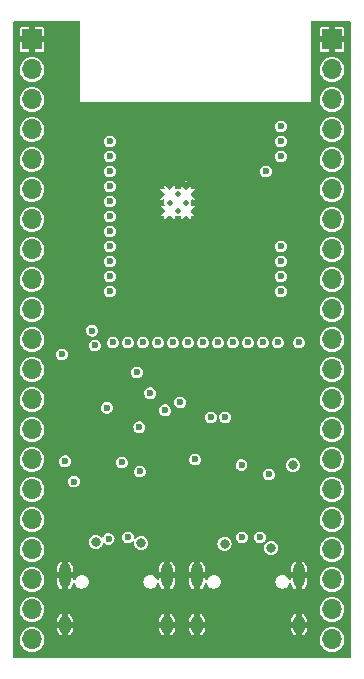
<source format=gbr>
%TF.GenerationSoftware,KiCad,Pcbnew,(6.0.10)*%
%TF.CreationDate,2023-01-22T23:50:18+10:00*%
%TF.ProjectId,ESP32-S3-Breakout,45535033-322d-4533-932d-427265616b6f,rev?*%
%TF.SameCoordinates,Original*%
%TF.FileFunction,Copper,L2,Inr*%
%TF.FilePolarity,Positive*%
%FSLAX46Y46*%
G04 Gerber Fmt 4.6, Leading zero omitted, Abs format (unit mm)*
G04 Created by KiCad (PCBNEW (6.0.10)) date 2023-01-22 23:50:18*
%MOMM*%
%LPD*%
G01*
G04 APERTURE LIST*
%TA.AperFunction,ComponentPad*%
%ADD10O,1.000000X2.100000*%
%TD*%
%TA.AperFunction,ComponentPad*%
%ADD11O,1.000000X1.600000*%
%TD*%
%TA.AperFunction,ComponentPad*%
%ADD12C,0.500000*%
%TD*%
%TA.AperFunction,ComponentPad*%
%ADD13R,1.700000X1.700000*%
%TD*%
%TA.AperFunction,ComponentPad*%
%ADD14O,1.700000X1.700000*%
%TD*%
%TA.AperFunction,ViaPad*%
%ADD15C,0.600000*%
%TD*%
%TA.AperFunction,ViaPad*%
%ADD16C,0.800000*%
%TD*%
G04 APERTURE END LIST*
D10*
%TO.N,GND*%
%TO.C,J1*%
X98808000Y-121584000D03*
D11*
X90168000Y-125764000D03*
D10*
X90168000Y-121584000D03*
D11*
X98808000Y-125764000D03*
%TD*%
D12*
%TO.N,GND*%
%TO.C,U3*%
X87143000Y-90716000D03*
X88543000Y-89316000D03*
X89243000Y-90016000D03*
X87143000Y-89316000D03*
X88543000Y-90716000D03*
X89243000Y-88616000D03*
X89243000Y-91416000D03*
X87843000Y-91416000D03*
X89943000Y-90716000D03*
X87843000Y-88616000D03*
X87843000Y-90016000D03*
X89943000Y-89316000D03*
%TD*%
D10*
%TO.N,GND*%
%TO.C,J2*%
X78992000Y-121584000D03*
D11*
X87632000Y-125764000D03*
X78992000Y-125764000D03*
D10*
X87632000Y-121584000D03*
%TD*%
D13*
%TO.N,GND*%
%TO.C,J3*%
X76200000Y-76200000D03*
D14*
%TO.N,+3V3*%
X76200000Y-78740000D03*
%TO.N,/EN*%
X76200000Y-81280000D03*
%TO.N,/IO4*%
X76200000Y-83820000D03*
%TO.N,/IO5*%
X76200000Y-86360000D03*
%TO.N,/IO6*%
X76200000Y-88900000D03*
%TO.N,/IO7*%
X76200000Y-91440000D03*
%TO.N,/IO15*%
X76200000Y-93980000D03*
%TO.N,/IO16*%
X76200000Y-96520000D03*
%TO.N,/IO17*%
X76200000Y-99060000D03*
%TO.N,/IO18*%
X76200000Y-101600000D03*
%TO.N,/IO8*%
X76200000Y-104140000D03*
%TO.N,/IO19*%
X76200000Y-106680000D03*
%TO.N,/IO20*%
X76200000Y-109220000D03*
%TO.N,/IO3*%
X76200000Y-111760000D03*
%TO.N,/IO46*%
X76200000Y-114300000D03*
%TO.N,/IO9*%
X76200000Y-116840000D03*
%TO.N,/IO10*%
X76200000Y-119380000D03*
%TO.N,/IO11*%
X76200000Y-121920000D03*
%TO.N,/IO12*%
X76200000Y-124460000D03*
%TO.N,+5V*%
X76200000Y-127000000D03*
%TD*%
D13*
%TO.N,GND*%
%TO.C,J4*%
X101600000Y-76200000D03*
D14*
%TO.N,/IO1*%
X101600000Y-78740000D03*
%TO.N,/IO2*%
X101600000Y-81280000D03*
%TO.N,/TXD0*%
X101600000Y-83820000D03*
%TO.N,/RXD0*%
X101600000Y-86360000D03*
%TO.N,/IO42*%
X101600000Y-88900000D03*
%TO.N,/IO41*%
X101600000Y-91440000D03*
%TO.N,/IO40*%
X101600000Y-93980000D03*
%TO.N,/IO39*%
X101600000Y-96520000D03*
%TO.N,/IO38*%
X101600000Y-99060000D03*
%TO.N,/IO37*%
X101600000Y-101600000D03*
%TO.N,/IO36*%
X101600000Y-104140000D03*
%TO.N,/IO35*%
X101600000Y-106680000D03*
%TO.N,/IO0*%
X101600000Y-109220000D03*
%TO.N,/IO45*%
X101600000Y-111760000D03*
%TO.N,/IO48*%
X101600000Y-114300000D03*
%TO.N,/IO47*%
X101600000Y-116840000D03*
%TO.N,/IO21*%
X101600000Y-119380000D03*
%TO.N,/IO14*%
X101600000Y-121920000D03*
%TO.N,/IO13*%
X101600000Y-124460000D03*
%TO.N,+5V*%
X101600000Y-127000000D03*
%TD*%
D15*
%TO.N,+3V3*%
X81534000Y-102108000D03*
X88739100Y-106934000D03*
X90009100Y-111760000D03*
X78740000Y-102870000D03*
%TO.N,GND*%
X90076900Y-108204000D03*
X79502000Y-79248000D03*
X94742000Y-113284000D03*
X79502000Y-97536000D03*
X78740000Y-116332000D03*
X99060000Y-115824000D03*
X80772000Y-102870000D03*
X87469100Y-103886000D03*
X82550000Y-113123100D03*
X78232000Y-86614000D03*
X82804000Y-82296000D03*
X81153000Y-111887000D03*
X97282000Y-82296000D03*
%TO.N,/IO15*%
X82804000Y-91186000D03*
%TO.N,/IO16*%
X82804000Y-92456000D03*
%TO.N,/EN*%
X87469100Y-107602900D03*
X82550000Y-107391200D03*
X82804000Y-84836000D03*
X85344000Y-112776000D03*
D16*
%TO.N,+5V*%
X98300000Y-112251100D03*
D15*
X79756000Y-113631100D03*
X78994000Y-111920900D03*
%TO.N,/USB_UART_D+*%
X95504000Y-118364000D03*
X93980000Y-118364000D03*
%TO.N,/IO20*%
X81293000Y-100851000D03*
%TO.N,/IO19*%
X82804000Y-97536000D03*
%TO.N,Net-(Q1-Pad1)*%
X83820000Y-112014000D03*
X86199100Y-106157179D03*
%TO.N,Net-(Q2-Pad1)*%
X85090000Y-104394000D03*
X85283000Y-109027000D03*
%TO.N,/IO0*%
X93935958Y-112223958D03*
X98806000Y-101854000D03*
X96266000Y-113030000D03*
%TO.N,/IO4*%
X82804000Y-86106000D03*
%TO.N,/IO5*%
X82804000Y-87376000D03*
%TO.N,/IO6*%
X82804000Y-88646000D03*
%TO.N,/IO7*%
X82804000Y-89916000D03*
%TO.N,/IO17*%
X82804000Y-93726000D03*
%TO.N,/IO18*%
X82804000Y-94996000D03*
%TO.N,/IO8*%
X82804000Y-96266000D03*
%TO.N,/IO3*%
X83058000Y-101854000D03*
%TO.N,/IO46*%
X84328000Y-101854000D03*
%TO.N,/IO9*%
X85598000Y-101854000D03*
%TO.N,/IO10*%
X86868000Y-101854000D03*
%TO.N,/IO11*%
X88138000Y-101854000D03*
%TO.N,/IO12*%
X89408000Y-101854000D03*
%TO.N,/IO13*%
X90678000Y-101854000D03*
%TO.N,/IO14*%
X91948000Y-101854000D03*
%TO.N,/IO21*%
X93218000Y-101854000D03*
%TO.N,/IO47*%
X94488000Y-101854000D03*
%TO.N,/IO48*%
X95758000Y-101854000D03*
%TO.N,/IO45*%
X97028000Y-101854000D03*
%TO.N,/IO35*%
X97282000Y-97536000D03*
%TO.N,/IO36*%
X97282000Y-96266000D03*
%TO.N,/IO37*%
X97282000Y-94996000D03*
%TO.N,/IO38*%
X97282000Y-93726000D03*
%TO.N,/RXD0*%
X96012000Y-87376000D03*
X91346900Y-108204000D03*
%TO.N,/TXD0*%
X92549100Y-108204000D03*
X97282000Y-86106000D03*
%TO.N,/IO2*%
X97282000Y-84836000D03*
%TO.N,/IO1*%
X97282000Y-83566000D03*
%TO.N,/USB_D+*%
X82677000Y-118491000D03*
X84328000Y-118364000D03*
D16*
%TO.N,/VBUS1*%
X96450000Y-119250000D03*
X92500000Y-118900000D03*
%TO.N,/VBUS2*%
X85450000Y-118850000D03*
X81600000Y-118750000D03*
%TD*%
%TA.AperFunction,Conductor*%
%TO.N,GND*%
G36*
X80223191Y-74641407D02*
G01*
X80259155Y-74690907D01*
X80264000Y-74721500D01*
X80264000Y-81534000D01*
X99822000Y-81534000D01*
X99822000Y-81265262D01*
X100544520Y-81265262D01*
X100561759Y-81470553D01*
X100618544Y-81668586D01*
X100712712Y-81851818D01*
X100840677Y-82013270D01*
X100844357Y-82016402D01*
X100844359Y-82016404D01*
X100957017Y-82112283D01*
X100997564Y-82146791D01*
X101001787Y-82149151D01*
X101001791Y-82149154D01*
X101041342Y-82171258D01*
X101177398Y-82247297D01*
X101181996Y-82248791D01*
X101368724Y-82309463D01*
X101368726Y-82309464D01*
X101373329Y-82310959D01*
X101577894Y-82335351D01*
X101582716Y-82334980D01*
X101582719Y-82334980D01*
X101650541Y-82329761D01*
X101783300Y-82319546D01*
X101981725Y-82264145D01*
X101986038Y-82261966D01*
X101986044Y-82261964D01*
X102161289Y-82173441D01*
X102161291Y-82173440D01*
X102165610Y-82171258D01*
X102200943Y-82143653D01*
X102324135Y-82047406D01*
X102324139Y-82047402D01*
X102327951Y-82044424D01*
X102462564Y-81888472D01*
X102481231Y-81855613D01*
X102561934Y-81713550D01*
X102561935Y-81713547D01*
X102564323Y-81709344D01*
X102577882Y-81668586D01*
X102627824Y-81518454D01*
X102627824Y-81518452D01*
X102629351Y-81513863D01*
X102655171Y-81309474D01*
X102655583Y-81280000D01*
X102635480Y-81074970D01*
X102575935Y-80877749D01*
X102479218Y-80695849D01*
X102349011Y-80536200D01*
X102190275Y-80404882D01*
X102009055Y-80306897D01*
X101945855Y-80287333D01*
X101816875Y-80247407D01*
X101816871Y-80247406D01*
X101812254Y-80245977D01*
X101807446Y-80245472D01*
X101807443Y-80245471D01*
X101612185Y-80224949D01*
X101612183Y-80224949D01*
X101607369Y-80224443D01*
X101547354Y-80229905D01*
X101407022Y-80242675D01*
X101407017Y-80242676D01*
X101402203Y-80243114D01*
X101204572Y-80301280D01*
X101200288Y-80303519D01*
X101200287Y-80303520D01*
X101189428Y-80309197D01*
X101022002Y-80396726D01*
X101018231Y-80399758D01*
X100865220Y-80522781D01*
X100865217Y-80522783D01*
X100861447Y-80525815D01*
X100858333Y-80529526D01*
X100858332Y-80529527D01*
X100849585Y-80539952D01*
X100729024Y-80683630D01*
X100726689Y-80687878D01*
X100726688Y-80687879D01*
X100719955Y-80700126D01*
X100629776Y-80864162D01*
X100567484Y-81060532D01*
X100566944Y-81065344D01*
X100566944Y-81065345D01*
X100565865Y-81074970D01*
X100544520Y-81265262D01*
X99822000Y-81265262D01*
X99822000Y-78725262D01*
X100544520Y-78725262D01*
X100561759Y-78930553D01*
X100618544Y-79128586D01*
X100712712Y-79311818D01*
X100840677Y-79473270D01*
X100844357Y-79476402D01*
X100844359Y-79476404D01*
X100957017Y-79572283D01*
X100997564Y-79606791D01*
X101001787Y-79609151D01*
X101001791Y-79609154D01*
X101041342Y-79631258D01*
X101177398Y-79707297D01*
X101181996Y-79708791D01*
X101368724Y-79769463D01*
X101368726Y-79769464D01*
X101373329Y-79770959D01*
X101577894Y-79795351D01*
X101582716Y-79794980D01*
X101582719Y-79794980D01*
X101650541Y-79789761D01*
X101783300Y-79779546D01*
X101981725Y-79724145D01*
X101986038Y-79721966D01*
X101986044Y-79721964D01*
X102161289Y-79633441D01*
X102161291Y-79633440D01*
X102165610Y-79631258D01*
X102200943Y-79603653D01*
X102324135Y-79507406D01*
X102324139Y-79507402D01*
X102327951Y-79504424D01*
X102462564Y-79348472D01*
X102481231Y-79315613D01*
X102561934Y-79173550D01*
X102561935Y-79173547D01*
X102564323Y-79169344D01*
X102577882Y-79128586D01*
X102627824Y-78978454D01*
X102627824Y-78978452D01*
X102629351Y-78973863D01*
X102655171Y-78769474D01*
X102655583Y-78740000D01*
X102635480Y-78534970D01*
X102575935Y-78337749D01*
X102479218Y-78155849D01*
X102349011Y-77996200D01*
X102190275Y-77864882D01*
X102009055Y-77766897D01*
X101945855Y-77747333D01*
X101816875Y-77707407D01*
X101816871Y-77707406D01*
X101812254Y-77705977D01*
X101807446Y-77705472D01*
X101807443Y-77705471D01*
X101612185Y-77684949D01*
X101612183Y-77684949D01*
X101607369Y-77684443D01*
X101547354Y-77689905D01*
X101407022Y-77702675D01*
X101407017Y-77702676D01*
X101402203Y-77703114D01*
X101204572Y-77761280D01*
X101200288Y-77763519D01*
X101200287Y-77763520D01*
X101189428Y-77769197D01*
X101022002Y-77856726D01*
X101018231Y-77859758D01*
X100865220Y-77982781D01*
X100865217Y-77982783D01*
X100861447Y-77985815D01*
X100858333Y-77989526D01*
X100858332Y-77989527D01*
X100849585Y-77999952D01*
X100729024Y-78143630D01*
X100726689Y-78147878D01*
X100726688Y-78147879D01*
X100719955Y-78160126D01*
X100629776Y-78324162D01*
X100567484Y-78520532D01*
X100566944Y-78525344D01*
X100566944Y-78525345D01*
X100565865Y-78534970D01*
X100544520Y-78725262D01*
X99822000Y-78725262D01*
X99822000Y-77064840D01*
X100550000Y-77064840D01*
X100550948Y-77074462D01*
X100559702Y-77118474D01*
X100567021Y-77136142D01*
X100600389Y-77186082D01*
X100613918Y-77199611D01*
X100663858Y-77232979D01*
X100681526Y-77240298D01*
X100725538Y-77249052D01*
X100735160Y-77250000D01*
X101330320Y-77250000D01*
X101343005Y-77245878D01*
X101346000Y-77241757D01*
X101346000Y-77234320D01*
X101854000Y-77234320D01*
X101858122Y-77247005D01*
X101862243Y-77250000D01*
X102464840Y-77250000D01*
X102474462Y-77249052D01*
X102518474Y-77240298D01*
X102536142Y-77232979D01*
X102586082Y-77199611D01*
X102599611Y-77186082D01*
X102632979Y-77136142D01*
X102640298Y-77118474D01*
X102649052Y-77074462D01*
X102650000Y-77064840D01*
X102650000Y-76469680D01*
X102645878Y-76456995D01*
X102641757Y-76454000D01*
X101869680Y-76454000D01*
X101856995Y-76458122D01*
X101854000Y-76462243D01*
X101854000Y-77234320D01*
X101346000Y-77234320D01*
X101346000Y-76469680D01*
X101341878Y-76456995D01*
X101337757Y-76454000D01*
X100565680Y-76454000D01*
X100552995Y-76458122D01*
X100550000Y-76462243D01*
X100550000Y-77064840D01*
X99822000Y-77064840D01*
X99822000Y-75930320D01*
X100550000Y-75930320D01*
X100554122Y-75943005D01*
X100558243Y-75946000D01*
X101330320Y-75946000D01*
X101343005Y-75941878D01*
X101346000Y-75937757D01*
X101346000Y-75930320D01*
X101854000Y-75930320D01*
X101858122Y-75943005D01*
X101862243Y-75946000D01*
X102634320Y-75946000D01*
X102647005Y-75941878D01*
X102650000Y-75937757D01*
X102650000Y-75335160D01*
X102649052Y-75325538D01*
X102640298Y-75281526D01*
X102632979Y-75263858D01*
X102599611Y-75213918D01*
X102586082Y-75200389D01*
X102536142Y-75167021D01*
X102518474Y-75159702D01*
X102474462Y-75150948D01*
X102464840Y-75150000D01*
X101869680Y-75150000D01*
X101856995Y-75154122D01*
X101854000Y-75158243D01*
X101854000Y-75930320D01*
X101346000Y-75930320D01*
X101346000Y-75165680D01*
X101341878Y-75152995D01*
X101337757Y-75150000D01*
X100735160Y-75150000D01*
X100725538Y-75150948D01*
X100681526Y-75159702D01*
X100663858Y-75167021D01*
X100613918Y-75200389D01*
X100600389Y-75213918D01*
X100567021Y-75263858D01*
X100559702Y-75281526D01*
X100550948Y-75325538D01*
X100550000Y-75335160D01*
X100550000Y-75930320D01*
X99822000Y-75930320D01*
X99822000Y-74721500D01*
X99840907Y-74663309D01*
X99890407Y-74627345D01*
X99921000Y-74622500D01*
X103078500Y-74622500D01*
X103136691Y-74641407D01*
X103172655Y-74690907D01*
X103177500Y-74721500D01*
X103177500Y-128478500D01*
X103158593Y-128536691D01*
X103109093Y-128572655D01*
X103078500Y-128577500D01*
X74721500Y-128577500D01*
X74663309Y-128558593D01*
X74627345Y-128509093D01*
X74622500Y-128478500D01*
X74622500Y-126985262D01*
X75144520Y-126985262D01*
X75161759Y-127190553D01*
X75218544Y-127388586D01*
X75312712Y-127571818D01*
X75440677Y-127733270D01*
X75444357Y-127736402D01*
X75444359Y-127736404D01*
X75557017Y-127832283D01*
X75597564Y-127866791D01*
X75601787Y-127869151D01*
X75601791Y-127869154D01*
X75641342Y-127891258D01*
X75777398Y-127967297D01*
X75781996Y-127968791D01*
X75968724Y-128029463D01*
X75968726Y-128029464D01*
X75973329Y-128030959D01*
X76177894Y-128055351D01*
X76182716Y-128054980D01*
X76182719Y-128054980D01*
X76250541Y-128049761D01*
X76383300Y-128039546D01*
X76581725Y-127984145D01*
X76586038Y-127981966D01*
X76586044Y-127981964D01*
X76761289Y-127893441D01*
X76761291Y-127893440D01*
X76765610Y-127891258D01*
X76800943Y-127863653D01*
X76924135Y-127767406D01*
X76924139Y-127767402D01*
X76927951Y-127764424D01*
X77062564Y-127608472D01*
X77081231Y-127575613D01*
X77161934Y-127433550D01*
X77161935Y-127433547D01*
X77164323Y-127429344D01*
X77177882Y-127388586D01*
X77227824Y-127238454D01*
X77227824Y-127238452D01*
X77229351Y-127233863D01*
X77255171Y-127029474D01*
X77255583Y-127000000D01*
X77254138Y-126985262D01*
X100544520Y-126985262D01*
X100561759Y-127190553D01*
X100618544Y-127388586D01*
X100712712Y-127571818D01*
X100840677Y-127733270D01*
X100844357Y-127736402D01*
X100844359Y-127736404D01*
X100957017Y-127832283D01*
X100997564Y-127866791D01*
X101001787Y-127869151D01*
X101001791Y-127869154D01*
X101041342Y-127891258D01*
X101177398Y-127967297D01*
X101181996Y-127968791D01*
X101368724Y-128029463D01*
X101368726Y-128029464D01*
X101373329Y-128030959D01*
X101577894Y-128055351D01*
X101582716Y-128054980D01*
X101582719Y-128054980D01*
X101650541Y-128049761D01*
X101783300Y-128039546D01*
X101981725Y-127984145D01*
X101986038Y-127981966D01*
X101986044Y-127981964D01*
X102161289Y-127893441D01*
X102161291Y-127893440D01*
X102165610Y-127891258D01*
X102200943Y-127863653D01*
X102324135Y-127767406D01*
X102324139Y-127767402D01*
X102327951Y-127764424D01*
X102462564Y-127608472D01*
X102481231Y-127575613D01*
X102561934Y-127433550D01*
X102561935Y-127433547D01*
X102564323Y-127429344D01*
X102577882Y-127388586D01*
X102627824Y-127238454D01*
X102627824Y-127238452D01*
X102629351Y-127233863D01*
X102655171Y-127029474D01*
X102655583Y-127000000D01*
X102635480Y-126794970D01*
X102575935Y-126597749D01*
X102479218Y-126415849D01*
X102349011Y-126256200D01*
X102190275Y-126124882D01*
X102009055Y-126026897D01*
X101945855Y-126007333D01*
X101816875Y-125967407D01*
X101816871Y-125967406D01*
X101812254Y-125965977D01*
X101807446Y-125965472D01*
X101807443Y-125965471D01*
X101612185Y-125944949D01*
X101612183Y-125944949D01*
X101607369Y-125944443D01*
X101547354Y-125949905D01*
X101407022Y-125962675D01*
X101407017Y-125962676D01*
X101402203Y-125963114D01*
X101204572Y-126021280D01*
X101200288Y-126023519D01*
X101200287Y-126023520D01*
X101189428Y-126029197D01*
X101022002Y-126116726D01*
X101018231Y-126119758D01*
X100865220Y-126242781D01*
X100865217Y-126242783D01*
X100861447Y-126245815D01*
X100858333Y-126249526D01*
X100858332Y-126249527D01*
X100849585Y-126259952D01*
X100729024Y-126403630D01*
X100726689Y-126407878D01*
X100726688Y-126407879D01*
X100719955Y-126420126D01*
X100629776Y-126584162D01*
X100567484Y-126780532D01*
X100566944Y-126785344D01*
X100566944Y-126785345D01*
X100565865Y-126794970D01*
X100544520Y-126985262D01*
X77254138Y-126985262D01*
X77235480Y-126794970D01*
X77175935Y-126597749D01*
X77079218Y-126415849D01*
X76949011Y-126256200D01*
X76790275Y-126124882D01*
X76750720Y-126103495D01*
X78292000Y-126103495D01*
X78292359Y-126109451D01*
X78306496Y-126226273D01*
X78309323Y-126237783D01*
X78364993Y-126385108D01*
X78370482Y-126395606D01*
X78459686Y-126525401D01*
X78467522Y-126534288D01*
X78585113Y-126639058D01*
X78594837Y-126645817D01*
X78724143Y-126714281D01*
X78735365Y-126716239D01*
X78738000Y-126711263D01*
X78738000Y-126705000D01*
X79246000Y-126705000D01*
X79249521Y-126715835D01*
X79255387Y-126715835D01*
X79383043Y-126649946D01*
X79392847Y-126643283D01*
X79511527Y-126539752D01*
X79519451Y-126530952D01*
X79610014Y-126402094D01*
X79615610Y-126391656D01*
X79672820Y-126244922D01*
X79675767Y-126233445D01*
X79691577Y-126113352D01*
X79692000Y-126106898D01*
X79692000Y-126103495D01*
X86932000Y-126103495D01*
X86932359Y-126109451D01*
X86946496Y-126226273D01*
X86949323Y-126237783D01*
X87004993Y-126385108D01*
X87010482Y-126395606D01*
X87099686Y-126525401D01*
X87107522Y-126534288D01*
X87225113Y-126639058D01*
X87234837Y-126645817D01*
X87364143Y-126714281D01*
X87375365Y-126716239D01*
X87378000Y-126711263D01*
X87378000Y-126705000D01*
X87886000Y-126705000D01*
X87889521Y-126715835D01*
X87895387Y-126715835D01*
X88023043Y-126649946D01*
X88032847Y-126643283D01*
X88151527Y-126539752D01*
X88159451Y-126530952D01*
X88250014Y-126402094D01*
X88255610Y-126391656D01*
X88312820Y-126244922D01*
X88315767Y-126233445D01*
X88331577Y-126113352D01*
X88332000Y-126106898D01*
X88332000Y-126103495D01*
X89468000Y-126103495D01*
X89468359Y-126109451D01*
X89482496Y-126226273D01*
X89485323Y-126237783D01*
X89540993Y-126385108D01*
X89546482Y-126395606D01*
X89635686Y-126525401D01*
X89643522Y-126534288D01*
X89761113Y-126639058D01*
X89770837Y-126645817D01*
X89900143Y-126714281D01*
X89911365Y-126716239D01*
X89914000Y-126711263D01*
X89914000Y-126705000D01*
X90422000Y-126705000D01*
X90425521Y-126715835D01*
X90431387Y-126715835D01*
X90559043Y-126649946D01*
X90568847Y-126643283D01*
X90687527Y-126539752D01*
X90695451Y-126530952D01*
X90786014Y-126402094D01*
X90791610Y-126391656D01*
X90848820Y-126244922D01*
X90851767Y-126233445D01*
X90867577Y-126113352D01*
X90868000Y-126106898D01*
X90868000Y-126103495D01*
X98108000Y-126103495D01*
X98108359Y-126109451D01*
X98122496Y-126226273D01*
X98125323Y-126237783D01*
X98180993Y-126385108D01*
X98186482Y-126395606D01*
X98275686Y-126525401D01*
X98283522Y-126534288D01*
X98401113Y-126639058D01*
X98410837Y-126645817D01*
X98540143Y-126714281D01*
X98551365Y-126716239D01*
X98554000Y-126711263D01*
X98554000Y-126705000D01*
X99062000Y-126705000D01*
X99065521Y-126715835D01*
X99071387Y-126715835D01*
X99199043Y-126649946D01*
X99208847Y-126643283D01*
X99327527Y-126539752D01*
X99335451Y-126530952D01*
X99426014Y-126402094D01*
X99431610Y-126391656D01*
X99488820Y-126244922D01*
X99491767Y-126233445D01*
X99507577Y-126113352D01*
X99508000Y-126106898D01*
X99508000Y-126033680D01*
X99503878Y-126020995D01*
X99499757Y-126018000D01*
X99077680Y-126018000D01*
X99064995Y-126022122D01*
X99062000Y-126026243D01*
X99062000Y-126705000D01*
X98554000Y-126705000D01*
X98554000Y-126033680D01*
X98549878Y-126020995D01*
X98545757Y-126018000D01*
X98123680Y-126018000D01*
X98110995Y-126022122D01*
X98108000Y-126026243D01*
X98108000Y-126103495D01*
X90868000Y-126103495D01*
X90868000Y-126033680D01*
X90863878Y-126020995D01*
X90859757Y-126018000D01*
X90437680Y-126018000D01*
X90424995Y-126022122D01*
X90422000Y-126026243D01*
X90422000Y-126705000D01*
X89914000Y-126705000D01*
X89914000Y-126033680D01*
X89909878Y-126020995D01*
X89905757Y-126018000D01*
X89483680Y-126018000D01*
X89470995Y-126022122D01*
X89468000Y-126026243D01*
X89468000Y-126103495D01*
X88332000Y-126103495D01*
X88332000Y-126033680D01*
X88327878Y-126020995D01*
X88323757Y-126018000D01*
X87901680Y-126018000D01*
X87888995Y-126022122D01*
X87886000Y-126026243D01*
X87886000Y-126705000D01*
X87378000Y-126705000D01*
X87378000Y-126033680D01*
X87373878Y-126020995D01*
X87369757Y-126018000D01*
X86947680Y-126018000D01*
X86934995Y-126022122D01*
X86932000Y-126026243D01*
X86932000Y-126103495D01*
X79692000Y-126103495D01*
X79692000Y-126033680D01*
X79687878Y-126020995D01*
X79683757Y-126018000D01*
X79261680Y-126018000D01*
X79248995Y-126022122D01*
X79246000Y-126026243D01*
X79246000Y-126705000D01*
X78738000Y-126705000D01*
X78738000Y-126033680D01*
X78733878Y-126020995D01*
X78729757Y-126018000D01*
X78307680Y-126018000D01*
X78294995Y-126022122D01*
X78292000Y-126026243D01*
X78292000Y-126103495D01*
X76750720Y-126103495D01*
X76609055Y-126026897D01*
X76545855Y-126007333D01*
X76416875Y-125967407D01*
X76416871Y-125967406D01*
X76412254Y-125965977D01*
X76407446Y-125965472D01*
X76407443Y-125965471D01*
X76212185Y-125944949D01*
X76212183Y-125944949D01*
X76207369Y-125944443D01*
X76147354Y-125949905D01*
X76007022Y-125962675D01*
X76007017Y-125962676D01*
X76002203Y-125963114D01*
X75804572Y-126021280D01*
X75800288Y-126023519D01*
X75800287Y-126023520D01*
X75789428Y-126029197D01*
X75622002Y-126116726D01*
X75618231Y-126119758D01*
X75465220Y-126242781D01*
X75465217Y-126242783D01*
X75461447Y-126245815D01*
X75458333Y-126249526D01*
X75458332Y-126249527D01*
X75449585Y-126259952D01*
X75329024Y-126403630D01*
X75326689Y-126407878D01*
X75326688Y-126407879D01*
X75319955Y-126420126D01*
X75229776Y-126584162D01*
X75167484Y-126780532D01*
X75166944Y-126785344D01*
X75166944Y-126785345D01*
X75165865Y-126794970D01*
X75144520Y-126985262D01*
X74622500Y-126985262D01*
X74622500Y-124445262D01*
X75144520Y-124445262D01*
X75161759Y-124650553D01*
X75163092Y-124655201D01*
X75163092Y-124655202D01*
X75207985Y-124811761D01*
X75218544Y-124848586D01*
X75312712Y-125031818D01*
X75440677Y-125193270D01*
X75444357Y-125196402D01*
X75444359Y-125196404D01*
X75546201Y-125283078D01*
X75597564Y-125326791D01*
X75601787Y-125329151D01*
X75601791Y-125329154D01*
X75641342Y-125351258D01*
X75777398Y-125427297D01*
X75781996Y-125428791D01*
X75968724Y-125489463D01*
X75968726Y-125489464D01*
X75973329Y-125490959D01*
X76177894Y-125515351D01*
X76182716Y-125514980D01*
X76182719Y-125514980D01*
X76250541Y-125509761D01*
X76383300Y-125499546D01*
X76402018Y-125494320D01*
X78292000Y-125494320D01*
X78296122Y-125507005D01*
X78300243Y-125510000D01*
X78722320Y-125510000D01*
X78735005Y-125505878D01*
X78738000Y-125501757D01*
X78738000Y-125494320D01*
X79246000Y-125494320D01*
X79250122Y-125507005D01*
X79254243Y-125510000D01*
X79676320Y-125510000D01*
X79689005Y-125505878D01*
X79692000Y-125501757D01*
X79692000Y-125494320D01*
X86932000Y-125494320D01*
X86936122Y-125507005D01*
X86940243Y-125510000D01*
X87362320Y-125510000D01*
X87375005Y-125505878D01*
X87378000Y-125501757D01*
X87378000Y-125494320D01*
X87886000Y-125494320D01*
X87890122Y-125507005D01*
X87894243Y-125510000D01*
X88316320Y-125510000D01*
X88329005Y-125505878D01*
X88332000Y-125501757D01*
X88332000Y-125494320D01*
X89468000Y-125494320D01*
X89472122Y-125507005D01*
X89476243Y-125510000D01*
X89898320Y-125510000D01*
X89911005Y-125505878D01*
X89914000Y-125501757D01*
X89914000Y-125494320D01*
X90422000Y-125494320D01*
X90426122Y-125507005D01*
X90430243Y-125510000D01*
X90852320Y-125510000D01*
X90865005Y-125505878D01*
X90868000Y-125501757D01*
X90868000Y-125494320D01*
X98108000Y-125494320D01*
X98112122Y-125507005D01*
X98116243Y-125510000D01*
X98538320Y-125510000D01*
X98551005Y-125505878D01*
X98554000Y-125501757D01*
X98554000Y-125494320D01*
X99062000Y-125494320D01*
X99066122Y-125507005D01*
X99070243Y-125510000D01*
X99492320Y-125510000D01*
X99505005Y-125505878D01*
X99508000Y-125501757D01*
X99508000Y-125424505D01*
X99507641Y-125418549D01*
X99493504Y-125301727D01*
X99490677Y-125290217D01*
X99435007Y-125142892D01*
X99429518Y-125132394D01*
X99340314Y-125002599D01*
X99332478Y-124993712D01*
X99214887Y-124888942D01*
X99205163Y-124882183D01*
X99075857Y-124813719D01*
X99064635Y-124811761D01*
X99062000Y-124816737D01*
X99062000Y-125494320D01*
X98554000Y-125494320D01*
X98554000Y-124823000D01*
X98550479Y-124812165D01*
X98544613Y-124812165D01*
X98416957Y-124878054D01*
X98407153Y-124884717D01*
X98288473Y-124988248D01*
X98280549Y-124997048D01*
X98189986Y-125125906D01*
X98184390Y-125136344D01*
X98127180Y-125283078D01*
X98124233Y-125294555D01*
X98108423Y-125414648D01*
X98108000Y-125421102D01*
X98108000Y-125494320D01*
X90868000Y-125494320D01*
X90868000Y-125424505D01*
X90867641Y-125418549D01*
X90853504Y-125301727D01*
X90850677Y-125290217D01*
X90795007Y-125142892D01*
X90789518Y-125132394D01*
X90700314Y-125002599D01*
X90692478Y-124993712D01*
X90574887Y-124888942D01*
X90565163Y-124882183D01*
X90435857Y-124813719D01*
X90424635Y-124811761D01*
X90422000Y-124816737D01*
X90422000Y-125494320D01*
X89914000Y-125494320D01*
X89914000Y-124823000D01*
X89910479Y-124812165D01*
X89904613Y-124812165D01*
X89776957Y-124878054D01*
X89767153Y-124884717D01*
X89648473Y-124988248D01*
X89640549Y-124997048D01*
X89549986Y-125125906D01*
X89544390Y-125136344D01*
X89487180Y-125283078D01*
X89484233Y-125294555D01*
X89468423Y-125414648D01*
X89468000Y-125421102D01*
X89468000Y-125494320D01*
X88332000Y-125494320D01*
X88332000Y-125424505D01*
X88331641Y-125418549D01*
X88317504Y-125301727D01*
X88314677Y-125290217D01*
X88259007Y-125142892D01*
X88253518Y-125132394D01*
X88164314Y-125002599D01*
X88156478Y-124993712D01*
X88038887Y-124888942D01*
X88029163Y-124882183D01*
X87899857Y-124813719D01*
X87888635Y-124811761D01*
X87886000Y-124816737D01*
X87886000Y-125494320D01*
X87378000Y-125494320D01*
X87378000Y-124823000D01*
X87374479Y-124812165D01*
X87368613Y-124812165D01*
X87240957Y-124878054D01*
X87231153Y-124884717D01*
X87112473Y-124988248D01*
X87104549Y-124997048D01*
X87013986Y-125125906D01*
X87008390Y-125136344D01*
X86951180Y-125283078D01*
X86948233Y-125294555D01*
X86932423Y-125414648D01*
X86932000Y-125421102D01*
X86932000Y-125494320D01*
X79692000Y-125494320D01*
X79692000Y-125424505D01*
X79691641Y-125418549D01*
X79677504Y-125301727D01*
X79674677Y-125290217D01*
X79619007Y-125142892D01*
X79613518Y-125132394D01*
X79524314Y-125002599D01*
X79516478Y-124993712D01*
X79398887Y-124888942D01*
X79389163Y-124882183D01*
X79259857Y-124813719D01*
X79248635Y-124811761D01*
X79246000Y-124816737D01*
X79246000Y-125494320D01*
X78738000Y-125494320D01*
X78738000Y-124823000D01*
X78734479Y-124812165D01*
X78728613Y-124812165D01*
X78600957Y-124878054D01*
X78591153Y-124884717D01*
X78472473Y-124988248D01*
X78464549Y-124997048D01*
X78373986Y-125125906D01*
X78368390Y-125136344D01*
X78311180Y-125283078D01*
X78308233Y-125294555D01*
X78292423Y-125414648D01*
X78292000Y-125421102D01*
X78292000Y-125494320D01*
X76402018Y-125494320D01*
X76581725Y-125444145D01*
X76586038Y-125441966D01*
X76586044Y-125441964D01*
X76761289Y-125353441D01*
X76761291Y-125353440D01*
X76765610Y-125351258D01*
X76800943Y-125323653D01*
X76924135Y-125227406D01*
X76924139Y-125227402D01*
X76927951Y-125224424D01*
X77062564Y-125068472D01*
X77081231Y-125035613D01*
X77161934Y-124893550D01*
X77161935Y-124893547D01*
X77164323Y-124889344D01*
X77165863Y-124884717D01*
X77227824Y-124698454D01*
X77227824Y-124698452D01*
X77229351Y-124693863D01*
X77255171Y-124489474D01*
X77255583Y-124460000D01*
X77254138Y-124445262D01*
X100544520Y-124445262D01*
X100561759Y-124650553D01*
X100563092Y-124655201D01*
X100563092Y-124655202D01*
X100607985Y-124811761D01*
X100618544Y-124848586D01*
X100712712Y-125031818D01*
X100840677Y-125193270D01*
X100844357Y-125196402D01*
X100844359Y-125196404D01*
X100946201Y-125283078D01*
X100997564Y-125326791D01*
X101001787Y-125329151D01*
X101001791Y-125329154D01*
X101041342Y-125351258D01*
X101177398Y-125427297D01*
X101181996Y-125428791D01*
X101368724Y-125489463D01*
X101368726Y-125489464D01*
X101373329Y-125490959D01*
X101577894Y-125515351D01*
X101582716Y-125514980D01*
X101582719Y-125514980D01*
X101650541Y-125509761D01*
X101783300Y-125499546D01*
X101981725Y-125444145D01*
X101986038Y-125441966D01*
X101986044Y-125441964D01*
X102161289Y-125353441D01*
X102161291Y-125353440D01*
X102165610Y-125351258D01*
X102200943Y-125323653D01*
X102324135Y-125227406D01*
X102324139Y-125227402D01*
X102327951Y-125224424D01*
X102462564Y-125068472D01*
X102481231Y-125035613D01*
X102561934Y-124893550D01*
X102561935Y-124893547D01*
X102564323Y-124889344D01*
X102565863Y-124884717D01*
X102627824Y-124698454D01*
X102627824Y-124698452D01*
X102629351Y-124693863D01*
X102655171Y-124489474D01*
X102655583Y-124460000D01*
X102635480Y-124254970D01*
X102575935Y-124057749D01*
X102479218Y-123875849D01*
X102349011Y-123716200D01*
X102190275Y-123584882D01*
X102009055Y-123486897D01*
X101945855Y-123467333D01*
X101816875Y-123427407D01*
X101816871Y-123427406D01*
X101812254Y-123425977D01*
X101807446Y-123425472D01*
X101807443Y-123425471D01*
X101612185Y-123404949D01*
X101612183Y-123404949D01*
X101607369Y-123404443D01*
X101547354Y-123409905D01*
X101407022Y-123422675D01*
X101407017Y-123422676D01*
X101402203Y-123423114D01*
X101204572Y-123481280D01*
X101200288Y-123483519D01*
X101200287Y-123483520D01*
X101189428Y-123489197D01*
X101022002Y-123576726D01*
X101018231Y-123579758D01*
X100865220Y-123702781D01*
X100865217Y-123702783D01*
X100861447Y-123705815D01*
X100858333Y-123709526D01*
X100858332Y-123709527D01*
X100849585Y-123719952D01*
X100729024Y-123863630D01*
X100726689Y-123867878D01*
X100726688Y-123867879D01*
X100719955Y-123880126D01*
X100629776Y-124044162D01*
X100567484Y-124240532D01*
X100566944Y-124245344D01*
X100566944Y-124245345D01*
X100565865Y-124254970D01*
X100544520Y-124445262D01*
X77254138Y-124445262D01*
X77235480Y-124254970D01*
X77175935Y-124057749D01*
X77079218Y-123875849D01*
X76949011Y-123716200D01*
X76790275Y-123584882D01*
X76609055Y-123486897D01*
X76545855Y-123467333D01*
X76416875Y-123427407D01*
X76416871Y-123427406D01*
X76412254Y-123425977D01*
X76407446Y-123425472D01*
X76407443Y-123425471D01*
X76212185Y-123404949D01*
X76212183Y-123404949D01*
X76207369Y-123404443D01*
X76147354Y-123409905D01*
X76007022Y-123422675D01*
X76007017Y-123422676D01*
X76002203Y-123423114D01*
X75804572Y-123481280D01*
X75800288Y-123483519D01*
X75800287Y-123483520D01*
X75789428Y-123489197D01*
X75622002Y-123576726D01*
X75618231Y-123579758D01*
X75465220Y-123702781D01*
X75465217Y-123702783D01*
X75461447Y-123705815D01*
X75458333Y-123709526D01*
X75458332Y-123709527D01*
X75449585Y-123719952D01*
X75329024Y-123863630D01*
X75326689Y-123867878D01*
X75326688Y-123867879D01*
X75319955Y-123880126D01*
X75229776Y-124044162D01*
X75167484Y-124240532D01*
X75166944Y-124245344D01*
X75166944Y-124245345D01*
X75165865Y-124254970D01*
X75144520Y-124445262D01*
X74622500Y-124445262D01*
X74622500Y-121905262D01*
X75144520Y-121905262D01*
X75161759Y-122110553D01*
X75163092Y-122115201D01*
X75163092Y-122115202D01*
X75217070Y-122303444D01*
X75218544Y-122308586D01*
X75312712Y-122491818D01*
X75440677Y-122653270D01*
X75444357Y-122656402D01*
X75444359Y-122656404D01*
X75519021Y-122719946D01*
X75597564Y-122786791D01*
X75601787Y-122789151D01*
X75601791Y-122789154D01*
X75641342Y-122811258D01*
X75777398Y-122887297D01*
X75781996Y-122888791D01*
X75968724Y-122949463D01*
X75968726Y-122949464D01*
X75973329Y-122950959D01*
X76177894Y-122975351D01*
X76182716Y-122974980D01*
X76182719Y-122974980D01*
X76250541Y-122969761D01*
X76383300Y-122959546D01*
X76581725Y-122904145D01*
X76586038Y-122901966D01*
X76586044Y-122901964D01*
X76761289Y-122813441D01*
X76761291Y-122813440D01*
X76765610Y-122811258D01*
X76804002Y-122781263D01*
X76924135Y-122687406D01*
X76924139Y-122687402D01*
X76927951Y-122684424D01*
X77062564Y-122528472D01*
X77064957Y-122524260D01*
X77161934Y-122353550D01*
X77161935Y-122353547D01*
X77164323Y-122349344D01*
X77177882Y-122308586D01*
X77222821Y-122173495D01*
X78292000Y-122173495D01*
X78292359Y-122179451D01*
X78306496Y-122296273D01*
X78309323Y-122307783D01*
X78364993Y-122455108D01*
X78370482Y-122465606D01*
X78459686Y-122595401D01*
X78467522Y-122604288D01*
X78585113Y-122709058D01*
X78594837Y-122715817D01*
X78724143Y-122784281D01*
X78735365Y-122786239D01*
X78738000Y-122781263D01*
X78738000Y-122775000D01*
X79246000Y-122775000D01*
X79249521Y-122785835D01*
X79255387Y-122785835D01*
X79383043Y-122719946D01*
X79392847Y-122713283D01*
X79511527Y-122609752D01*
X79519451Y-122600952D01*
X79610014Y-122472094D01*
X79615610Y-122461656D01*
X79672820Y-122314922D01*
X79675767Y-122303444D01*
X79676208Y-122300095D01*
X79677116Y-122298192D01*
X79677252Y-122297661D01*
X79677356Y-122297688D01*
X79702548Y-122244869D01*
X79756318Y-122215673D01*
X79816980Y-122223658D01*
X79861363Y-122265775D01*
X79865825Y-122275129D01*
X79916819Y-122398240D01*
X79916821Y-122398244D01*
X79919302Y-122404233D01*
X79923248Y-122409375D01*
X79923250Y-122409379D01*
X79958340Y-122455108D01*
X80011549Y-122524451D01*
X80016698Y-122528402D01*
X80126621Y-122612750D01*
X80126625Y-122612752D01*
X80131767Y-122616698D01*
X80137756Y-122619179D01*
X80137760Y-122619181D01*
X80227625Y-122656404D01*
X80271764Y-122674687D01*
X80384280Y-122689500D01*
X80459720Y-122689500D01*
X80572236Y-122674687D01*
X80616375Y-122656404D01*
X80706240Y-122619181D01*
X80706244Y-122619179D01*
X80712233Y-122616698D01*
X80717375Y-122612752D01*
X80717379Y-122612750D01*
X80827302Y-122528402D01*
X80832451Y-122524451D01*
X80885660Y-122455108D01*
X80920750Y-122409379D01*
X80920752Y-122409375D01*
X80924698Y-122404233D01*
X80927179Y-122398244D01*
X80927181Y-122398240D01*
X80980203Y-122270233D01*
X80982687Y-122264236D01*
X81002466Y-122114000D01*
X85621534Y-122114000D01*
X85641313Y-122264236D01*
X85643797Y-122270233D01*
X85696819Y-122398240D01*
X85696821Y-122398244D01*
X85699302Y-122404233D01*
X85703248Y-122409375D01*
X85703250Y-122409379D01*
X85738340Y-122455108D01*
X85791549Y-122524451D01*
X85796698Y-122528402D01*
X85906621Y-122612750D01*
X85906625Y-122612752D01*
X85911767Y-122616698D01*
X85917756Y-122619179D01*
X85917760Y-122619181D01*
X86007625Y-122656404D01*
X86051764Y-122674687D01*
X86164280Y-122689500D01*
X86239720Y-122689500D01*
X86352236Y-122674687D01*
X86396375Y-122656404D01*
X86486240Y-122619181D01*
X86486244Y-122619179D01*
X86492233Y-122616698D01*
X86497375Y-122612752D01*
X86497379Y-122612750D01*
X86607302Y-122528402D01*
X86612451Y-122524451D01*
X86665660Y-122455108D01*
X86700750Y-122409379D01*
X86700752Y-122409375D01*
X86704698Y-122404233D01*
X86707179Y-122398244D01*
X86707181Y-122398240D01*
X86757564Y-122276605D01*
X86797301Y-122230079D01*
X86856796Y-122215796D01*
X86913324Y-122239211D01*
X86945171Y-122290879D01*
X86949322Y-122307782D01*
X87004993Y-122455108D01*
X87010482Y-122465606D01*
X87099686Y-122595401D01*
X87107522Y-122604288D01*
X87225113Y-122709058D01*
X87234837Y-122715817D01*
X87364143Y-122784281D01*
X87375365Y-122786239D01*
X87378000Y-122781263D01*
X87378000Y-122775000D01*
X87886000Y-122775000D01*
X87889521Y-122785835D01*
X87895387Y-122785835D01*
X88023043Y-122719946D01*
X88032847Y-122713283D01*
X88151527Y-122609752D01*
X88159451Y-122600952D01*
X88250014Y-122472094D01*
X88255610Y-122461656D01*
X88312820Y-122314922D01*
X88315767Y-122303445D01*
X88331577Y-122183352D01*
X88332000Y-122176898D01*
X88332000Y-122173495D01*
X89468000Y-122173495D01*
X89468359Y-122179451D01*
X89482496Y-122296273D01*
X89485323Y-122307783D01*
X89540993Y-122455108D01*
X89546482Y-122465606D01*
X89635686Y-122595401D01*
X89643522Y-122604288D01*
X89761113Y-122709058D01*
X89770837Y-122715817D01*
X89900143Y-122784281D01*
X89911365Y-122786239D01*
X89914000Y-122781263D01*
X89914000Y-122775000D01*
X90422000Y-122775000D01*
X90425521Y-122785835D01*
X90431387Y-122785835D01*
X90559043Y-122719946D01*
X90568847Y-122713283D01*
X90687527Y-122609752D01*
X90695451Y-122600952D01*
X90786014Y-122472094D01*
X90791610Y-122461656D01*
X90848820Y-122314922D01*
X90851767Y-122303444D01*
X90852208Y-122300095D01*
X90853116Y-122298192D01*
X90853252Y-122297661D01*
X90853356Y-122297688D01*
X90878548Y-122244869D01*
X90932318Y-122215673D01*
X90992980Y-122223658D01*
X91037363Y-122265775D01*
X91041825Y-122275129D01*
X91092819Y-122398240D01*
X91092821Y-122398244D01*
X91095302Y-122404233D01*
X91099248Y-122409375D01*
X91099250Y-122409379D01*
X91134340Y-122455108D01*
X91187549Y-122524451D01*
X91192698Y-122528402D01*
X91302621Y-122612750D01*
X91302625Y-122612752D01*
X91307767Y-122616698D01*
X91313756Y-122619179D01*
X91313760Y-122619181D01*
X91403625Y-122656404D01*
X91447764Y-122674687D01*
X91560280Y-122689500D01*
X91635720Y-122689500D01*
X91748236Y-122674687D01*
X91792375Y-122656404D01*
X91882240Y-122619181D01*
X91882244Y-122619179D01*
X91888233Y-122616698D01*
X91893375Y-122612752D01*
X91893379Y-122612750D01*
X92003302Y-122528402D01*
X92008451Y-122524451D01*
X92061660Y-122455108D01*
X92096750Y-122409379D01*
X92096752Y-122409375D01*
X92100698Y-122404233D01*
X92103179Y-122398244D01*
X92103181Y-122398240D01*
X92156203Y-122270233D01*
X92158687Y-122264236D01*
X92178466Y-122114000D01*
X96797534Y-122114000D01*
X96817313Y-122264236D01*
X96819797Y-122270233D01*
X96872819Y-122398240D01*
X96872821Y-122398244D01*
X96875302Y-122404233D01*
X96879248Y-122409375D01*
X96879250Y-122409379D01*
X96914340Y-122455108D01*
X96967549Y-122524451D01*
X96972698Y-122528402D01*
X97082621Y-122612750D01*
X97082625Y-122612752D01*
X97087767Y-122616698D01*
X97093756Y-122619179D01*
X97093760Y-122619181D01*
X97183625Y-122656404D01*
X97227764Y-122674687D01*
X97340280Y-122689500D01*
X97415720Y-122689500D01*
X97528236Y-122674687D01*
X97572375Y-122656404D01*
X97662240Y-122619181D01*
X97662244Y-122619179D01*
X97668233Y-122616698D01*
X97673375Y-122612752D01*
X97673379Y-122612750D01*
X97783302Y-122528402D01*
X97788451Y-122524451D01*
X97841660Y-122455108D01*
X97876750Y-122409379D01*
X97876752Y-122409375D01*
X97880698Y-122404233D01*
X97883179Y-122398244D01*
X97883181Y-122398240D01*
X97933564Y-122276605D01*
X97973301Y-122230079D01*
X98032796Y-122215796D01*
X98089324Y-122239211D01*
X98121171Y-122290879D01*
X98125322Y-122307782D01*
X98180993Y-122455108D01*
X98186482Y-122465606D01*
X98275686Y-122595401D01*
X98283522Y-122604288D01*
X98401113Y-122709058D01*
X98410837Y-122715817D01*
X98540143Y-122784281D01*
X98551365Y-122786239D01*
X98554000Y-122781263D01*
X98554000Y-122775000D01*
X99062000Y-122775000D01*
X99065521Y-122785835D01*
X99071387Y-122785835D01*
X99199043Y-122719946D01*
X99208847Y-122713283D01*
X99327527Y-122609752D01*
X99335451Y-122600952D01*
X99426014Y-122472094D01*
X99431610Y-122461656D01*
X99488820Y-122314922D01*
X99491767Y-122303445D01*
X99507577Y-122183352D01*
X99508000Y-122176898D01*
X99508000Y-121905262D01*
X100544520Y-121905262D01*
X100561759Y-122110553D01*
X100563092Y-122115201D01*
X100563092Y-122115202D01*
X100617070Y-122303444D01*
X100618544Y-122308586D01*
X100712712Y-122491818D01*
X100840677Y-122653270D01*
X100844357Y-122656402D01*
X100844359Y-122656404D01*
X100919021Y-122719946D01*
X100997564Y-122786791D01*
X101001787Y-122789151D01*
X101001791Y-122789154D01*
X101041342Y-122811258D01*
X101177398Y-122887297D01*
X101181996Y-122888791D01*
X101368724Y-122949463D01*
X101368726Y-122949464D01*
X101373329Y-122950959D01*
X101577894Y-122975351D01*
X101582716Y-122974980D01*
X101582719Y-122974980D01*
X101650541Y-122969761D01*
X101783300Y-122959546D01*
X101981725Y-122904145D01*
X101986038Y-122901966D01*
X101986044Y-122901964D01*
X102161289Y-122813441D01*
X102161291Y-122813440D01*
X102165610Y-122811258D01*
X102204002Y-122781263D01*
X102324135Y-122687406D01*
X102324139Y-122687402D01*
X102327951Y-122684424D01*
X102462564Y-122528472D01*
X102464957Y-122524260D01*
X102561934Y-122353550D01*
X102561935Y-122353547D01*
X102564323Y-122349344D01*
X102577882Y-122308586D01*
X102627824Y-122158454D01*
X102627824Y-122158452D01*
X102629351Y-122153863D01*
X102655171Y-121949474D01*
X102655583Y-121920000D01*
X102655313Y-121917244D01*
X102635952Y-121719780D01*
X102635951Y-121719776D01*
X102635480Y-121714970D01*
X102633587Y-121708698D01*
X102577333Y-121522380D01*
X102575935Y-121517749D01*
X102479218Y-121335849D01*
X102349011Y-121176200D01*
X102190275Y-121044882D01*
X102009055Y-120946897D01*
X101945855Y-120927333D01*
X101816875Y-120887407D01*
X101816871Y-120887406D01*
X101812254Y-120885977D01*
X101807446Y-120885472D01*
X101807443Y-120885471D01*
X101612185Y-120864949D01*
X101612183Y-120864949D01*
X101607369Y-120864443D01*
X101547354Y-120869905D01*
X101407022Y-120882675D01*
X101407017Y-120882676D01*
X101402203Y-120883114D01*
X101204572Y-120941280D01*
X101200288Y-120943519D01*
X101200287Y-120943520D01*
X101189428Y-120949197D01*
X101022002Y-121036726D01*
X101018231Y-121039758D01*
X100865220Y-121162781D01*
X100865217Y-121162783D01*
X100861447Y-121165815D01*
X100858333Y-121169526D01*
X100858332Y-121169527D01*
X100849585Y-121179952D01*
X100729024Y-121323630D01*
X100726689Y-121327878D01*
X100726688Y-121327879D01*
X100719955Y-121340126D01*
X100629776Y-121504162D01*
X100567484Y-121700532D01*
X100566944Y-121705344D01*
X100566944Y-121705345D01*
X100551729Y-121840995D01*
X100544520Y-121905262D01*
X99508000Y-121905262D01*
X99508000Y-121853680D01*
X99503878Y-121840995D01*
X99499757Y-121838000D01*
X99077680Y-121838000D01*
X99064995Y-121842122D01*
X99062000Y-121846243D01*
X99062000Y-122775000D01*
X98554000Y-122775000D01*
X98554000Y-121853680D01*
X98549878Y-121840995D01*
X98545757Y-121838000D01*
X98123680Y-121838000D01*
X98110995Y-121842122D01*
X98108000Y-121846243D01*
X98108000Y-121874815D01*
X98089093Y-121933006D01*
X98039593Y-121968970D01*
X97978407Y-121968970D01*
X97928907Y-121933006D01*
X97917536Y-121912701D01*
X97883181Y-121829760D01*
X97883179Y-121829756D01*
X97880698Y-121823767D01*
X97876752Y-121818625D01*
X97876750Y-121818621D01*
X97792402Y-121708698D01*
X97788451Y-121703549D01*
X97778505Y-121695917D01*
X97673379Y-121615250D01*
X97673375Y-121615248D01*
X97668233Y-121611302D01*
X97662244Y-121608821D01*
X97662240Y-121608819D01*
X97534233Y-121555797D01*
X97528236Y-121553313D01*
X97415720Y-121538500D01*
X97340280Y-121538500D01*
X97227764Y-121553313D01*
X97221767Y-121555797D01*
X97093760Y-121608819D01*
X97093756Y-121608821D01*
X97087767Y-121611302D01*
X97082625Y-121615248D01*
X97082621Y-121615250D01*
X96977495Y-121695917D01*
X96967549Y-121703549D01*
X96963598Y-121708698D01*
X96879250Y-121818621D01*
X96879248Y-121818625D01*
X96875302Y-121823767D01*
X96872821Y-121829756D01*
X96872819Y-121829760D01*
X96823232Y-121949474D01*
X96817313Y-121963764D01*
X96797534Y-122114000D01*
X92178466Y-122114000D01*
X92158687Y-121963764D01*
X92152768Y-121949474D01*
X92103181Y-121829760D01*
X92103179Y-121829756D01*
X92100698Y-121823767D01*
X92096752Y-121818625D01*
X92096750Y-121818621D01*
X92012402Y-121708698D01*
X92008451Y-121703549D01*
X91998505Y-121695917D01*
X91893379Y-121615250D01*
X91893375Y-121615248D01*
X91888233Y-121611302D01*
X91882244Y-121608821D01*
X91882240Y-121608819D01*
X91754233Y-121555797D01*
X91748236Y-121553313D01*
X91635720Y-121538500D01*
X91560280Y-121538500D01*
X91447764Y-121553313D01*
X91441767Y-121555797D01*
X91313760Y-121608819D01*
X91313756Y-121608821D01*
X91307767Y-121611302D01*
X91302625Y-121615248D01*
X91302621Y-121615250D01*
X91197495Y-121695917D01*
X91187549Y-121703549D01*
X91183598Y-121708698D01*
X91099250Y-121818621D01*
X91099248Y-121818625D01*
X91095302Y-121823767D01*
X91092821Y-121829756D01*
X91092819Y-121829760D01*
X91058464Y-121912701D01*
X91018727Y-121959227D01*
X90959232Y-121973510D01*
X90902704Y-121950095D01*
X90870735Y-121897926D01*
X90868000Y-121874815D01*
X90868000Y-121853680D01*
X90863878Y-121840995D01*
X90859757Y-121838000D01*
X90437680Y-121838000D01*
X90424995Y-121842122D01*
X90422000Y-121846243D01*
X90422000Y-122775000D01*
X89914000Y-122775000D01*
X89914000Y-121853680D01*
X89909878Y-121840995D01*
X89905757Y-121838000D01*
X89483680Y-121838000D01*
X89470995Y-121842122D01*
X89468000Y-121846243D01*
X89468000Y-122173495D01*
X88332000Y-122173495D01*
X88332000Y-121853680D01*
X88327878Y-121840995D01*
X88323757Y-121838000D01*
X87901680Y-121838000D01*
X87888995Y-121842122D01*
X87886000Y-121846243D01*
X87886000Y-122775000D01*
X87378000Y-122775000D01*
X87378000Y-121853680D01*
X87373878Y-121840995D01*
X87369757Y-121838000D01*
X86947680Y-121838000D01*
X86934995Y-121842122D01*
X86932000Y-121846243D01*
X86932000Y-121874815D01*
X86913093Y-121933006D01*
X86863593Y-121968970D01*
X86802407Y-121968970D01*
X86752907Y-121933006D01*
X86741536Y-121912701D01*
X86707181Y-121829760D01*
X86707179Y-121829756D01*
X86704698Y-121823767D01*
X86700752Y-121818625D01*
X86700750Y-121818621D01*
X86616402Y-121708698D01*
X86612451Y-121703549D01*
X86602505Y-121695917D01*
X86497379Y-121615250D01*
X86497375Y-121615248D01*
X86492233Y-121611302D01*
X86486244Y-121608821D01*
X86486240Y-121608819D01*
X86358233Y-121555797D01*
X86352236Y-121553313D01*
X86239720Y-121538500D01*
X86164280Y-121538500D01*
X86051764Y-121553313D01*
X86045767Y-121555797D01*
X85917760Y-121608819D01*
X85917756Y-121608821D01*
X85911767Y-121611302D01*
X85906625Y-121615248D01*
X85906621Y-121615250D01*
X85801495Y-121695917D01*
X85791549Y-121703549D01*
X85787598Y-121708698D01*
X85703250Y-121818621D01*
X85703248Y-121818625D01*
X85699302Y-121823767D01*
X85696821Y-121829756D01*
X85696819Y-121829760D01*
X85647232Y-121949474D01*
X85641313Y-121963764D01*
X85621534Y-122114000D01*
X81002466Y-122114000D01*
X80982687Y-121963764D01*
X80976768Y-121949474D01*
X80927181Y-121829760D01*
X80927179Y-121829756D01*
X80924698Y-121823767D01*
X80920752Y-121818625D01*
X80920750Y-121818621D01*
X80836402Y-121708698D01*
X80832451Y-121703549D01*
X80822505Y-121695917D01*
X80717379Y-121615250D01*
X80717375Y-121615248D01*
X80712233Y-121611302D01*
X80706244Y-121608821D01*
X80706240Y-121608819D01*
X80578233Y-121555797D01*
X80572236Y-121553313D01*
X80459720Y-121538500D01*
X80384280Y-121538500D01*
X80271764Y-121553313D01*
X80265767Y-121555797D01*
X80137760Y-121608819D01*
X80137756Y-121608821D01*
X80131767Y-121611302D01*
X80126625Y-121615248D01*
X80126621Y-121615250D01*
X80021495Y-121695917D01*
X80011549Y-121703549D01*
X80007598Y-121708698D01*
X79923250Y-121818621D01*
X79923248Y-121818625D01*
X79919302Y-121823767D01*
X79916821Y-121829756D01*
X79916819Y-121829760D01*
X79882464Y-121912701D01*
X79842727Y-121959227D01*
X79783232Y-121973510D01*
X79726704Y-121950095D01*
X79694735Y-121897926D01*
X79692000Y-121874815D01*
X79692000Y-121853680D01*
X79687878Y-121840995D01*
X79683757Y-121838000D01*
X79261680Y-121838000D01*
X79248995Y-121842122D01*
X79246000Y-121846243D01*
X79246000Y-122775000D01*
X78738000Y-122775000D01*
X78738000Y-121853680D01*
X78733878Y-121840995D01*
X78729757Y-121838000D01*
X78307680Y-121838000D01*
X78294995Y-121842122D01*
X78292000Y-121846243D01*
X78292000Y-122173495D01*
X77222821Y-122173495D01*
X77227824Y-122158454D01*
X77227824Y-122158452D01*
X77229351Y-122153863D01*
X77255171Y-121949474D01*
X77255583Y-121920000D01*
X77255313Y-121917244D01*
X77235952Y-121719780D01*
X77235951Y-121719776D01*
X77235480Y-121714970D01*
X77233587Y-121708698D01*
X77177333Y-121522380D01*
X77175935Y-121517749D01*
X77079218Y-121335849D01*
X77061659Y-121314320D01*
X78292000Y-121314320D01*
X78296122Y-121327005D01*
X78300243Y-121330000D01*
X78722320Y-121330000D01*
X78735005Y-121325878D01*
X78738000Y-121321757D01*
X78738000Y-121314320D01*
X79246000Y-121314320D01*
X79250122Y-121327005D01*
X79254243Y-121330000D01*
X79676320Y-121330000D01*
X79689005Y-121325878D01*
X79692000Y-121321757D01*
X79692000Y-121314320D01*
X86932000Y-121314320D01*
X86936122Y-121327005D01*
X86940243Y-121330000D01*
X87362320Y-121330000D01*
X87375005Y-121325878D01*
X87378000Y-121321757D01*
X87378000Y-121314320D01*
X87886000Y-121314320D01*
X87890122Y-121327005D01*
X87894243Y-121330000D01*
X88316320Y-121330000D01*
X88329005Y-121325878D01*
X88332000Y-121321757D01*
X88332000Y-121314320D01*
X89468000Y-121314320D01*
X89472122Y-121327005D01*
X89476243Y-121330000D01*
X89898320Y-121330000D01*
X89911005Y-121325878D01*
X89914000Y-121321757D01*
X89914000Y-121314320D01*
X90422000Y-121314320D01*
X90426122Y-121327005D01*
X90430243Y-121330000D01*
X90852320Y-121330000D01*
X90865005Y-121325878D01*
X90868000Y-121321757D01*
X90868000Y-121314320D01*
X98108000Y-121314320D01*
X98112122Y-121327005D01*
X98116243Y-121330000D01*
X98538320Y-121330000D01*
X98551005Y-121325878D01*
X98554000Y-121321757D01*
X98554000Y-121314320D01*
X99062000Y-121314320D01*
X99066122Y-121327005D01*
X99070243Y-121330000D01*
X99492320Y-121330000D01*
X99505005Y-121325878D01*
X99508000Y-121321757D01*
X99508000Y-120994505D01*
X99507641Y-120988549D01*
X99493504Y-120871727D01*
X99490677Y-120860217D01*
X99435007Y-120712892D01*
X99429518Y-120702394D01*
X99340314Y-120572599D01*
X99332478Y-120563712D01*
X99214887Y-120458942D01*
X99205163Y-120452183D01*
X99075857Y-120383719D01*
X99064635Y-120381761D01*
X99062000Y-120386737D01*
X99062000Y-121314320D01*
X98554000Y-121314320D01*
X98554000Y-120393000D01*
X98550479Y-120382165D01*
X98544613Y-120382165D01*
X98416957Y-120448054D01*
X98407153Y-120454717D01*
X98288473Y-120558248D01*
X98280549Y-120567048D01*
X98189986Y-120695906D01*
X98184390Y-120706344D01*
X98127180Y-120853078D01*
X98124233Y-120864555D01*
X98108423Y-120984648D01*
X98108000Y-120991102D01*
X98108000Y-121314320D01*
X90868000Y-121314320D01*
X90868000Y-120994505D01*
X90867641Y-120988549D01*
X90853504Y-120871727D01*
X90850677Y-120860217D01*
X90795007Y-120712892D01*
X90789518Y-120702394D01*
X90700314Y-120572599D01*
X90692478Y-120563712D01*
X90574887Y-120458942D01*
X90565163Y-120452183D01*
X90435857Y-120383719D01*
X90424635Y-120381761D01*
X90422000Y-120386737D01*
X90422000Y-121314320D01*
X89914000Y-121314320D01*
X89914000Y-120393000D01*
X89910479Y-120382165D01*
X89904613Y-120382165D01*
X89776957Y-120448054D01*
X89767153Y-120454717D01*
X89648473Y-120558248D01*
X89640549Y-120567048D01*
X89549986Y-120695906D01*
X89544390Y-120706344D01*
X89487180Y-120853078D01*
X89484233Y-120864555D01*
X89468423Y-120984648D01*
X89468000Y-120991102D01*
X89468000Y-121314320D01*
X88332000Y-121314320D01*
X88332000Y-120994505D01*
X88331641Y-120988549D01*
X88317504Y-120871727D01*
X88314677Y-120860217D01*
X88259007Y-120712892D01*
X88253518Y-120702394D01*
X88164314Y-120572599D01*
X88156478Y-120563712D01*
X88038887Y-120458942D01*
X88029163Y-120452183D01*
X87899857Y-120383719D01*
X87888635Y-120381761D01*
X87886000Y-120386737D01*
X87886000Y-121314320D01*
X87378000Y-121314320D01*
X87378000Y-120393000D01*
X87374479Y-120382165D01*
X87368613Y-120382165D01*
X87240957Y-120448054D01*
X87231153Y-120454717D01*
X87112473Y-120558248D01*
X87104549Y-120567048D01*
X87013986Y-120695906D01*
X87008390Y-120706344D01*
X86951180Y-120853078D01*
X86948233Y-120864555D01*
X86932423Y-120984648D01*
X86932000Y-120991102D01*
X86932000Y-121314320D01*
X79692000Y-121314320D01*
X79692000Y-120994505D01*
X79691641Y-120988549D01*
X79677504Y-120871727D01*
X79674677Y-120860217D01*
X79619007Y-120712892D01*
X79613518Y-120702394D01*
X79524314Y-120572599D01*
X79516478Y-120563712D01*
X79398887Y-120458942D01*
X79389163Y-120452183D01*
X79259857Y-120383719D01*
X79248635Y-120381761D01*
X79246000Y-120386737D01*
X79246000Y-121314320D01*
X78738000Y-121314320D01*
X78738000Y-120393000D01*
X78734479Y-120382165D01*
X78728613Y-120382165D01*
X78600957Y-120448054D01*
X78591153Y-120454717D01*
X78472473Y-120558248D01*
X78464549Y-120567048D01*
X78373986Y-120695906D01*
X78368390Y-120706344D01*
X78311180Y-120853078D01*
X78308233Y-120864555D01*
X78292423Y-120984648D01*
X78292000Y-120991102D01*
X78292000Y-121314320D01*
X77061659Y-121314320D01*
X76949011Y-121176200D01*
X76790275Y-121044882D01*
X76609055Y-120946897D01*
X76545855Y-120927333D01*
X76416875Y-120887407D01*
X76416871Y-120887406D01*
X76412254Y-120885977D01*
X76407446Y-120885472D01*
X76407443Y-120885471D01*
X76212185Y-120864949D01*
X76212183Y-120864949D01*
X76207369Y-120864443D01*
X76147354Y-120869905D01*
X76007022Y-120882675D01*
X76007017Y-120882676D01*
X76002203Y-120883114D01*
X75804572Y-120941280D01*
X75800288Y-120943519D01*
X75800287Y-120943520D01*
X75789428Y-120949197D01*
X75622002Y-121036726D01*
X75618231Y-121039758D01*
X75465220Y-121162781D01*
X75465217Y-121162783D01*
X75461447Y-121165815D01*
X75458333Y-121169526D01*
X75458332Y-121169527D01*
X75449585Y-121179952D01*
X75329024Y-121323630D01*
X75326689Y-121327878D01*
X75326688Y-121327879D01*
X75319955Y-121340126D01*
X75229776Y-121504162D01*
X75167484Y-121700532D01*
X75166944Y-121705344D01*
X75166944Y-121705345D01*
X75151729Y-121840995D01*
X75144520Y-121905262D01*
X74622500Y-121905262D01*
X74622500Y-119365262D01*
X75144520Y-119365262D01*
X75149706Y-119427019D01*
X75160272Y-119552841D01*
X75161759Y-119570553D01*
X75163092Y-119575201D01*
X75163092Y-119575202D01*
X75193784Y-119682236D01*
X75218544Y-119768586D01*
X75312712Y-119951818D01*
X75440677Y-120113270D01*
X75444357Y-120116402D01*
X75444359Y-120116404D01*
X75557017Y-120212283D01*
X75597564Y-120246791D01*
X75601787Y-120249151D01*
X75601791Y-120249154D01*
X75641342Y-120271258D01*
X75777398Y-120347297D01*
X75781996Y-120348791D01*
X75968724Y-120409463D01*
X75968726Y-120409464D01*
X75973329Y-120410959D01*
X76177894Y-120435351D01*
X76182716Y-120434980D01*
X76182719Y-120434980D01*
X76250541Y-120429761D01*
X76383300Y-120419546D01*
X76581725Y-120364145D01*
X76586038Y-120361966D01*
X76586044Y-120361964D01*
X76761289Y-120273441D01*
X76761291Y-120273440D01*
X76765610Y-120271258D01*
X76800943Y-120243653D01*
X76924135Y-120147406D01*
X76924139Y-120147402D01*
X76927951Y-120144424D01*
X77062564Y-119988472D01*
X77081231Y-119955613D01*
X77161934Y-119813550D01*
X77161935Y-119813547D01*
X77164323Y-119809344D01*
X77175077Y-119777019D01*
X77227824Y-119618454D01*
X77227824Y-119618452D01*
X77229351Y-119613863D01*
X77255171Y-119409474D01*
X77255583Y-119380000D01*
X77250007Y-119323129D01*
X77235952Y-119179780D01*
X77235951Y-119179776D01*
X77235480Y-119174970D01*
X77230354Y-119157990D01*
X77186505Y-119012759D01*
X77175935Y-118977749D01*
X77079218Y-118795849D01*
X77041824Y-118750000D01*
X80994318Y-118750000D01*
X81014956Y-118906762D01*
X81075464Y-119052841D01*
X81171718Y-119178282D01*
X81297159Y-119274536D01*
X81443238Y-119335044D01*
X81600000Y-119355682D01*
X81756762Y-119335044D01*
X81902841Y-119274536D01*
X82028282Y-119178282D01*
X82124536Y-119052841D01*
X82185044Y-118906762D01*
X82187563Y-118907805D01*
X82214613Y-118866128D01*
X82271729Y-118844186D01*
X82330833Y-118860006D01*
X82337717Y-118865268D01*
X82339970Y-118867948D01*
X82345841Y-118871856D01*
X82345842Y-118871857D01*
X82358143Y-118880045D01*
X82459313Y-118947390D01*
X82527777Y-118968779D01*
X82589425Y-118988039D01*
X82589426Y-118988039D01*
X82596157Y-118990142D01*
X82667828Y-118991456D01*
X82732445Y-118992641D01*
X82732447Y-118992641D01*
X82739499Y-118992770D01*
X82746302Y-118990915D01*
X82746304Y-118990915D01*
X82821503Y-118970413D01*
X82877817Y-118955060D01*
X82999991Y-118880045D01*
X83007403Y-118871857D01*
X83091468Y-118778982D01*
X83096200Y-118773754D01*
X83158710Y-118644733D01*
X83160987Y-118631203D01*
X83181862Y-118507124D01*
X83181862Y-118507120D01*
X83182496Y-118503354D01*
X83182647Y-118491000D01*
X83163575Y-118357823D01*
X83822391Y-118357823D01*
X83823306Y-118364820D01*
X83823306Y-118364821D01*
X83828621Y-118405468D01*
X83840980Y-118499979D01*
X83843821Y-118506435D01*
X83843821Y-118506436D01*
X83881475Y-118592010D01*
X83898720Y-118631203D01*
X83944845Y-118686075D01*
X83986431Y-118735549D01*
X83986434Y-118735551D01*
X83990970Y-118740948D01*
X83996841Y-118744856D01*
X83996842Y-118744857D01*
X84028544Y-118765960D01*
X84110313Y-118820390D01*
X84198424Y-118847917D01*
X84240425Y-118861039D01*
X84240426Y-118861039D01*
X84247157Y-118863142D01*
X84318828Y-118864456D01*
X84383445Y-118865641D01*
X84383447Y-118865641D01*
X84390499Y-118865770D01*
X84397302Y-118863915D01*
X84397304Y-118863915D01*
X84472503Y-118843413D01*
X84528817Y-118828060D01*
X84650991Y-118753045D01*
X84679184Y-118721897D01*
X84732251Y-118691443D01*
X84793084Y-118697997D01*
X84838447Y-118739056D01*
X84850735Y-118801254D01*
X84848000Y-118822032D01*
X84844318Y-118850000D01*
X84864956Y-119006762D01*
X84925464Y-119152841D01*
X85021718Y-119278282D01*
X85147159Y-119374536D01*
X85293238Y-119435044D01*
X85450000Y-119455682D01*
X85606762Y-119435044D01*
X85752841Y-119374536D01*
X85878282Y-119278282D01*
X85974536Y-119152841D01*
X86035044Y-119006762D01*
X86049099Y-118900000D01*
X91894318Y-118900000D01*
X91895165Y-118906434D01*
X91895998Y-118912759D01*
X91914956Y-119056762D01*
X91975464Y-119202841D01*
X92071718Y-119328282D01*
X92197159Y-119424536D01*
X92343238Y-119485044D01*
X92500000Y-119505682D01*
X92656762Y-119485044D01*
X92802841Y-119424536D01*
X92928282Y-119328282D01*
X92988350Y-119250000D01*
X95844318Y-119250000D01*
X95864956Y-119406762D01*
X95925464Y-119552841D01*
X96021718Y-119678282D01*
X96147159Y-119774536D01*
X96293238Y-119835044D01*
X96450000Y-119855682D01*
X96606762Y-119835044D01*
X96752841Y-119774536D01*
X96878282Y-119678282D01*
X96974536Y-119552841D01*
X97035044Y-119406762D01*
X97040508Y-119365262D01*
X100544520Y-119365262D01*
X100549706Y-119427019D01*
X100560272Y-119552841D01*
X100561759Y-119570553D01*
X100563092Y-119575201D01*
X100563092Y-119575202D01*
X100593784Y-119682236D01*
X100618544Y-119768586D01*
X100712712Y-119951818D01*
X100840677Y-120113270D01*
X100844357Y-120116402D01*
X100844359Y-120116404D01*
X100957017Y-120212283D01*
X100997564Y-120246791D01*
X101001787Y-120249151D01*
X101001791Y-120249154D01*
X101041342Y-120271258D01*
X101177398Y-120347297D01*
X101181996Y-120348791D01*
X101368724Y-120409463D01*
X101368726Y-120409464D01*
X101373329Y-120410959D01*
X101577894Y-120435351D01*
X101582716Y-120434980D01*
X101582719Y-120434980D01*
X101650541Y-120429761D01*
X101783300Y-120419546D01*
X101981725Y-120364145D01*
X101986038Y-120361966D01*
X101986044Y-120361964D01*
X102161289Y-120273441D01*
X102161291Y-120273440D01*
X102165610Y-120271258D01*
X102200943Y-120243653D01*
X102324135Y-120147406D01*
X102324139Y-120147402D01*
X102327951Y-120144424D01*
X102462564Y-119988472D01*
X102481231Y-119955613D01*
X102561934Y-119813550D01*
X102561935Y-119813547D01*
X102564323Y-119809344D01*
X102575077Y-119777019D01*
X102627824Y-119618454D01*
X102627824Y-119618452D01*
X102629351Y-119613863D01*
X102655171Y-119409474D01*
X102655583Y-119380000D01*
X102650007Y-119323129D01*
X102635952Y-119179780D01*
X102635951Y-119179776D01*
X102635480Y-119174970D01*
X102630354Y-119157990D01*
X102586505Y-119012759D01*
X102575935Y-118977749D01*
X102479218Y-118795849D01*
X102349011Y-118636200D01*
X102205809Y-118517733D01*
X102194002Y-118507965D01*
X102194000Y-118507964D01*
X102190275Y-118504882D01*
X102009055Y-118406897D01*
X101945855Y-118387333D01*
X101816875Y-118347407D01*
X101816871Y-118347406D01*
X101812254Y-118345977D01*
X101807446Y-118345472D01*
X101807443Y-118345471D01*
X101612185Y-118324949D01*
X101612183Y-118324949D01*
X101607369Y-118324443D01*
X101552734Y-118329415D01*
X101407022Y-118342675D01*
X101407017Y-118342676D01*
X101402203Y-118343114D01*
X101204572Y-118401280D01*
X101200288Y-118403519D01*
X101200287Y-118403520D01*
X101189428Y-118409197D01*
X101022002Y-118496726D01*
X101002506Y-118512401D01*
X100865220Y-118622781D01*
X100865217Y-118622783D01*
X100861447Y-118625815D01*
X100858333Y-118629526D01*
X100858332Y-118629527D01*
X100757517Y-118749674D01*
X100729024Y-118783630D01*
X100726689Y-118787878D01*
X100726688Y-118787879D01*
X100705252Y-118826871D01*
X100629776Y-118964162D01*
X100628313Y-118968775D01*
X100628311Y-118968779D01*
X100600012Y-119057990D01*
X100567484Y-119160532D01*
X100566944Y-119165344D01*
X100566944Y-119165345D01*
X100545595Y-119355682D01*
X100544520Y-119365262D01*
X97040508Y-119365262D01*
X97055682Y-119250000D01*
X97035044Y-119093238D01*
X96974536Y-118947159D01*
X96878282Y-118821718D01*
X96752841Y-118725464D01*
X96606762Y-118664956D01*
X96450000Y-118644318D01*
X96293238Y-118664956D01*
X96147159Y-118725464D01*
X96142010Y-118729415D01*
X96047925Y-118801608D01*
X95990249Y-118822032D01*
X95989844Y-118821912D01*
X95991525Y-118847917D01*
X95974137Y-118883727D01*
X95925464Y-118947159D01*
X95864956Y-119093238D01*
X95844318Y-119250000D01*
X92988350Y-119250000D01*
X93024536Y-119202841D01*
X93085044Y-119056762D01*
X93104002Y-118912759D01*
X93104835Y-118906434D01*
X93105682Y-118900000D01*
X93085044Y-118743238D01*
X93024536Y-118597159D01*
X92928282Y-118471718D01*
X92802841Y-118375464D01*
X92760252Y-118357823D01*
X93474391Y-118357823D01*
X93475306Y-118364820D01*
X93475306Y-118364821D01*
X93480621Y-118405468D01*
X93492980Y-118499979D01*
X93495821Y-118506435D01*
X93495821Y-118506436D01*
X93533475Y-118592010D01*
X93550720Y-118631203D01*
X93596845Y-118686075D01*
X93638431Y-118735549D01*
X93638434Y-118735551D01*
X93642970Y-118740948D01*
X93648841Y-118744856D01*
X93648842Y-118744857D01*
X93680544Y-118765960D01*
X93762313Y-118820390D01*
X93850424Y-118847917D01*
X93892425Y-118861039D01*
X93892426Y-118861039D01*
X93899157Y-118863142D01*
X93970828Y-118864456D01*
X94035445Y-118865641D01*
X94035447Y-118865641D01*
X94042499Y-118865770D01*
X94049302Y-118863915D01*
X94049304Y-118863915D01*
X94124503Y-118843413D01*
X94180817Y-118828060D01*
X94302991Y-118753045D01*
X94310403Y-118744857D01*
X94394468Y-118651982D01*
X94394469Y-118651981D01*
X94399200Y-118646754D01*
X94461710Y-118517733D01*
X94463354Y-118507965D01*
X94484862Y-118380124D01*
X94484862Y-118380120D01*
X94485496Y-118376354D01*
X94485546Y-118372309D01*
X94485600Y-118367826D01*
X94485600Y-118367825D01*
X94485647Y-118364000D01*
X94484762Y-118357823D01*
X94998391Y-118357823D01*
X94999306Y-118364820D01*
X94999306Y-118364821D01*
X95004621Y-118405468D01*
X95016980Y-118499979D01*
X95019821Y-118506435D01*
X95019821Y-118506436D01*
X95057475Y-118592010D01*
X95074720Y-118631203D01*
X95120845Y-118686075D01*
X95162431Y-118735549D01*
X95162434Y-118735551D01*
X95166970Y-118740948D01*
X95172841Y-118744856D01*
X95172842Y-118744857D01*
X95204544Y-118765960D01*
X95286313Y-118820390D01*
X95374424Y-118847917D01*
X95416425Y-118861039D01*
X95416426Y-118861039D01*
X95423157Y-118863142D01*
X95494828Y-118864456D01*
X95559445Y-118865641D01*
X95559447Y-118865641D01*
X95566499Y-118865770D01*
X95573302Y-118863915D01*
X95573304Y-118863915D01*
X95648503Y-118843413D01*
X95704817Y-118828060D01*
X95826991Y-118753045D01*
X95831726Y-118747814D01*
X95832356Y-118747291D01*
X95889206Y-118724669D01*
X95893542Y-118725774D01*
X95892735Y-118694948D01*
X95914263Y-118656627D01*
X95923200Y-118646754D01*
X95985710Y-118517733D01*
X95987354Y-118507965D01*
X96008862Y-118380124D01*
X96008862Y-118380120D01*
X96009496Y-118376354D01*
X96009546Y-118372309D01*
X96009600Y-118367826D01*
X96009600Y-118367825D01*
X96009647Y-118364000D01*
X95989323Y-118222082D01*
X95929984Y-118091572D01*
X95869582Y-118021472D01*
X95841005Y-117988307D01*
X95841004Y-117988306D01*
X95836400Y-117982963D01*
X95716095Y-117904985D01*
X95578739Y-117863907D01*
X95495497Y-117863398D01*
X95442427Y-117863074D01*
X95442426Y-117863074D01*
X95435376Y-117863031D01*
X95428599Y-117864968D01*
X95428598Y-117864968D01*
X95304309Y-117900490D01*
X95304307Y-117900491D01*
X95297529Y-117902428D01*
X95176280Y-117978930D01*
X95171613Y-117984214D01*
X95171611Y-117984216D01*
X95086044Y-118081103D01*
X95086042Y-118081105D01*
X95081377Y-118086388D01*
X95020447Y-118216163D01*
X95019362Y-118223132D01*
X95019361Y-118223135D01*
X95008147Y-118295165D01*
X94998391Y-118357823D01*
X94484762Y-118357823D01*
X94465323Y-118222082D01*
X94405984Y-118091572D01*
X94345582Y-118021472D01*
X94317005Y-117988307D01*
X94317004Y-117988306D01*
X94312400Y-117982963D01*
X94192095Y-117904985D01*
X94054739Y-117863907D01*
X93971497Y-117863398D01*
X93918427Y-117863074D01*
X93918426Y-117863074D01*
X93911376Y-117863031D01*
X93904599Y-117864968D01*
X93904598Y-117864968D01*
X93780309Y-117900490D01*
X93780307Y-117900491D01*
X93773529Y-117902428D01*
X93652280Y-117978930D01*
X93647613Y-117984214D01*
X93647611Y-117984216D01*
X93562044Y-118081103D01*
X93562042Y-118081105D01*
X93557377Y-118086388D01*
X93496447Y-118216163D01*
X93495362Y-118223132D01*
X93495361Y-118223135D01*
X93484147Y-118295165D01*
X93474391Y-118357823D01*
X92760252Y-118357823D01*
X92656762Y-118314956D01*
X92500000Y-118294318D01*
X92343238Y-118314956D01*
X92197159Y-118375464D01*
X92071718Y-118471718D01*
X91975464Y-118597159D01*
X91914956Y-118743238D01*
X91894318Y-118900000D01*
X86049099Y-118900000D01*
X86055682Y-118850000D01*
X86035044Y-118693238D01*
X85974536Y-118547159D01*
X85878282Y-118421718D01*
X85752841Y-118325464D01*
X85606762Y-118264956D01*
X85450000Y-118244318D01*
X85293238Y-118264956D01*
X85147159Y-118325464D01*
X85021718Y-118421718D01*
X85017764Y-118426871D01*
X85017762Y-118426873D01*
X85011057Y-118435611D01*
X84960632Y-118470267D01*
X84899468Y-118468664D01*
X84850927Y-118431416D01*
X84833523Y-118374132D01*
X84833600Y-118367825D01*
X84833647Y-118364000D01*
X84813323Y-118222082D01*
X84753984Y-118091572D01*
X84693582Y-118021472D01*
X84665005Y-117988307D01*
X84665004Y-117988306D01*
X84660400Y-117982963D01*
X84540095Y-117904985D01*
X84402739Y-117863907D01*
X84319497Y-117863398D01*
X84266427Y-117863074D01*
X84266426Y-117863074D01*
X84259376Y-117863031D01*
X84252599Y-117864968D01*
X84252598Y-117864968D01*
X84128309Y-117900490D01*
X84128307Y-117900491D01*
X84121529Y-117902428D01*
X84000280Y-117978930D01*
X83995613Y-117984214D01*
X83995611Y-117984216D01*
X83910044Y-118081103D01*
X83910042Y-118081105D01*
X83905377Y-118086388D01*
X83844447Y-118216163D01*
X83843362Y-118223132D01*
X83843361Y-118223135D01*
X83832147Y-118295165D01*
X83822391Y-118357823D01*
X83163575Y-118357823D01*
X83162323Y-118349082D01*
X83125203Y-118267440D01*
X83105905Y-118224996D01*
X83105904Y-118224995D01*
X83102984Y-118218572D01*
X83009400Y-118109963D01*
X82889095Y-118031985D01*
X82751739Y-117990907D01*
X82668497Y-117990398D01*
X82615427Y-117990074D01*
X82615426Y-117990074D01*
X82608376Y-117990031D01*
X82601599Y-117991968D01*
X82601598Y-117991968D01*
X82477309Y-118027490D01*
X82477307Y-118027491D01*
X82470529Y-118029428D01*
X82349280Y-118105930D01*
X82344613Y-118111214D01*
X82344611Y-118111216D01*
X82259044Y-118208103D01*
X82259042Y-118208105D01*
X82254377Y-118213388D01*
X82207088Y-118314109D01*
X82206128Y-118316154D01*
X82164283Y-118360792D01*
X82104191Y-118372309D01*
X82048806Y-118346305D01*
X82037973Y-118334347D01*
X82032237Y-118326872D01*
X82032236Y-118326871D01*
X82028282Y-118321718D01*
X81902841Y-118225464D01*
X81756762Y-118164956D01*
X81600000Y-118144318D01*
X81443238Y-118164956D01*
X81297159Y-118225464D01*
X81171718Y-118321718D01*
X81075464Y-118447159D01*
X81014956Y-118593238D01*
X81007222Y-118651982D01*
X80996221Y-118735549D01*
X80994318Y-118750000D01*
X77041824Y-118750000D01*
X76949011Y-118636200D01*
X76805809Y-118517733D01*
X76794002Y-118507965D01*
X76794000Y-118507964D01*
X76790275Y-118504882D01*
X76609055Y-118406897D01*
X76545855Y-118387333D01*
X76416875Y-118347407D01*
X76416871Y-118347406D01*
X76412254Y-118345977D01*
X76407446Y-118345472D01*
X76407443Y-118345471D01*
X76212185Y-118324949D01*
X76212183Y-118324949D01*
X76207369Y-118324443D01*
X76152734Y-118329415D01*
X76007022Y-118342675D01*
X76007017Y-118342676D01*
X76002203Y-118343114D01*
X75804572Y-118401280D01*
X75800288Y-118403519D01*
X75800287Y-118403520D01*
X75789428Y-118409197D01*
X75622002Y-118496726D01*
X75602506Y-118512401D01*
X75465220Y-118622781D01*
X75465217Y-118622783D01*
X75461447Y-118625815D01*
X75458333Y-118629526D01*
X75458332Y-118629527D01*
X75357517Y-118749674D01*
X75329024Y-118783630D01*
X75326689Y-118787878D01*
X75326688Y-118787879D01*
X75305252Y-118826871D01*
X75229776Y-118964162D01*
X75228313Y-118968775D01*
X75228311Y-118968779D01*
X75200012Y-119057990D01*
X75167484Y-119160532D01*
X75166944Y-119165344D01*
X75166944Y-119165345D01*
X75145595Y-119355682D01*
X75144520Y-119365262D01*
X74622500Y-119365262D01*
X74622500Y-116825262D01*
X75144520Y-116825262D01*
X75161759Y-117030553D01*
X75218544Y-117228586D01*
X75312712Y-117411818D01*
X75440677Y-117573270D01*
X75444357Y-117576402D01*
X75444359Y-117576404D01*
X75557017Y-117672283D01*
X75597564Y-117706791D01*
X75601787Y-117709151D01*
X75601791Y-117709154D01*
X75641342Y-117731258D01*
X75777398Y-117807297D01*
X75781996Y-117808791D01*
X75968724Y-117869463D01*
X75968726Y-117869464D01*
X75973329Y-117870959D01*
X76177894Y-117895351D01*
X76182716Y-117894980D01*
X76182719Y-117894980D01*
X76250541Y-117889761D01*
X76383300Y-117879546D01*
X76581725Y-117824145D01*
X76586038Y-117821966D01*
X76586044Y-117821964D01*
X76761289Y-117733441D01*
X76761291Y-117733440D01*
X76765610Y-117731258D01*
X76800943Y-117703653D01*
X76924135Y-117607406D01*
X76924139Y-117607402D01*
X76927951Y-117604424D01*
X77062564Y-117448472D01*
X77081231Y-117415613D01*
X77161934Y-117273550D01*
X77161935Y-117273547D01*
X77164323Y-117269344D01*
X77177882Y-117228586D01*
X77227824Y-117078454D01*
X77227824Y-117078452D01*
X77229351Y-117073863D01*
X77255171Y-116869474D01*
X77255583Y-116840000D01*
X77254138Y-116825262D01*
X100544520Y-116825262D01*
X100561759Y-117030553D01*
X100618544Y-117228586D01*
X100712712Y-117411818D01*
X100840677Y-117573270D01*
X100844357Y-117576402D01*
X100844359Y-117576404D01*
X100957017Y-117672283D01*
X100997564Y-117706791D01*
X101001787Y-117709151D01*
X101001791Y-117709154D01*
X101041342Y-117731258D01*
X101177398Y-117807297D01*
X101181996Y-117808791D01*
X101368724Y-117869463D01*
X101368726Y-117869464D01*
X101373329Y-117870959D01*
X101577894Y-117895351D01*
X101582716Y-117894980D01*
X101582719Y-117894980D01*
X101650541Y-117889761D01*
X101783300Y-117879546D01*
X101981725Y-117824145D01*
X101986038Y-117821966D01*
X101986044Y-117821964D01*
X102161289Y-117733441D01*
X102161291Y-117733440D01*
X102165610Y-117731258D01*
X102200943Y-117703653D01*
X102324135Y-117607406D01*
X102324139Y-117607402D01*
X102327951Y-117604424D01*
X102462564Y-117448472D01*
X102481231Y-117415613D01*
X102561934Y-117273550D01*
X102561935Y-117273547D01*
X102564323Y-117269344D01*
X102577882Y-117228586D01*
X102627824Y-117078454D01*
X102627824Y-117078452D01*
X102629351Y-117073863D01*
X102655171Y-116869474D01*
X102655583Y-116840000D01*
X102635480Y-116634970D01*
X102575935Y-116437749D01*
X102479218Y-116255849D01*
X102349011Y-116096200D01*
X102190275Y-115964882D01*
X102009055Y-115866897D01*
X101945855Y-115847333D01*
X101816875Y-115807407D01*
X101816871Y-115807406D01*
X101812254Y-115805977D01*
X101807446Y-115805472D01*
X101807443Y-115805471D01*
X101612185Y-115784949D01*
X101612183Y-115784949D01*
X101607369Y-115784443D01*
X101547354Y-115789905D01*
X101407022Y-115802675D01*
X101407017Y-115802676D01*
X101402203Y-115803114D01*
X101204572Y-115861280D01*
X101200288Y-115863519D01*
X101200287Y-115863520D01*
X101189428Y-115869197D01*
X101022002Y-115956726D01*
X101018231Y-115959758D01*
X100865220Y-116082781D01*
X100865217Y-116082783D01*
X100861447Y-116085815D01*
X100858333Y-116089526D01*
X100858332Y-116089527D01*
X100849585Y-116099952D01*
X100729024Y-116243630D01*
X100726689Y-116247878D01*
X100726688Y-116247879D01*
X100719955Y-116260126D01*
X100629776Y-116424162D01*
X100567484Y-116620532D01*
X100566944Y-116625344D01*
X100566944Y-116625345D01*
X100565865Y-116634970D01*
X100544520Y-116825262D01*
X77254138Y-116825262D01*
X77235480Y-116634970D01*
X77175935Y-116437749D01*
X77079218Y-116255849D01*
X76949011Y-116096200D01*
X76790275Y-115964882D01*
X76609055Y-115866897D01*
X76545855Y-115847333D01*
X76416875Y-115807407D01*
X76416871Y-115807406D01*
X76412254Y-115805977D01*
X76407446Y-115805472D01*
X76407443Y-115805471D01*
X76212185Y-115784949D01*
X76212183Y-115784949D01*
X76207369Y-115784443D01*
X76147354Y-115789905D01*
X76007022Y-115802675D01*
X76007017Y-115802676D01*
X76002203Y-115803114D01*
X75804572Y-115861280D01*
X75800288Y-115863519D01*
X75800287Y-115863520D01*
X75789428Y-115869197D01*
X75622002Y-115956726D01*
X75618231Y-115959758D01*
X75465220Y-116082781D01*
X75465217Y-116082783D01*
X75461447Y-116085815D01*
X75458333Y-116089526D01*
X75458332Y-116089527D01*
X75449585Y-116099952D01*
X75329024Y-116243630D01*
X75326689Y-116247878D01*
X75326688Y-116247879D01*
X75319955Y-116260126D01*
X75229776Y-116424162D01*
X75167484Y-116620532D01*
X75166944Y-116625344D01*
X75166944Y-116625345D01*
X75165865Y-116634970D01*
X75144520Y-116825262D01*
X74622500Y-116825262D01*
X74622500Y-114285262D01*
X75144520Y-114285262D01*
X75161759Y-114490553D01*
X75218544Y-114688586D01*
X75312712Y-114871818D01*
X75440677Y-115033270D01*
X75444357Y-115036402D01*
X75444359Y-115036404D01*
X75557017Y-115132283D01*
X75597564Y-115166791D01*
X75601787Y-115169151D01*
X75601791Y-115169154D01*
X75641342Y-115191258D01*
X75777398Y-115267297D01*
X75781996Y-115268791D01*
X75968724Y-115329463D01*
X75968726Y-115329464D01*
X75973329Y-115330959D01*
X76177894Y-115355351D01*
X76182716Y-115354980D01*
X76182719Y-115354980D01*
X76250541Y-115349761D01*
X76383300Y-115339546D01*
X76581725Y-115284145D01*
X76586038Y-115281966D01*
X76586044Y-115281964D01*
X76761289Y-115193441D01*
X76761291Y-115193440D01*
X76765610Y-115191258D01*
X76800943Y-115163653D01*
X76924135Y-115067406D01*
X76924139Y-115067402D01*
X76927951Y-115064424D01*
X77062564Y-114908472D01*
X77081231Y-114875613D01*
X77161934Y-114733550D01*
X77161935Y-114733547D01*
X77164323Y-114729344D01*
X77177882Y-114688586D01*
X77227824Y-114538454D01*
X77227824Y-114538452D01*
X77229351Y-114533863D01*
X77255171Y-114329474D01*
X77255583Y-114300000D01*
X77254138Y-114285262D01*
X100544520Y-114285262D01*
X100561759Y-114490553D01*
X100618544Y-114688586D01*
X100712712Y-114871818D01*
X100840677Y-115033270D01*
X100844357Y-115036402D01*
X100844359Y-115036404D01*
X100957017Y-115132283D01*
X100997564Y-115166791D01*
X101001787Y-115169151D01*
X101001791Y-115169154D01*
X101041342Y-115191258D01*
X101177398Y-115267297D01*
X101181996Y-115268791D01*
X101368724Y-115329463D01*
X101368726Y-115329464D01*
X101373329Y-115330959D01*
X101577894Y-115355351D01*
X101582716Y-115354980D01*
X101582719Y-115354980D01*
X101650541Y-115349761D01*
X101783300Y-115339546D01*
X101981725Y-115284145D01*
X101986038Y-115281966D01*
X101986044Y-115281964D01*
X102161289Y-115193441D01*
X102161291Y-115193440D01*
X102165610Y-115191258D01*
X102200943Y-115163653D01*
X102324135Y-115067406D01*
X102324139Y-115067402D01*
X102327951Y-115064424D01*
X102462564Y-114908472D01*
X102481231Y-114875613D01*
X102561934Y-114733550D01*
X102561935Y-114733547D01*
X102564323Y-114729344D01*
X102577882Y-114688586D01*
X102627824Y-114538454D01*
X102627824Y-114538452D01*
X102629351Y-114533863D01*
X102655171Y-114329474D01*
X102655583Y-114300000D01*
X102639196Y-114132870D01*
X102635952Y-114099780D01*
X102635951Y-114099776D01*
X102635480Y-114094970D01*
X102633857Y-114089592D01*
X102577333Y-113902380D01*
X102575935Y-113897749D01*
X102479218Y-113715849D01*
X102349011Y-113556200D01*
X102317238Y-113529915D01*
X102194002Y-113427965D01*
X102194000Y-113427964D01*
X102190275Y-113424882D01*
X102009055Y-113326897D01*
X101942869Y-113306409D01*
X101816875Y-113267407D01*
X101816871Y-113267406D01*
X101812254Y-113265977D01*
X101807446Y-113265472D01*
X101807443Y-113265471D01*
X101612185Y-113244949D01*
X101612183Y-113244949D01*
X101607369Y-113244443D01*
X101547354Y-113249905D01*
X101407022Y-113262675D01*
X101407017Y-113262676D01*
X101402203Y-113263114D01*
X101204572Y-113321280D01*
X101200288Y-113323519D01*
X101200287Y-113323520D01*
X101189428Y-113329197D01*
X101022002Y-113416726D01*
X101018231Y-113419758D01*
X100865220Y-113542781D01*
X100865217Y-113542783D01*
X100861447Y-113545815D01*
X100858333Y-113549526D01*
X100858332Y-113549527D01*
X100786674Y-113634926D01*
X100729024Y-113703630D01*
X100726689Y-113707878D01*
X100726688Y-113707879D01*
X100719955Y-113720126D01*
X100629776Y-113884162D01*
X100628313Y-113888775D01*
X100628311Y-113888779D01*
X100592190Y-114002649D01*
X100567484Y-114080532D01*
X100566944Y-114085344D01*
X100566944Y-114085345D01*
X100565865Y-114094970D01*
X100544520Y-114285262D01*
X77254138Y-114285262D01*
X77239196Y-114132870D01*
X77235952Y-114099780D01*
X77235951Y-114099776D01*
X77235480Y-114094970D01*
X77233857Y-114089592D01*
X77177333Y-113902380D01*
X77175935Y-113897749D01*
X77079218Y-113715849D01*
X77005060Y-113624923D01*
X79250391Y-113624923D01*
X79251306Y-113631920D01*
X79251306Y-113631921D01*
X79252814Y-113643454D01*
X79268980Y-113767079D01*
X79271821Y-113773535D01*
X79271821Y-113773536D01*
X79279586Y-113791182D01*
X79326720Y-113898303D01*
X79339792Y-113913854D01*
X79414431Y-114002649D01*
X79414434Y-114002651D01*
X79418970Y-114008048D01*
X79424841Y-114011956D01*
X79424842Y-114011957D01*
X79437143Y-114020145D01*
X79538313Y-114087490D01*
X79638920Y-114118921D01*
X79668425Y-114128139D01*
X79668426Y-114128139D01*
X79675157Y-114130242D01*
X79746828Y-114131556D01*
X79811445Y-114132741D01*
X79811447Y-114132741D01*
X79818499Y-114132870D01*
X79825302Y-114131015D01*
X79825304Y-114131015D01*
X79939871Y-114099780D01*
X79956817Y-114095160D01*
X80078991Y-114020145D01*
X80086403Y-114011957D01*
X80170468Y-113919082D01*
X80175200Y-113913854D01*
X80237710Y-113784833D01*
X80241875Y-113760082D01*
X80260862Y-113647224D01*
X80260862Y-113647220D01*
X80261496Y-113643454D01*
X80261647Y-113631100D01*
X80241323Y-113489182D01*
X80181984Y-113358672D01*
X80110010Y-113275142D01*
X80093005Y-113255407D01*
X80093004Y-113255406D01*
X80088400Y-113250063D01*
X79968095Y-113172085D01*
X79830739Y-113131007D01*
X79747497Y-113130498D01*
X79694427Y-113130174D01*
X79694426Y-113130174D01*
X79687376Y-113130131D01*
X79680599Y-113132068D01*
X79680598Y-113132068D01*
X79556309Y-113167590D01*
X79556307Y-113167591D01*
X79549529Y-113169528D01*
X79538043Y-113176775D01*
X79434804Y-113241914D01*
X79428280Y-113246030D01*
X79423613Y-113251314D01*
X79423611Y-113251316D01*
X79338044Y-113348203D01*
X79338042Y-113348205D01*
X79333377Y-113353488D01*
X79272447Y-113483263D01*
X79271362Y-113490232D01*
X79271361Y-113490235D01*
X79263180Y-113542781D01*
X79250391Y-113624923D01*
X77005060Y-113624923D01*
X76949011Y-113556200D01*
X76917238Y-113529915D01*
X76794002Y-113427965D01*
X76794000Y-113427964D01*
X76790275Y-113424882D01*
X76609055Y-113326897D01*
X76542869Y-113306409D01*
X76416875Y-113267407D01*
X76416871Y-113267406D01*
X76412254Y-113265977D01*
X76407446Y-113265472D01*
X76407443Y-113265471D01*
X76212185Y-113244949D01*
X76212183Y-113244949D01*
X76207369Y-113244443D01*
X76147354Y-113249905D01*
X76007022Y-113262675D01*
X76007017Y-113262676D01*
X76002203Y-113263114D01*
X75804572Y-113321280D01*
X75800288Y-113323519D01*
X75800287Y-113323520D01*
X75789428Y-113329197D01*
X75622002Y-113416726D01*
X75618231Y-113419758D01*
X75465220Y-113542781D01*
X75465217Y-113542783D01*
X75461447Y-113545815D01*
X75458333Y-113549526D01*
X75458332Y-113549527D01*
X75386674Y-113634926D01*
X75329024Y-113703630D01*
X75326689Y-113707878D01*
X75326688Y-113707879D01*
X75319955Y-113720126D01*
X75229776Y-113884162D01*
X75228313Y-113888775D01*
X75228311Y-113888779D01*
X75192190Y-114002649D01*
X75167484Y-114080532D01*
X75166944Y-114085344D01*
X75166944Y-114085345D01*
X75165865Y-114094970D01*
X75144520Y-114285262D01*
X74622500Y-114285262D01*
X74622500Y-111745262D01*
X75144520Y-111745262D01*
X75144925Y-111750082D01*
X75158951Y-111917109D01*
X75161759Y-111950553D01*
X75163092Y-111955201D01*
X75163092Y-111955202D01*
X75217176Y-112143814D01*
X75218544Y-112148586D01*
X75312712Y-112331818D01*
X75440677Y-112493270D01*
X75444357Y-112496402D01*
X75444359Y-112496404D01*
X75529617Y-112568964D01*
X75597564Y-112626791D01*
X75601787Y-112629151D01*
X75601791Y-112629154D01*
X75682444Y-112674229D01*
X75777398Y-112727297D01*
X75781996Y-112728791D01*
X75968724Y-112789463D01*
X75968726Y-112789464D01*
X75973329Y-112790959D01*
X76177894Y-112815351D01*
X76182716Y-112814980D01*
X76182719Y-112814980D01*
X76250541Y-112809761D01*
X76383300Y-112799546D01*
X76489756Y-112769823D01*
X84838391Y-112769823D01*
X84839306Y-112776820D01*
X84839306Y-112776821D01*
X84844296Y-112814980D01*
X84856980Y-112911979D01*
X84859821Y-112918435D01*
X84859821Y-112918436D01*
X84908911Y-113030000D01*
X84914720Y-113043203D01*
X84927792Y-113058754D01*
X85002431Y-113147549D01*
X85002434Y-113147551D01*
X85006970Y-113152948D01*
X85012841Y-113156856D01*
X85012842Y-113156857D01*
X85032683Y-113170064D01*
X85126313Y-113232390D01*
X85199988Y-113255407D01*
X85256425Y-113273039D01*
X85256426Y-113273039D01*
X85263157Y-113275142D01*
X85334828Y-113276456D01*
X85399445Y-113277641D01*
X85399447Y-113277641D01*
X85406499Y-113277770D01*
X85413302Y-113275915D01*
X85413304Y-113275915D01*
X85488525Y-113255407D01*
X85544817Y-113240060D01*
X85666991Y-113165045D01*
X85674403Y-113156857D01*
X85758468Y-113063982D01*
X85763200Y-113058754D01*
X85780124Y-113023823D01*
X95760391Y-113023823D01*
X95761306Y-113030820D01*
X95761306Y-113030821D01*
X95762814Y-113042354D01*
X95778980Y-113165979D01*
X95781821Y-113172435D01*
X95781821Y-113172436D01*
X95828113Y-113277641D01*
X95836720Y-113297203D01*
X95863614Y-113329197D01*
X95924431Y-113401549D01*
X95924434Y-113401551D01*
X95928970Y-113406948D01*
X95934841Y-113410856D01*
X95934842Y-113410857D01*
X95940291Y-113414484D01*
X96048313Y-113486390D01*
X96148920Y-113517821D01*
X96178425Y-113527039D01*
X96178426Y-113527039D01*
X96185157Y-113529142D01*
X96256828Y-113530456D01*
X96321445Y-113531641D01*
X96321447Y-113531641D01*
X96328499Y-113531770D01*
X96335302Y-113529915D01*
X96335304Y-113529915D01*
X96459092Y-113496166D01*
X96466817Y-113494060D01*
X96588991Y-113419045D01*
X96596403Y-113410857D01*
X96680468Y-113317982D01*
X96685200Y-113312754D01*
X96747710Y-113183733D01*
X96751735Y-113159814D01*
X96770862Y-113046124D01*
X96770862Y-113046120D01*
X96771496Y-113042354D01*
X96771647Y-113030000D01*
X96751323Y-112888082D01*
X96705980Y-112788354D01*
X96694905Y-112763996D01*
X96694904Y-112763995D01*
X96691984Y-112757572D01*
X96598400Y-112648963D01*
X96478095Y-112570985D01*
X96340739Y-112529907D01*
X96257497Y-112529398D01*
X96204427Y-112529074D01*
X96204426Y-112529074D01*
X96197376Y-112529031D01*
X96190599Y-112530968D01*
X96190598Y-112530968D01*
X96066309Y-112566490D01*
X96066307Y-112566491D01*
X96059529Y-112568428D01*
X95938280Y-112644930D01*
X95933613Y-112650214D01*
X95933611Y-112650216D01*
X95848044Y-112747103D01*
X95848042Y-112747105D01*
X95843377Y-112752388D01*
X95840381Y-112758770D01*
X95840380Y-112758771D01*
X95837927Y-112763996D01*
X95782447Y-112882163D01*
X95781362Y-112889132D01*
X95781361Y-112889135D01*
X95774052Y-112936082D01*
X95760391Y-113023823D01*
X85780124Y-113023823D01*
X85825710Y-112929733D01*
X85829875Y-112904982D01*
X85848862Y-112792124D01*
X85848862Y-112792120D01*
X85849496Y-112788354D01*
X85849647Y-112776000D01*
X85829323Y-112634082D01*
X85781579Y-112529074D01*
X85772905Y-112509996D01*
X85772904Y-112509995D01*
X85769984Y-112503572D01*
X85698010Y-112420042D01*
X85681005Y-112400307D01*
X85681004Y-112400306D01*
X85676400Y-112394963D01*
X85556095Y-112316985D01*
X85418739Y-112275907D01*
X85335497Y-112275398D01*
X85282427Y-112275074D01*
X85282426Y-112275074D01*
X85275376Y-112275031D01*
X85268599Y-112276968D01*
X85268598Y-112276968D01*
X85144309Y-112312490D01*
X85144307Y-112312491D01*
X85137529Y-112314428D01*
X85116798Y-112327508D01*
X85022804Y-112386814D01*
X85016280Y-112390930D01*
X85011613Y-112396214D01*
X85011611Y-112396216D01*
X84926044Y-112493103D01*
X84926042Y-112493105D01*
X84921377Y-112498388D01*
X84918381Y-112504770D01*
X84918380Y-112504771D01*
X84905629Y-112531929D01*
X84860447Y-112628163D01*
X84859362Y-112635132D01*
X84859361Y-112635135D01*
X84851857Y-112683336D01*
X84838391Y-112769823D01*
X76489756Y-112769823D01*
X76581725Y-112744145D01*
X76586038Y-112741966D01*
X76586044Y-112741964D01*
X76761289Y-112653441D01*
X76761291Y-112653440D01*
X76765610Y-112651258D01*
X76786247Y-112635135D01*
X76924135Y-112527406D01*
X76924139Y-112527402D01*
X76927951Y-112524424D01*
X76935533Y-112515641D01*
X77018050Y-112420042D01*
X77062564Y-112368472D01*
X77067413Y-112359937D01*
X77161934Y-112193550D01*
X77161935Y-112193547D01*
X77164323Y-112189344D01*
X77166884Y-112181647D01*
X77227824Y-111998454D01*
X77227824Y-111998452D01*
X77229351Y-111993863D01*
X77234548Y-111952729D01*
X77239349Y-111914723D01*
X78488391Y-111914723D01*
X78489306Y-111921720D01*
X78489306Y-111921721D01*
X78490814Y-111933254D01*
X78506980Y-112056879D01*
X78509821Y-112063335D01*
X78509821Y-112063336D01*
X78558551Y-112174082D01*
X78564720Y-112188103D01*
X78598075Y-112227784D01*
X78652431Y-112292449D01*
X78652434Y-112292451D01*
X78656970Y-112297848D01*
X78662841Y-112301756D01*
X78662842Y-112301757D01*
X78682683Y-112314964D01*
X78776313Y-112377290D01*
X78858752Y-112403045D01*
X78906425Y-112417939D01*
X78906426Y-112417939D01*
X78913157Y-112420042D01*
X78984828Y-112421356D01*
X79049445Y-112422541D01*
X79049447Y-112422541D01*
X79056499Y-112422670D01*
X79063302Y-112420815D01*
X79063304Y-112420815D01*
X79147669Y-112397814D01*
X79194817Y-112384960D01*
X79316991Y-112309945D01*
X79324403Y-112301757D01*
X79408468Y-112208882D01*
X79413200Y-112203654D01*
X79475710Y-112074633D01*
X79479875Y-112049882D01*
X79486951Y-112007823D01*
X83314391Y-112007823D01*
X83315306Y-112014820D01*
X83315306Y-112014821D01*
X83322487Y-112069734D01*
X83332980Y-112149979D01*
X83335821Y-112156435D01*
X83335821Y-112156436D01*
X83382113Y-112261641D01*
X83390720Y-112281203D01*
X83419099Y-112314964D01*
X83478431Y-112385549D01*
X83478434Y-112385551D01*
X83482970Y-112390948D01*
X83488841Y-112394856D01*
X83488842Y-112394857D01*
X83501143Y-112403045D01*
X83602313Y-112470390D01*
X83685581Y-112496404D01*
X83732425Y-112511039D01*
X83732426Y-112511039D01*
X83739157Y-112513142D01*
X83810828Y-112514456D01*
X83875445Y-112515641D01*
X83875447Y-112515641D01*
X83882499Y-112515770D01*
X83889302Y-112513915D01*
X83889304Y-112513915D01*
X83978918Y-112489483D01*
X84020817Y-112478060D01*
X84142991Y-112403045D01*
X84150307Y-112394963D01*
X84234468Y-112301982D01*
X84239200Y-112296754D01*
X84301710Y-112167733D01*
X84304207Y-112152896D01*
X84324862Y-112030124D01*
X84324862Y-112030120D01*
X84325496Y-112026354D01*
X84325647Y-112014000D01*
X84305323Y-111872082D01*
X84258355Y-111768781D01*
X84251554Y-111753823D01*
X89503491Y-111753823D01*
X89504406Y-111760820D01*
X89504406Y-111760821D01*
X89514640Y-111839084D01*
X89522080Y-111895979D01*
X89524921Y-111902435D01*
X89524921Y-111902436D01*
X89574011Y-112014000D01*
X89579820Y-112027203D01*
X89610193Y-112063336D01*
X89667531Y-112131549D01*
X89667534Y-112131551D01*
X89672070Y-112136948D01*
X89677941Y-112140856D01*
X89677942Y-112140857D01*
X89682556Y-112143928D01*
X89791413Y-112216390D01*
X89881921Y-112244666D01*
X89921525Y-112257039D01*
X89921526Y-112257039D01*
X89928257Y-112259142D01*
X89999928Y-112260456D01*
X90064545Y-112261641D01*
X90064547Y-112261641D01*
X90071599Y-112261770D01*
X90078402Y-112259915D01*
X90078404Y-112259915D01*
X90164977Y-112236312D01*
X90209917Y-112224060D01*
X90220143Y-112217781D01*
X93430349Y-112217781D01*
X93431264Y-112224778D01*
X93431264Y-112224779D01*
X93441717Y-112304714D01*
X93448938Y-112359937D01*
X93451779Y-112366393D01*
X93451779Y-112366394D01*
X93497539Y-112470390D01*
X93506678Y-112491161D01*
X93540139Y-112530968D01*
X93594389Y-112595507D01*
X93594392Y-112595509D01*
X93598928Y-112600906D01*
X93604799Y-112604814D01*
X93604800Y-112604815D01*
X93617101Y-112613003D01*
X93718271Y-112680348D01*
X93818878Y-112711779D01*
X93848383Y-112720997D01*
X93848384Y-112720997D01*
X93855115Y-112723100D01*
X93926786Y-112724414D01*
X93991403Y-112725599D01*
X93991405Y-112725599D01*
X93998457Y-112725728D01*
X94005260Y-112723873D01*
X94005262Y-112723873D01*
X94080461Y-112703371D01*
X94136775Y-112688018D01*
X94258949Y-112613003D01*
X94266361Y-112604815D01*
X94350426Y-112511940D01*
X94355158Y-112506712D01*
X94417668Y-112377691D01*
X94421833Y-112352940D01*
X94438966Y-112251100D01*
X97694318Y-112251100D01*
X97695165Y-112257534D01*
X97695706Y-112261641D01*
X97714956Y-112407862D01*
X97775464Y-112553941D01*
X97871718Y-112679382D01*
X97997159Y-112775636D01*
X98143238Y-112836144D01*
X98300000Y-112856782D01*
X98456762Y-112836144D01*
X98602841Y-112775636D01*
X98728282Y-112679382D01*
X98824536Y-112553941D01*
X98885044Y-112407862D01*
X98904294Y-112261641D01*
X98904835Y-112257534D01*
X98905682Y-112251100D01*
X98885044Y-112094338D01*
X98824536Y-111948259D01*
X98728282Y-111822818D01*
X98627209Y-111745262D01*
X100544520Y-111745262D01*
X100544925Y-111750082D01*
X100558951Y-111917109D01*
X100561759Y-111950553D01*
X100563092Y-111955201D01*
X100563092Y-111955202D01*
X100617176Y-112143814D01*
X100618544Y-112148586D01*
X100712712Y-112331818D01*
X100840677Y-112493270D01*
X100844357Y-112496402D01*
X100844359Y-112496404D01*
X100929617Y-112568964D01*
X100997564Y-112626791D01*
X101001787Y-112629151D01*
X101001791Y-112629154D01*
X101082444Y-112674229D01*
X101177398Y-112727297D01*
X101181996Y-112728791D01*
X101368724Y-112789463D01*
X101368726Y-112789464D01*
X101373329Y-112790959D01*
X101577894Y-112815351D01*
X101582716Y-112814980D01*
X101582719Y-112814980D01*
X101650541Y-112809761D01*
X101783300Y-112799546D01*
X101981725Y-112744145D01*
X101986038Y-112741966D01*
X101986044Y-112741964D01*
X102161289Y-112653441D01*
X102161291Y-112653440D01*
X102165610Y-112651258D01*
X102186247Y-112635135D01*
X102324135Y-112527406D01*
X102324139Y-112527402D01*
X102327951Y-112524424D01*
X102335533Y-112515641D01*
X102418050Y-112420042D01*
X102462564Y-112368472D01*
X102467413Y-112359937D01*
X102561934Y-112193550D01*
X102561935Y-112193547D01*
X102564323Y-112189344D01*
X102566884Y-112181647D01*
X102627824Y-111998454D01*
X102627824Y-111998452D01*
X102629351Y-111993863D01*
X102634548Y-111952729D01*
X102654823Y-111792228D01*
X102655171Y-111789474D01*
X102655583Y-111760000D01*
X102655313Y-111757244D01*
X102635952Y-111559780D01*
X102635951Y-111559776D01*
X102635480Y-111554970D01*
X102632533Y-111545207D01*
X102594973Y-111420807D01*
X102575935Y-111357749D01*
X102479218Y-111175849D01*
X102349011Y-111016200D01*
X102190275Y-110884882D01*
X102009055Y-110786897D01*
X101945855Y-110767333D01*
X101816875Y-110727407D01*
X101816871Y-110727406D01*
X101812254Y-110725977D01*
X101807446Y-110725472D01*
X101807443Y-110725471D01*
X101612185Y-110704949D01*
X101612183Y-110704949D01*
X101607369Y-110704443D01*
X101547354Y-110709905D01*
X101407022Y-110722675D01*
X101407017Y-110722676D01*
X101402203Y-110723114D01*
X101204572Y-110781280D01*
X101200288Y-110783519D01*
X101200287Y-110783520D01*
X101189428Y-110789197D01*
X101022002Y-110876726D01*
X101018231Y-110879758D01*
X100865220Y-111002781D01*
X100865217Y-111002783D01*
X100861447Y-111005815D01*
X100858333Y-111009526D01*
X100858332Y-111009527D01*
X100849585Y-111019952D01*
X100729024Y-111163630D01*
X100726689Y-111167878D01*
X100726688Y-111167879D01*
X100719955Y-111180126D01*
X100629776Y-111344162D01*
X100628313Y-111348775D01*
X100628311Y-111348779D01*
X100574413Y-111518689D01*
X100567484Y-111540532D01*
X100566944Y-111545344D01*
X100566944Y-111545345D01*
X100545534Y-111736226D01*
X100544520Y-111745262D01*
X98627209Y-111745262D01*
X98602841Y-111726564D01*
X98456762Y-111666056D01*
X98300000Y-111645418D01*
X98143238Y-111666056D01*
X97997159Y-111726564D01*
X97871718Y-111822818D01*
X97775464Y-111948259D01*
X97714956Y-112094338D01*
X97694318Y-112251100D01*
X94438966Y-112251100D01*
X94440820Y-112240082D01*
X94440820Y-112240078D01*
X94441454Y-112236312D01*
X94441605Y-112223958D01*
X94421281Y-112082040D01*
X94361942Y-111951530D01*
X94268358Y-111842921D01*
X94148053Y-111764943D01*
X94010697Y-111723865D01*
X93927455Y-111723356D01*
X93874385Y-111723032D01*
X93874384Y-111723032D01*
X93867334Y-111722989D01*
X93860557Y-111724926D01*
X93860556Y-111724926D01*
X93736267Y-111760448D01*
X93736265Y-111760449D01*
X93729487Y-111762386D01*
X93608238Y-111838888D01*
X93603571Y-111844172D01*
X93603569Y-111844174D01*
X93518002Y-111941061D01*
X93518000Y-111941063D01*
X93513335Y-111946346D01*
X93452405Y-112076121D01*
X93451320Y-112083090D01*
X93451319Y-112083093D01*
X93440476Y-112152737D01*
X93430349Y-112217781D01*
X90220143Y-112217781D01*
X90332091Y-112149045D01*
X90339503Y-112140857D01*
X90423568Y-112047982D01*
X90428300Y-112042754D01*
X90490810Y-111913733D01*
X90494975Y-111888982D01*
X90513962Y-111776124D01*
X90513962Y-111776120D01*
X90514596Y-111772354D01*
X90514747Y-111760000D01*
X90494423Y-111618082D01*
X90457065Y-111535917D01*
X90438005Y-111493996D01*
X90438004Y-111493995D01*
X90435084Y-111487572D01*
X90341500Y-111378963D01*
X90221195Y-111300985D01*
X90083839Y-111259907D01*
X90000597Y-111259398D01*
X89947527Y-111259074D01*
X89947526Y-111259074D01*
X89940476Y-111259031D01*
X89933699Y-111260968D01*
X89933698Y-111260968D01*
X89809409Y-111296490D01*
X89809407Y-111296491D01*
X89802629Y-111298428D01*
X89681380Y-111374930D01*
X89676713Y-111380214D01*
X89676711Y-111380216D01*
X89591144Y-111477103D01*
X89591142Y-111477105D01*
X89586477Y-111482388D01*
X89583481Y-111488770D01*
X89583480Y-111488771D01*
X89570729Y-111515929D01*
X89525547Y-111612163D01*
X89524462Y-111619132D01*
X89524461Y-111619135D01*
X89517288Y-111665209D01*
X89503491Y-111753823D01*
X84251554Y-111753823D01*
X84248905Y-111747996D01*
X84248904Y-111747995D01*
X84245984Y-111741572D01*
X84166797Y-111649671D01*
X84157005Y-111638307D01*
X84157004Y-111638306D01*
X84152400Y-111632963D01*
X84032095Y-111554985D01*
X83894739Y-111513907D01*
X83811497Y-111513398D01*
X83758427Y-111513074D01*
X83758426Y-111513074D01*
X83751376Y-111513031D01*
X83744599Y-111514968D01*
X83744598Y-111514968D01*
X83620309Y-111550490D01*
X83620307Y-111550491D01*
X83613529Y-111552428D01*
X83492280Y-111628930D01*
X83487613Y-111634214D01*
X83487611Y-111634216D01*
X83402044Y-111731103D01*
X83402042Y-111731105D01*
X83397377Y-111736388D01*
X83394381Y-111742770D01*
X83394380Y-111742771D01*
X83389191Y-111753823D01*
X83336447Y-111866163D01*
X83335362Y-111873132D01*
X83335361Y-111873135D01*
X83322584Y-111955202D01*
X83314391Y-112007823D01*
X79486951Y-112007823D01*
X79498862Y-111937024D01*
X79498862Y-111937020D01*
X79499496Y-111933254D01*
X79499647Y-111920900D01*
X79479323Y-111778982D01*
X79419984Y-111648472D01*
X79335557Y-111550490D01*
X79331005Y-111545207D01*
X79331004Y-111545206D01*
X79326400Y-111539863D01*
X79206095Y-111461885D01*
X79068739Y-111420807D01*
X78985497Y-111420298D01*
X78932427Y-111419974D01*
X78932426Y-111419974D01*
X78925376Y-111419931D01*
X78918599Y-111421868D01*
X78918598Y-111421868D01*
X78794309Y-111457390D01*
X78794307Y-111457391D01*
X78787529Y-111459328D01*
X78666280Y-111535830D01*
X78661613Y-111541114D01*
X78661611Y-111541116D01*
X78576044Y-111638003D01*
X78576042Y-111638005D01*
X78571377Y-111643288D01*
X78510447Y-111773063D01*
X78509362Y-111780032D01*
X78509361Y-111780035D01*
X78507463Y-111792228D01*
X78488391Y-111914723D01*
X77239349Y-111914723D01*
X77254823Y-111792228D01*
X77255171Y-111789474D01*
X77255583Y-111760000D01*
X77255313Y-111757244D01*
X77235952Y-111559780D01*
X77235951Y-111559776D01*
X77235480Y-111554970D01*
X77232533Y-111545207D01*
X77194973Y-111420807D01*
X77175935Y-111357749D01*
X77079218Y-111175849D01*
X76949011Y-111016200D01*
X76790275Y-110884882D01*
X76609055Y-110786897D01*
X76545855Y-110767333D01*
X76416875Y-110727407D01*
X76416871Y-110727406D01*
X76412254Y-110725977D01*
X76407446Y-110725472D01*
X76407443Y-110725471D01*
X76212185Y-110704949D01*
X76212183Y-110704949D01*
X76207369Y-110704443D01*
X76147354Y-110709905D01*
X76007022Y-110722675D01*
X76007017Y-110722676D01*
X76002203Y-110723114D01*
X75804572Y-110781280D01*
X75800288Y-110783519D01*
X75800287Y-110783520D01*
X75789428Y-110789197D01*
X75622002Y-110876726D01*
X75618231Y-110879758D01*
X75465220Y-111002781D01*
X75465217Y-111002783D01*
X75461447Y-111005815D01*
X75458333Y-111009526D01*
X75458332Y-111009527D01*
X75449585Y-111019952D01*
X75329024Y-111163630D01*
X75326689Y-111167878D01*
X75326688Y-111167879D01*
X75319955Y-111180126D01*
X75229776Y-111344162D01*
X75228313Y-111348775D01*
X75228311Y-111348779D01*
X75174413Y-111518689D01*
X75167484Y-111540532D01*
X75166944Y-111545344D01*
X75166944Y-111545345D01*
X75145534Y-111736226D01*
X75144520Y-111745262D01*
X74622500Y-111745262D01*
X74622500Y-109205262D01*
X75144520Y-109205262D01*
X75161759Y-109410553D01*
X75163092Y-109415201D01*
X75163092Y-109415202D01*
X75194941Y-109526271D01*
X75218544Y-109608586D01*
X75312712Y-109791818D01*
X75440677Y-109953270D01*
X75444357Y-109956402D01*
X75444359Y-109956404D01*
X75557017Y-110052283D01*
X75597564Y-110086791D01*
X75601787Y-110089151D01*
X75601791Y-110089154D01*
X75641342Y-110111258D01*
X75777398Y-110187297D01*
X75781996Y-110188791D01*
X75968724Y-110249463D01*
X75968726Y-110249464D01*
X75973329Y-110250959D01*
X76177894Y-110275351D01*
X76182716Y-110274980D01*
X76182719Y-110274980D01*
X76250541Y-110269761D01*
X76383300Y-110259546D01*
X76581725Y-110204145D01*
X76586038Y-110201966D01*
X76586044Y-110201964D01*
X76761289Y-110113441D01*
X76761291Y-110113440D01*
X76765610Y-110111258D01*
X76800943Y-110083653D01*
X76924135Y-109987406D01*
X76924139Y-109987402D01*
X76927951Y-109984424D01*
X77062564Y-109828472D01*
X77081231Y-109795613D01*
X77161934Y-109653550D01*
X77161935Y-109653547D01*
X77164323Y-109649344D01*
X77177882Y-109608586D01*
X77227824Y-109458454D01*
X77227824Y-109458452D01*
X77229351Y-109453863D01*
X77234129Y-109416045D01*
X77254823Y-109252228D01*
X77255171Y-109249474D01*
X77255583Y-109220000D01*
X77253667Y-109200454D01*
X77236054Y-109020823D01*
X84777391Y-109020823D01*
X84778306Y-109027820D01*
X84778306Y-109027821D01*
X84779814Y-109039354D01*
X84795980Y-109162979D01*
X84798821Y-109169435D01*
X84798821Y-109169436D01*
X84835251Y-109252228D01*
X84853720Y-109294203D01*
X84866792Y-109309754D01*
X84941431Y-109398549D01*
X84941434Y-109398551D01*
X84945970Y-109403948D01*
X84951841Y-109407856D01*
X84951842Y-109407857D01*
X84962876Y-109415202D01*
X85065313Y-109483390D01*
X85165920Y-109514821D01*
X85195425Y-109524039D01*
X85195426Y-109524039D01*
X85202157Y-109526142D01*
X85273828Y-109527456D01*
X85338445Y-109528641D01*
X85338447Y-109528641D01*
X85345499Y-109528770D01*
X85352302Y-109526915D01*
X85352304Y-109526915D01*
X85427503Y-109506413D01*
X85483817Y-109491060D01*
X85605991Y-109416045D01*
X85613403Y-109407857D01*
X85697468Y-109314982D01*
X85702200Y-109309754D01*
X85752826Y-109205262D01*
X100544520Y-109205262D01*
X100561759Y-109410553D01*
X100563092Y-109415201D01*
X100563092Y-109415202D01*
X100594941Y-109526271D01*
X100618544Y-109608586D01*
X100712712Y-109791818D01*
X100840677Y-109953270D01*
X100844357Y-109956402D01*
X100844359Y-109956404D01*
X100957017Y-110052283D01*
X100997564Y-110086791D01*
X101001787Y-110089151D01*
X101001791Y-110089154D01*
X101041342Y-110111258D01*
X101177398Y-110187297D01*
X101181996Y-110188791D01*
X101368724Y-110249463D01*
X101368726Y-110249464D01*
X101373329Y-110250959D01*
X101577894Y-110275351D01*
X101582716Y-110274980D01*
X101582719Y-110274980D01*
X101650541Y-110269761D01*
X101783300Y-110259546D01*
X101981725Y-110204145D01*
X101986038Y-110201966D01*
X101986044Y-110201964D01*
X102161289Y-110113441D01*
X102161291Y-110113440D01*
X102165610Y-110111258D01*
X102200943Y-110083653D01*
X102324135Y-109987406D01*
X102324139Y-109987402D01*
X102327951Y-109984424D01*
X102462564Y-109828472D01*
X102481231Y-109795613D01*
X102561934Y-109653550D01*
X102561935Y-109653547D01*
X102564323Y-109649344D01*
X102577882Y-109608586D01*
X102627824Y-109458454D01*
X102627824Y-109458452D01*
X102629351Y-109453863D01*
X102634129Y-109416045D01*
X102654823Y-109252228D01*
X102655171Y-109249474D01*
X102655583Y-109220000D01*
X102653667Y-109200454D01*
X102635952Y-109019780D01*
X102635951Y-109019776D01*
X102635480Y-109014970D01*
X102575935Y-108817749D01*
X102479218Y-108635849D01*
X102349011Y-108476200D01*
X102205809Y-108357733D01*
X102194002Y-108347965D01*
X102194000Y-108347964D01*
X102190275Y-108344882D01*
X102009055Y-108246897D01*
X101941477Y-108225978D01*
X101816875Y-108187407D01*
X101816871Y-108187406D01*
X101812254Y-108185977D01*
X101807446Y-108185472D01*
X101807443Y-108185471D01*
X101612185Y-108164949D01*
X101612183Y-108164949D01*
X101607369Y-108164443D01*
X101547354Y-108169905D01*
X101407022Y-108182675D01*
X101407017Y-108182676D01*
X101402203Y-108183114D01*
X101204572Y-108241280D01*
X101200288Y-108243519D01*
X101200287Y-108243520D01*
X101189428Y-108249197D01*
X101022002Y-108336726D01*
X101002506Y-108352401D01*
X100865220Y-108462781D01*
X100865217Y-108462783D01*
X100861447Y-108465815D01*
X100858333Y-108469526D01*
X100858332Y-108469527D01*
X100761559Y-108584857D01*
X100729024Y-108623630D01*
X100726689Y-108627878D01*
X100726688Y-108627879D01*
X100704598Y-108668060D01*
X100629776Y-108804162D01*
X100567484Y-109000532D01*
X100566944Y-109005344D01*
X100566944Y-109005345D01*
X100548539Y-109169436D01*
X100544520Y-109205262D01*
X85752826Y-109205262D01*
X85764710Y-109180733D01*
X85768875Y-109155982D01*
X85787862Y-109043124D01*
X85787862Y-109043120D01*
X85788496Y-109039354D01*
X85788647Y-109027000D01*
X85768323Y-108885082D01*
X85708984Y-108754572D01*
X85634440Y-108668060D01*
X85620005Y-108651307D01*
X85620004Y-108651306D01*
X85615400Y-108645963D01*
X85495095Y-108567985D01*
X85357739Y-108526907D01*
X85274497Y-108526398D01*
X85221427Y-108526074D01*
X85221426Y-108526074D01*
X85214376Y-108526031D01*
X85207599Y-108527968D01*
X85207598Y-108527968D01*
X85083309Y-108563490D01*
X85083307Y-108563491D01*
X85076529Y-108565428D01*
X84955280Y-108641930D01*
X84950613Y-108647214D01*
X84950611Y-108647216D01*
X84865044Y-108744103D01*
X84865042Y-108744105D01*
X84860377Y-108749388D01*
X84799447Y-108879163D01*
X84777391Y-109020823D01*
X77236054Y-109020823D01*
X77235952Y-109019780D01*
X77235951Y-109019776D01*
X77235480Y-109014970D01*
X77175935Y-108817749D01*
X77079218Y-108635849D01*
X76949011Y-108476200D01*
X76805809Y-108357733D01*
X76794002Y-108347965D01*
X76794000Y-108347964D01*
X76790275Y-108344882D01*
X76609055Y-108246897D01*
X76541477Y-108225978D01*
X76450523Y-108197823D01*
X90841291Y-108197823D01*
X90842206Y-108204820D01*
X90842206Y-108204821D01*
X90847521Y-108245468D01*
X90859880Y-108339979D01*
X90862721Y-108346435D01*
X90862721Y-108346436D01*
X90870486Y-108364082D01*
X90917620Y-108471203D01*
X90930692Y-108486754D01*
X91005331Y-108575549D01*
X91005334Y-108575551D01*
X91009870Y-108580948D01*
X91015741Y-108584856D01*
X91015742Y-108584857D01*
X91028043Y-108593045D01*
X91129213Y-108660390D01*
X91229820Y-108691821D01*
X91259325Y-108701039D01*
X91259326Y-108701039D01*
X91266057Y-108703142D01*
X91337728Y-108704456D01*
X91402345Y-108705641D01*
X91402347Y-108705641D01*
X91409399Y-108705770D01*
X91416202Y-108703915D01*
X91416204Y-108703915D01*
X91491403Y-108683413D01*
X91547717Y-108668060D01*
X91669891Y-108593045D01*
X91677303Y-108584857D01*
X91761368Y-108491982D01*
X91766100Y-108486754D01*
X91828610Y-108357733D01*
X91830254Y-108347965D01*
X91851381Y-108222389D01*
X91857930Y-108209836D01*
X91854272Y-108198338D01*
X92038749Y-108198338D01*
X92047172Y-108225976D01*
X92062080Y-108339979D01*
X92064921Y-108346435D01*
X92064921Y-108346436D01*
X92072686Y-108364082D01*
X92119820Y-108471203D01*
X92132892Y-108486754D01*
X92207531Y-108575549D01*
X92207534Y-108575551D01*
X92212070Y-108580948D01*
X92217941Y-108584856D01*
X92217942Y-108584857D01*
X92230243Y-108593045D01*
X92331413Y-108660390D01*
X92432020Y-108691821D01*
X92461525Y-108701039D01*
X92461526Y-108701039D01*
X92468257Y-108703142D01*
X92539928Y-108704456D01*
X92604545Y-108705641D01*
X92604547Y-108705641D01*
X92611599Y-108705770D01*
X92618402Y-108703915D01*
X92618404Y-108703915D01*
X92693603Y-108683413D01*
X92749917Y-108668060D01*
X92872091Y-108593045D01*
X92879503Y-108584857D01*
X92963568Y-108491982D01*
X92968300Y-108486754D01*
X93030810Y-108357733D01*
X93032454Y-108347965D01*
X93053962Y-108220124D01*
X93053962Y-108220120D01*
X93054596Y-108216354D01*
X93054747Y-108204000D01*
X93034423Y-108062082D01*
X92975084Y-107931572D01*
X92881500Y-107822963D01*
X92761195Y-107744985D01*
X92623839Y-107703907D01*
X92540597Y-107703398D01*
X92487527Y-107703074D01*
X92487526Y-107703074D01*
X92480476Y-107703031D01*
X92473699Y-107704968D01*
X92473698Y-107704968D01*
X92349409Y-107740490D01*
X92349407Y-107740491D01*
X92342629Y-107742428D01*
X92221380Y-107818930D01*
X92216713Y-107824214D01*
X92216711Y-107824216D01*
X92131144Y-107921103D01*
X92131142Y-107921105D01*
X92126477Y-107926388D01*
X92065547Y-108056163D01*
X92058015Y-108104541D01*
X92045481Y-108185040D01*
X92038749Y-108198338D01*
X91854272Y-108198338D01*
X91849660Y-108183843D01*
X91846955Y-108164949D01*
X91832223Y-108062082D01*
X91772884Y-107931572D01*
X91679300Y-107822963D01*
X91558995Y-107744985D01*
X91421639Y-107703907D01*
X91338397Y-107703398D01*
X91285327Y-107703074D01*
X91285326Y-107703074D01*
X91278276Y-107703031D01*
X91271499Y-107704968D01*
X91271498Y-107704968D01*
X91147209Y-107740490D01*
X91147207Y-107740491D01*
X91140429Y-107742428D01*
X91019180Y-107818930D01*
X91014513Y-107824214D01*
X91014511Y-107824216D01*
X90928944Y-107921103D01*
X90928942Y-107921105D01*
X90924277Y-107926388D01*
X90863347Y-108056163D01*
X90862262Y-108063132D01*
X90862261Y-108063135D01*
X90847580Y-108157430D01*
X90841291Y-108197823D01*
X76450523Y-108197823D01*
X76416875Y-108187407D01*
X76416871Y-108187406D01*
X76412254Y-108185977D01*
X76407446Y-108185472D01*
X76407443Y-108185471D01*
X76212185Y-108164949D01*
X76212183Y-108164949D01*
X76207369Y-108164443D01*
X76147354Y-108169905D01*
X76007022Y-108182675D01*
X76007017Y-108182676D01*
X76002203Y-108183114D01*
X75804572Y-108241280D01*
X75800288Y-108243519D01*
X75800287Y-108243520D01*
X75789428Y-108249197D01*
X75622002Y-108336726D01*
X75602506Y-108352401D01*
X75465220Y-108462781D01*
X75465217Y-108462783D01*
X75461447Y-108465815D01*
X75458333Y-108469526D01*
X75458332Y-108469527D01*
X75361559Y-108584857D01*
X75329024Y-108623630D01*
X75326689Y-108627878D01*
X75326688Y-108627879D01*
X75304598Y-108668060D01*
X75229776Y-108804162D01*
X75167484Y-109000532D01*
X75166944Y-109005344D01*
X75166944Y-109005345D01*
X75148539Y-109169436D01*
X75144520Y-109205262D01*
X74622500Y-109205262D01*
X74622500Y-106665262D01*
X75144520Y-106665262D01*
X75144925Y-106670082D01*
X75155170Y-106792082D01*
X75161759Y-106870553D01*
X75163092Y-106875201D01*
X75163092Y-106875202D01*
X75184576Y-106950124D01*
X75218544Y-107068586D01*
X75312712Y-107251818D01*
X75440677Y-107413270D01*
X75444357Y-107416402D01*
X75444359Y-107416404D01*
X75497976Y-107462035D01*
X75597564Y-107546791D01*
X75601787Y-107549151D01*
X75601791Y-107549154D01*
X75691176Y-107599109D01*
X75777398Y-107647297D01*
X75781996Y-107648791D01*
X75968724Y-107709463D01*
X75968726Y-107709464D01*
X75973329Y-107710959D01*
X76177894Y-107735351D01*
X76182716Y-107734980D01*
X76182719Y-107734980D01*
X76250541Y-107729761D01*
X76383300Y-107719546D01*
X76581725Y-107664145D01*
X76586038Y-107661966D01*
X76586044Y-107661964D01*
X76761289Y-107573441D01*
X76761291Y-107573440D01*
X76765610Y-107571258D01*
X76769427Y-107568276D01*
X76924135Y-107447406D01*
X76924139Y-107447402D01*
X76927951Y-107444424D01*
X76935533Y-107435641D01*
X76979225Y-107385023D01*
X82044391Y-107385023D01*
X82045306Y-107392020D01*
X82045306Y-107392021D01*
X82052715Y-107448676D01*
X82062980Y-107527179D01*
X82065821Y-107533635D01*
X82065821Y-107533636D01*
X82116491Y-107648791D01*
X82120720Y-107658403D01*
X82133792Y-107673954D01*
X82208431Y-107762749D01*
X82208434Y-107762751D01*
X82212970Y-107768148D01*
X82218841Y-107772056D01*
X82218842Y-107772057D01*
X82231143Y-107780245D01*
X82332313Y-107847590D01*
X82421656Y-107875502D01*
X82462425Y-107888239D01*
X82462426Y-107888239D01*
X82469157Y-107890342D01*
X82540828Y-107891656D01*
X82605445Y-107892841D01*
X82605447Y-107892841D01*
X82612499Y-107892970D01*
X82619302Y-107891115D01*
X82619304Y-107891115D01*
X82720054Y-107863647D01*
X82750817Y-107855260D01*
X82872991Y-107780245D01*
X82880403Y-107772057D01*
X82964468Y-107679182D01*
X82969200Y-107673954D01*
X83006618Y-107596723D01*
X86963491Y-107596723D01*
X86964406Y-107603720D01*
X86964406Y-107603721D01*
X86972760Y-107667609D01*
X86982080Y-107738879D01*
X86984921Y-107745335D01*
X86984921Y-107745336D01*
X87034105Y-107857114D01*
X87039820Y-107870103D01*
X87059042Y-107892970D01*
X87127531Y-107974449D01*
X87127534Y-107974451D01*
X87132070Y-107979848D01*
X87137941Y-107983756D01*
X87137942Y-107983757D01*
X87150243Y-107991945D01*
X87251413Y-108059290D01*
X87352020Y-108090721D01*
X87381525Y-108099939D01*
X87381526Y-108099939D01*
X87388257Y-108102042D01*
X87459928Y-108103356D01*
X87524545Y-108104541D01*
X87524547Y-108104541D01*
X87531599Y-108104670D01*
X87538402Y-108102815D01*
X87538404Y-108102815D01*
X87613603Y-108082313D01*
X87669917Y-108066960D01*
X87792091Y-107991945D01*
X87799503Y-107983757D01*
X87883568Y-107890882D01*
X87888300Y-107885654D01*
X87950810Y-107756633D01*
X87954975Y-107731882D01*
X87973962Y-107619024D01*
X87973962Y-107619020D01*
X87974596Y-107615254D01*
X87974747Y-107602900D01*
X87954423Y-107460982D01*
X87923283Y-107392492D01*
X87898005Y-107336896D01*
X87898004Y-107336895D01*
X87895084Y-107330472D01*
X87801500Y-107221863D01*
X87681195Y-107143885D01*
X87543839Y-107102807D01*
X87460597Y-107102298D01*
X87407527Y-107101974D01*
X87407526Y-107101974D01*
X87400476Y-107101931D01*
X87393699Y-107103868D01*
X87393698Y-107103868D01*
X87269409Y-107139390D01*
X87269407Y-107139391D01*
X87262629Y-107141328D01*
X87141380Y-107217830D01*
X87136713Y-107223114D01*
X87136711Y-107223116D01*
X87051144Y-107320003D01*
X87051142Y-107320005D01*
X87046477Y-107325288D01*
X86985547Y-107455063D01*
X86984462Y-107462032D01*
X86984461Y-107462035D01*
X86971265Y-107546791D01*
X86963491Y-107596723D01*
X83006618Y-107596723D01*
X83031710Y-107544933D01*
X83035875Y-107520182D01*
X83054862Y-107407324D01*
X83054862Y-107407320D01*
X83055496Y-107403554D01*
X83055647Y-107391200D01*
X83035323Y-107249282D01*
X82989147Y-107147723D01*
X82978905Y-107125196D01*
X82978904Y-107125195D01*
X82975984Y-107118772D01*
X82882400Y-107010163D01*
X82762095Y-106932185D01*
X82747509Y-106927823D01*
X88233491Y-106927823D01*
X88234406Y-106934820D01*
X88234406Y-106934821D01*
X88235914Y-106946354D01*
X88252080Y-107069979D01*
X88254921Y-107076435D01*
X88254921Y-107076436D01*
X88282622Y-107139390D01*
X88309820Y-107201203D01*
X88351120Y-107250335D01*
X88397531Y-107305549D01*
X88397534Y-107305551D01*
X88402070Y-107310948D01*
X88407941Y-107314856D01*
X88407942Y-107314857D01*
X88415673Y-107320003D01*
X88521413Y-107390390D01*
X88604681Y-107416404D01*
X88651525Y-107431039D01*
X88651526Y-107431039D01*
X88658257Y-107433142D01*
X88729928Y-107434456D01*
X88794545Y-107435641D01*
X88794547Y-107435641D01*
X88801599Y-107435770D01*
X88808402Y-107433915D01*
X88808404Y-107433915D01*
X88919765Y-107403554D01*
X88939917Y-107398060D01*
X89062091Y-107323045D01*
X89069503Y-107314857D01*
X89153568Y-107221982D01*
X89158300Y-107216754D01*
X89220810Y-107087733D01*
X89223307Y-107072896D01*
X89243962Y-106950124D01*
X89243962Y-106950120D01*
X89244596Y-106946354D01*
X89244747Y-106934000D01*
X89224423Y-106792082D01*
X89166762Y-106665262D01*
X100544520Y-106665262D01*
X100544925Y-106670082D01*
X100555170Y-106792082D01*
X100561759Y-106870553D01*
X100563092Y-106875201D01*
X100563092Y-106875202D01*
X100584576Y-106950124D01*
X100618544Y-107068586D01*
X100712712Y-107251818D01*
X100840677Y-107413270D01*
X100844357Y-107416402D01*
X100844359Y-107416404D01*
X100897976Y-107462035D01*
X100997564Y-107546791D01*
X101001787Y-107549151D01*
X101001791Y-107549154D01*
X101091176Y-107599109D01*
X101177398Y-107647297D01*
X101181996Y-107648791D01*
X101368724Y-107709463D01*
X101368726Y-107709464D01*
X101373329Y-107710959D01*
X101577894Y-107735351D01*
X101582716Y-107734980D01*
X101582719Y-107734980D01*
X101650541Y-107729761D01*
X101783300Y-107719546D01*
X101981725Y-107664145D01*
X101986038Y-107661966D01*
X101986044Y-107661964D01*
X102161289Y-107573441D01*
X102161291Y-107573440D01*
X102165610Y-107571258D01*
X102169427Y-107568276D01*
X102324135Y-107447406D01*
X102324139Y-107447402D01*
X102327951Y-107444424D01*
X102335533Y-107435641D01*
X102426311Y-107330472D01*
X102462564Y-107288472D01*
X102481231Y-107255613D01*
X102561934Y-107113550D01*
X102561935Y-107113547D01*
X102564323Y-107109344D01*
X102577882Y-107068586D01*
X102627824Y-106918454D01*
X102627824Y-106918452D01*
X102629351Y-106913863D01*
X102632337Y-106890231D01*
X102654823Y-106712228D01*
X102655171Y-106709474D01*
X102655583Y-106680000D01*
X102653519Y-106658949D01*
X102635952Y-106479780D01*
X102635951Y-106479776D01*
X102635480Y-106474970D01*
X102620207Y-106424382D01*
X102587864Y-106317261D01*
X102575935Y-106277749D01*
X102479218Y-106095849D01*
X102349011Y-105936200D01*
X102190275Y-105804882D01*
X102009055Y-105706897D01*
X101945855Y-105687333D01*
X101816875Y-105647407D01*
X101816871Y-105647406D01*
X101812254Y-105645977D01*
X101807446Y-105645472D01*
X101807443Y-105645471D01*
X101612185Y-105624949D01*
X101612183Y-105624949D01*
X101607369Y-105624443D01*
X101547354Y-105629905D01*
X101407022Y-105642675D01*
X101407017Y-105642676D01*
X101402203Y-105643114D01*
X101204572Y-105701280D01*
X101200288Y-105703519D01*
X101200287Y-105703520D01*
X101189428Y-105709197D01*
X101022002Y-105796726D01*
X101018231Y-105799758D01*
X100865220Y-105922781D01*
X100865217Y-105922783D01*
X100861447Y-105925815D01*
X100858333Y-105929526D01*
X100858332Y-105929527D01*
X100786393Y-106015261D01*
X100729024Y-106083630D01*
X100726689Y-106087878D01*
X100726688Y-106087879D01*
X100719955Y-106100126D01*
X100629776Y-106264162D01*
X100628313Y-106268775D01*
X100628311Y-106268779D01*
X100574413Y-106438689D01*
X100567484Y-106460532D01*
X100566944Y-106465344D01*
X100566944Y-106465345D01*
X100545243Y-106658820D01*
X100544520Y-106665262D01*
X89166762Y-106665262D01*
X89165084Y-106661572D01*
X89071500Y-106552963D01*
X88951195Y-106474985D01*
X88813839Y-106433907D01*
X88730597Y-106433398D01*
X88677527Y-106433074D01*
X88677526Y-106433074D01*
X88670476Y-106433031D01*
X88663699Y-106434968D01*
X88663698Y-106434968D01*
X88539409Y-106470490D01*
X88539407Y-106470491D01*
X88532629Y-106472428D01*
X88411380Y-106548930D01*
X88406713Y-106554214D01*
X88406711Y-106554216D01*
X88321144Y-106651103D01*
X88321142Y-106651105D01*
X88316477Y-106656388D01*
X88313481Y-106662770D01*
X88313480Y-106662771D01*
X88306685Y-106677244D01*
X88255547Y-106786163D01*
X88233491Y-106927823D01*
X82747509Y-106927823D01*
X82624739Y-106891107D01*
X82541497Y-106890598D01*
X82488427Y-106890274D01*
X82488426Y-106890274D01*
X82481376Y-106890231D01*
X82474599Y-106892168D01*
X82474598Y-106892168D01*
X82350309Y-106927690D01*
X82350307Y-106927691D01*
X82343529Y-106929628D01*
X82222280Y-107006130D01*
X82217613Y-107011414D01*
X82217611Y-107011416D01*
X82132044Y-107108303D01*
X82132042Y-107108305D01*
X82127377Y-107113588D01*
X82066447Y-107243363D01*
X82065362Y-107250332D01*
X82065361Y-107250335D01*
X82053466Y-107326737D01*
X82044391Y-107385023D01*
X76979225Y-107385023D01*
X77026311Y-107330472D01*
X77062564Y-107288472D01*
X77081231Y-107255613D01*
X77161934Y-107113550D01*
X77161935Y-107113547D01*
X77164323Y-107109344D01*
X77177882Y-107068586D01*
X77227824Y-106918454D01*
X77227824Y-106918452D01*
X77229351Y-106913863D01*
X77232337Y-106890231D01*
X77254823Y-106712228D01*
X77255171Y-106709474D01*
X77255583Y-106680000D01*
X77253519Y-106658949D01*
X77235952Y-106479780D01*
X77235951Y-106479776D01*
X77235480Y-106474970D01*
X77220207Y-106424382D01*
X77187864Y-106317261D01*
X77175935Y-106277749D01*
X77108543Y-106151002D01*
X85693491Y-106151002D01*
X85694406Y-106157999D01*
X85694406Y-106158000D01*
X85695914Y-106169533D01*
X85712080Y-106293158D01*
X85714921Y-106299614D01*
X85714921Y-106299615D01*
X85722686Y-106317261D01*
X85769820Y-106424382D01*
X85782892Y-106439933D01*
X85857531Y-106528728D01*
X85857534Y-106528730D01*
X85862070Y-106534127D01*
X85867941Y-106538035D01*
X85867942Y-106538036D01*
X85878655Y-106545167D01*
X85981413Y-106613569D01*
X86082020Y-106645000D01*
X86111525Y-106654218D01*
X86111526Y-106654218D01*
X86118257Y-106656321D01*
X86189928Y-106657635D01*
X86254545Y-106658820D01*
X86254547Y-106658820D01*
X86261599Y-106658949D01*
X86268402Y-106657094D01*
X86268404Y-106657094D01*
X86343603Y-106636592D01*
X86399917Y-106621239D01*
X86522091Y-106546224D01*
X86529503Y-106538036D01*
X86613568Y-106445161D01*
X86618300Y-106439933D01*
X86680810Y-106310912D01*
X86684975Y-106286161D01*
X86703962Y-106173303D01*
X86703962Y-106173299D01*
X86704596Y-106169533D01*
X86704747Y-106157179D01*
X86684423Y-106015261D01*
X86625084Y-105884751D01*
X86556264Y-105804882D01*
X86536105Y-105781486D01*
X86536104Y-105781485D01*
X86531500Y-105776142D01*
X86411195Y-105698164D01*
X86273839Y-105657086D01*
X86190597Y-105656577D01*
X86137527Y-105656253D01*
X86137526Y-105656253D01*
X86130476Y-105656210D01*
X86123699Y-105658147D01*
X86123698Y-105658147D01*
X85999409Y-105693669D01*
X85999407Y-105693670D01*
X85992629Y-105695607D01*
X85871380Y-105772109D01*
X85866713Y-105777393D01*
X85866711Y-105777395D01*
X85781144Y-105874282D01*
X85781142Y-105874284D01*
X85776477Y-105879567D01*
X85715547Y-106009342D01*
X85714462Y-106016311D01*
X85714461Y-106016314D01*
X85703319Y-106087879D01*
X85693491Y-106151002D01*
X77108543Y-106151002D01*
X77079218Y-106095849D01*
X76949011Y-105936200D01*
X76790275Y-105804882D01*
X76609055Y-105706897D01*
X76545855Y-105687333D01*
X76416875Y-105647407D01*
X76416871Y-105647406D01*
X76412254Y-105645977D01*
X76407446Y-105645472D01*
X76407443Y-105645471D01*
X76212185Y-105624949D01*
X76212183Y-105624949D01*
X76207369Y-105624443D01*
X76147354Y-105629905D01*
X76007022Y-105642675D01*
X76007017Y-105642676D01*
X76002203Y-105643114D01*
X75804572Y-105701280D01*
X75800288Y-105703519D01*
X75800287Y-105703520D01*
X75789428Y-105709197D01*
X75622002Y-105796726D01*
X75618231Y-105799758D01*
X75465220Y-105922781D01*
X75465217Y-105922783D01*
X75461447Y-105925815D01*
X75458333Y-105929526D01*
X75458332Y-105929527D01*
X75386393Y-106015261D01*
X75329024Y-106083630D01*
X75326689Y-106087878D01*
X75326688Y-106087879D01*
X75319955Y-106100126D01*
X75229776Y-106264162D01*
X75228313Y-106268775D01*
X75228311Y-106268779D01*
X75174413Y-106438689D01*
X75167484Y-106460532D01*
X75166944Y-106465344D01*
X75166944Y-106465345D01*
X75145243Y-106658820D01*
X75144520Y-106665262D01*
X74622500Y-106665262D01*
X74622500Y-104125262D01*
X75144520Y-104125262D01*
X75144925Y-104130082D01*
X75155170Y-104252082D01*
X75161759Y-104330553D01*
X75163092Y-104335201D01*
X75163092Y-104335202D01*
X75184576Y-104410124D01*
X75218544Y-104528586D01*
X75312712Y-104711818D01*
X75440677Y-104873270D01*
X75444357Y-104876402D01*
X75444359Y-104876404D01*
X75557017Y-104972283D01*
X75597564Y-105006791D01*
X75601787Y-105009151D01*
X75601791Y-105009154D01*
X75641342Y-105031258D01*
X75777398Y-105107297D01*
X75781996Y-105108791D01*
X75968724Y-105169463D01*
X75968726Y-105169464D01*
X75973329Y-105170959D01*
X76177894Y-105195351D01*
X76182716Y-105194980D01*
X76182719Y-105194980D01*
X76250541Y-105189761D01*
X76383300Y-105179546D01*
X76581725Y-105124145D01*
X76586038Y-105121966D01*
X76586044Y-105121964D01*
X76761289Y-105033441D01*
X76761291Y-105033440D01*
X76765610Y-105031258D01*
X76800943Y-105003653D01*
X76924135Y-104907406D01*
X76924139Y-104907402D01*
X76927951Y-104904424D01*
X76935533Y-104895641D01*
X76987313Y-104835651D01*
X77062564Y-104748472D01*
X77081231Y-104715613D01*
X77161934Y-104573550D01*
X77161935Y-104573547D01*
X77164323Y-104569344D01*
X77177882Y-104528586D01*
X77224707Y-104387823D01*
X84584391Y-104387823D01*
X84585306Y-104394820D01*
X84585306Y-104394821D01*
X84586814Y-104406354D01*
X84602980Y-104529979D01*
X84605821Y-104536435D01*
X84605821Y-104536436D01*
X84613586Y-104554082D01*
X84660720Y-104661203D01*
X84673792Y-104676754D01*
X84748431Y-104765549D01*
X84748434Y-104765551D01*
X84752970Y-104770948D01*
X84758841Y-104774856D01*
X84758842Y-104774857D01*
X84771143Y-104783045D01*
X84872313Y-104850390D01*
X84955581Y-104876404D01*
X85002425Y-104891039D01*
X85002426Y-104891039D01*
X85009157Y-104893142D01*
X85080828Y-104894456D01*
X85145445Y-104895641D01*
X85145447Y-104895641D01*
X85152499Y-104895770D01*
X85159302Y-104893915D01*
X85159304Y-104893915D01*
X85248918Y-104869483D01*
X85290817Y-104858060D01*
X85412991Y-104783045D01*
X85420403Y-104774857D01*
X85504468Y-104681982D01*
X85509200Y-104676754D01*
X85571710Y-104547733D01*
X85574207Y-104532896D01*
X85594862Y-104410124D01*
X85594862Y-104410120D01*
X85595496Y-104406354D01*
X85595647Y-104394000D01*
X85575323Y-104252082D01*
X85517662Y-104125262D01*
X100544520Y-104125262D01*
X100544925Y-104130082D01*
X100555170Y-104252082D01*
X100561759Y-104330553D01*
X100563092Y-104335201D01*
X100563092Y-104335202D01*
X100584576Y-104410124D01*
X100618544Y-104528586D01*
X100712712Y-104711818D01*
X100840677Y-104873270D01*
X100844357Y-104876402D01*
X100844359Y-104876404D01*
X100957017Y-104972283D01*
X100997564Y-105006791D01*
X101001787Y-105009151D01*
X101001791Y-105009154D01*
X101041342Y-105031258D01*
X101177398Y-105107297D01*
X101181996Y-105108791D01*
X101368724Y-105169463D01*
X101368726Y-105169464D01*
X101373329Y-105170959D01*
X101577894Y-105195351D01*
X101582716Y-105194980D01*
X101582719Y-105194980D01*
X101650541Y-105189761D01*
X101783300Y-105179546D01*
X101981725Y-105124145D01*
X101986038Y-105121966D01*
X101986044Y-105121964D01*
X102161289Y-105033441D01*
X102161291Y-105033440D01*
X102165610Y-105031258D01*
X102200943Y-105003653D01*
X102324135Y-104907406D01*
X102324139Y-104907402D01*
X102327951Y-104904424D01*
X102335533Y-104895641D01*
X102387313Y-104835651D01*
X102462564Y-104748472D01*
X102481231Y-104715613D01*
X102561934Y-104573550D01*
X102561935Y-104573547D01*
X102564323Y-104569344D01*
X102577882Y-104528586D01*
X102627824Y-104378454D01*
X102627824Y-104378452D01*
X102629351Y-104373863D01*
X102655171Y-104169474D01*
X102655583Y-104140000D01*
X102635480Y-103934970D01*
X102575935Y-103737749D01*
X102479218Y-103555849D01*
X102349011Y-103396200D01*
X102317238Y-103369915D01*
X102194002Y-103267965D01*
X102194000Y-103267964D01*
X102190275Y-103264882D01*
X102009055Y-103166897D01*
X101942869Y-103146409D01*
X101816875Y-103107407D01*
X101816871Y-103107406D01*
X101812254Y-103105977D01*
X101807446Y-103105472D01*
X101807443Y-103105471D01*
X101612185Y-103084949D01*
X101612183Y-103084949D01*
X101607369Y-103084443D01*
X101547354Y-103089905D01*
X101407022Y-103102675D01*
X101407017Y-103102676D01*
X101402203Y-103103114D01*
X101204572Y-103161280D01*
X101200288Y-103163519D01*
X101200287Y-103163520D01*
X101189428Y-103169197D01*
X101022002Y-103256726D01*
X101018231Y-103259758D01*
X100865220Y-103382781D01*
X100865217Y-103382783D01*
X100861447Y-103385815D01*
X100858333Y-103389526D01*
X100858332Y-103389527D01*
X100849585Y-103399952D01*
X100729024Y-103543630D01*
X100726689Y-103547878D01*
X100726688Y-103547879D01*
X100719955Y-103560126D01*
X100629776Y-103724162D01*
X100628313Y-103728775D01*
X100628311Y-103728779D01*
X100574413Y-103898689D01*
X100567484Y-103920532D01*
X100566944Y-103925344D01*
X100566944Y-103925345D01*
X100545534Y-104116226D01*
X100544520Y-104125262D01*
X85517662Y-104125262D01*
X85515984Y-104121572D01*
X85422400Y-104012963D01*
X85302095Y-103934985D01*
X85164739Y-103893907D01*
X85081497Y-103893398D01*
X85028427Y-103893074D01*
X85028426Y-103893074D01*
X85021376Y-103893031D01*
X85014599Y-103894968D01*
X85014598Y-103894968D01*
X84890309Y-103930490D01*
X84890307Y-103930491D01*
X84883529Y-103932428D01*
X84762280Y-104008930D01*
X84757613Y-104014214D01*
X84757611Y-104014216D01*
X84672044Y-104111103D01*
X84672042Y-104111105D01*
X84667377Y-104116388D01*
X84664381Y-104122770D01*
X84664380Y-104122771D01*
X84657585Y-104137244D01*
X84606447Y-104246163D01*
X84584391Y-104387823D01*
X77224707Y-104387823D01*
X77227824Y-104378454D01*
X77227824Y-104378452D01*
X77229351Y-104373863D01*
X77255171Y-104169474D01*
X77255583Y-104140000D01*
X77235480Y-103934970D01*
X77175935Y-103737749D01*
X77079218Y-103555849D01*
X76949011Y-103396200D01*
X76917238Y-103369915D01*
X76794002Y-103267965D01*
X76794000Y-103267964D01*
X76790275Y-103264882D01*
X76609055Y-103166897D01*
X76542869Y-103146409D01*
X76416875Y-103107407D01*
X76416871Y-103107406D01*
X76412254Y-103105977D01*
X76407446Y-103105472D01*
X76407443Y-103105471D01*
X76212185Y-103084949D01*
X76212183Y-103084949D01*
X76207369Y-103084443D01*
X76147354Y-103089905D01*
X76007022Y-103102675D01*
X76007017Y-103102676D01*
X76002203Y-103103114D01*
X75804572Y-103161280D01*
X75800288Y-103163519D01*
X75800287Y-103163520D01*
X75789428Y-103169197D01*
X75622002Y-103256726D01*
X75618231Y-103259758D01*
X75465220Y-103382781D01*
X75465217Y-103382783D01*
X75461447Y-103385815D01*
X75458333Y-103389526D01*
X75458332Y-103389527D01*
X75449585Y-103399952D01*
X75329024Y-103543630D01*
X75326689Y-103547878D01*
X75326688Y-103547879D01*
X75319955Y-103560126D01*
X75229776Y-103724162D01*
X75228313Y-103728775D01*
X75228311Y-103728779D01*
X75174413Y-103898689D01*
X75167484Y-103920532D01*
X75166944Y-103925344D01*
X75166944Y-103925345D01*
X75145534Y-104116226D01*
X75144520Y-104125262D01*
X74622500Y-104125262D01*
X74622500Y-102863823D01*
X78234391Y-102863823D01*
X78235306Y-102870820D01*
X78235306Y-102870821D01*
X78236814Y-102882354D01*
X78252980Y-103005979D01*
X78255821Y-103012435D01*
X78255821Y-103012436D01*
X78296758Y-103105471D01*
X78310720Y-103137203D01*
X78337614Y-103169197D01*
X78398431Y-103241549D01*
X78398434Y-103241551D01*
X78402970Y-103246948D01*
X78408841Y-103250856D01*
X78408842Y-103250857D01*
X78414291Y-103254484D01*
X78522313Y-103326390D01*
X78622920Y-103357821D01*
X78652425Y-103367039D01*
X78652426Y-103367039D01*
X78659157Y-103369142D01*
X78730828Y-103370456D01*
X78795445Y-103371641D01*
X78795447Y-103371641D01*
X78802499Y-103371770D01*
X78809302Y-103369915D01*
X78809304Y-103369915D01*
X78884503Y-103349413D01*
X78940817Y-103334060D01*
X79062991Y-103259045D01*
X79070403Y-103250857D01*
X79154468Y-103157982D01*
X79159200Y-103152754D01*
X79221710Y-103023733D01*
X79225875Y-102998982D01*
X79244862Y-102886124D01*
X79244862Y-102886120D01*
X79245496Y-102882354D01*
X79245647Y-102870000D01*
X79225323Y-102728082D01*
X79171530Y-102609770D01*
X79168905Y-102603996D01*
X79168904Y-102603995D01*
X79165984Y-102597572D01*
X79072400Y-102488963D01*
X78952095Y-102410985D01*
X78814739Y-102369907D01*
X78731497Y-102369398D01*
X78678427Y-102369074D01*
X78678426Y-102369074D01*
X78671376Y-102369031D01*
X78664599Y-102370968D01*
X78664598Y-102370968D01*
X78540309Y-102406490D01*
X78540307Y-102406491D01*
X78533529Y-102408428D01*
X78412280Y-102484930D01*
X78407613Y-102490214D01*
X78407611Y-102490216D01*
X78322044Y-102587103D01*
X78322042Y-102587105D01*
X78317377Y-102592388D01*
X78256447Y-102722163D01*
X78234391Y-102863823D01*
X74622500Y-102863823D01*
X74622500Y-101585262D01*
X75144520Y-101585262D01*
X75148000Y-101626699D01*
X75155170Y-101712082D01*
X75161759Y-101790553D01*
X75163092Y-101795201D01*
X75163092Y-101795202D01*
X75214094Y-101973066D01*
X75218544Y-101988586D01*
X75312712Y-102171818D01*
X75440677Y-102333270D01*
X75444357Y-102336402D01*
X75444359Y-102336404D01*
X75529617Y-102408964D01*
X75597564Y-102466791D01*
X75601787Y-102469151D01*
X75601791Y-102469154D01*
X75658303Y-102500737D01*
X75777398Y-102567297D01*
X75781996Y-102568791D01*
X75968724Y-102629463D01*
X75968726Y-102629464D01*
X75973329Y-102630959D01*
X76177894Y-102655351D01*
X76182716Y-102654980D01*
X76182719Y-102654980D01*
X76250541Y-102649761D01*
X76383300Y-102639546D01*
X76581725Y-102584145D01*
X76586038Y-102581966D01*
X76586044Y-102581964D01*
X76761289Y-102493441D01*
X76761291Y-102493440D01*
X76765610Y-102491258D01*
X76773459Y-102485126D01*
X76924135Y-102367406D01*
X76924139Y-102367402D01*
X76927951Y-102364424D01*
X76935533Y-102355641D01*
X77011110Y-102268082D01*
X77062564Y-102208472D01*
X77081231Y-102175613D01*
X77123150Y-102101823D01*
X81028391Y-102101823D01*
X81029306Y-102108820D01*
X81029306Y-102108821D01*
X81030814Y-102120354D01*
X81046980Y-102243979D01*
X81049821Y-102250435D01*
X81049821Y-102250436D01*
X81096113Y-102355641D01*
X81104720Y-102375203D01*
X81133099Y-102408964D01*
X81192431Y-102479549D01*
X81192434Y-102479551D01*
X81196970Y-102484948D01*
X81202841Y-102488856D01*
X81202842Y-102488857D01*
X81215143Y-102497045D01*
X81316313Y-102564390D01*
X81383711Y-102585446D01*
X81446425Y-102605039D01*
X81446426Y-102605039D01*
X81453157Y-102607142D01*
X81524828Y-102608456D01*
X81589445Y-102609641D01*
X81589447Y-102609641D01*
X81596499Y-102609770D01*
X81603302Y-102607915D01*
X81603304Y-102607915D01*
X81690490Y-102584145D01*
X81734817Y-102572060D01*
X81856991Y-102497045D01*
X81864307Y-102488963D01*
X81948468Y-102395982D01*
X81953200Y-102390754D01*
X82015710Y-102261733D01*
X82019735Y-102237814D01*
X82038862Y-102124124D01*
X82038862Y-102124120D01*
X82039496Y-102120354D01*
X82039647Y-102108000D01*
X82019323Y-101966082D01*
X81973980Y-101866354D01*
X81965554Y-101847823D01*
X82552391Y-101847823D01*
X82553306Y-101854820D01*
X82553306Y-101854821D01*
X82554814Y-101866354D01*
X82570980Y-101989979D01*
X82573821Y-101996435D01*
X82573821Y-101996436D01*
X82622911Y-102108000D01*
X82628720Y-102121203D01*
X82641792Y-102136754D01*
X82716431Y-102225549D01*
X82716434Y-102225551D01*
X82720970Y-102230948D01*
X82726841Y-102234856D01*
X82726842Y-102234857D01*
X82739143Y-102243045D01*
X82840313Y-102310390D01*
X82923581Y-102336404D01*
X82970425Y-102351039D01*
X82970426Y-102351039D01*
X82977157Y-102353142D01*
X83048828Y-102354456D01*
X83113445Y-102355641D01*
X83113447Y-102355641D01*
X83120499Y-102355770D01*
X83127302Y-102353915D01*
X83127304Y-102353915D01*
X83216918Y-102329483D01*
X83258817Y-102318060D01*
X83380991Y-102243045D01*
X83388403Y-102234857D01*
X83472468Y-102141982D01*
X83477200Y-102136754D01*
X83539710Y-102007733D01*
X83542207Y-101992896D01*
X83562862Y-101870124D01*
X83562862Y-101870120D01*
X83563496Y-101866354D01*
X83563647Y-101854000D01*
X83562762Y-101847823D01*
X83822391Y-101847823D01*
X83823306Y-101854820D01*
X83823306Y-101854821D01*
X83824814Y-101866354D01*
X83840980Y-101989979D01*
X83843821Y-101996435D01*
X83843821Y-101996436D01*
X83892911Y-102108000D01*
X83898720Y-102121203D01*
X83911792Y-102136754D01*
X83986431Y-102225549D01*
X83986434Y-102225551D01*
X83990970Y-102230948D01*
X83996841Y-102234856D01*
X83996842Y-102234857D01*
X84009143Y-102243045D01*
X84110313Y-102310390D01*
X84193581Y-102336404D01*
X84240425Y-102351039D01*
X84240426Y-102351039D01*
X84247157Y-102353142D01*
X84318828Y-102354456D01*
X84383445Y-102355641D01*
X84383447Y-102355641D01*
X84390499Y-102355770D01*
X84397302Y-102353915D01*
X84397304Y-102353915D01*
X84486918Y-102329483D01*
X84528817Y-102318060D01*
X84650991Y-102243045D01*
X84658403Y-102234857D01*
X84742468Y-102141982D01*
X84747200Y-102136754D01*
X84809710Y-102007733D01*
X84812207Y-101992896D01*
X84832862Y-101870124D01*
X84832862Y-101870120D01*
X84833496Y-101866354D01*
X84833647Y-101854000D01*
X84832762Y-101847823D01*
X85092391Y-101847823D01*
X85093306Y-101854820D01*
X85093306Y-101854821D01*
X85094814Y-101866354D01*
X85110980Y-101989979D01*
X85113821Y-101996435D01*
X85113821Y-101996436D01*
X85162911Y-102108000D01*
X85168720Y-102121203D01*
X85181792Y-102136754D01*
X85256431Y-102225549D01*
X85256434Y-102225551D01*
X85260970Y-102230948D01*
X85266841Y-102234856D01*
X85266842Y-102234857D01*
X85279143Y-102243045D01*
X85380313Y-102310390D01*
X85463581Y-102336404D01*
X85510425Y-102351039D01*
X85510426Y-102351039D01*
X85517157Y-102353142D01*
X85588828Y-102354456D01*
X85653445Y-102355641D01*
X85653447Y-102355641D01*
X85660499Y-102355770D01*
X85667302Y-102353915D01*
X85667304Y-102353915D01*
X85756918Y-102329483D01*
X85798817Y-102318060D01*
X85920991Y-102243045D01*
X85928403Y-102234857D01*
X86012468Y-102141982D01*
X86017200Y-102136754D01*
X86079710Y-102007733D01*
X86082207Y-101992896D01*
X86102862Y-101870124D01*
X86102862Y-101870120D01*
X86103496Y-101866354D01*
X86103647Y-101854000D01*
X86102762Y-101847823D01*
X86362391Y-101847823D01*
X86363306Y-101854820D01*
X86363306Y-101854821D01*
X86364814Y-101866354D01*
X86380980Y-101989979D01*
X86383821Y-101996435D01*
X86383821Y-101996436D01*
X86432911Y-102108000D01*
X86438720Y-102121203D01*
X86451792Y-102136754D01*
X86526431Y-102225549D01*
X86526434Y-102225551D01*
X86530970Y-102230948D01*
X86536841Y-102234856D01*
X86536842Y-102234857D01*
X86549143Y-102243045D01*
X86650313Y-102310390D01*
X86733581Y-102336404D01*
X86780425Y-102351039D01*
X86780426Y-102351039D01*
X86787157Y-102353142D01*
X86858828Y-102354456D01*
X86923445Y-102355641D01*
X86923447Y-102355641D01*
X86930499Y-102355770D01*
X86937302Y-102353915D01*
X86937304Y-102353915D01*
X87026918Y-102329483D01*
X87068817Y-102318060D01*
X87190991Y-102243045D01*
X87198403Y-102234857D01*
X87282468Y-102141982D01*
X87287200Y-102136754D01*
X87349710Y-102007733D01*
X87352207Y-101992896D01*
X87372862Y-101870124D01*
X87372862Y-101870120D01*
X87373496Y-101866354D01*
X87373647Y-101854000D01*
X87372762Y-101847823D01*
X87632391Y-101847823D01*
X87633306Y-101854820D01*
X87633306Y-101854821D01*
X87634814Y-101866354D01*
X87650980Y-101989979D01*
X87653821Y-101996435D01*
X87653821Y-101996436D01*
X87702911Y-102108000D01*
X87708720Y-102121203D01*
X87721792Y-102136754D01*
X87796431Y-102225549D01*
X87796434Y-102225551D01*
X87800970Y-102230948D01*
X87806841Y-102234856D01*
X87806842Y-102234857D01*
X87819143Y-102243045D01*
X87920313Y-102310390D01*
X88003581Y-102336404D01*
X88050425Y-102351039D01*
X88050426Y-102351039D01*
X88057157Y-102353142D01*
X88128828Y-102354456D01*
X88193445Y-102355641D01*
X88193447Y-102355641D01*
X88200499Y-102355770D01*
X88207302Y-102353915D01*
X88207304Y-102353915D01*
X88296918Y-102329483D01*
X88338817Y-102318060D01*
X88460991Y-102243045D01*
X88468403Y-102234857D01*
X88552468Y-102141982D01*
X88557200Y-102136754D01*
X88619710Y-102007733D01*
X88622207Y-101992896D01*
X88642862Y-101870124D01*
X88642862Y-101870120D01*
X88643496Y-101866354D01*
X88643647Y-101854000D01*
X88642762Y-101847823D01*
X88902391Y-101847823D01*
X88903306Y-101854820D01*
X88903306Y-101854821D01*
X88904814Y-101866354D01*
X88920980Y-101989979D01*
X88923821Y-101996435D01*
X88923821Y-101996436D01*
X88972911Y-102108000D01*
X88978720Y-102121203D01*
X88991792Y-102136754D01*
X89066431Y-102225549D01*
X89066434Y-102225551D01*
X89070970Y-102230948D01*
X89076841Y-102234856D01*
X89076842Y-102234857D01*
X89089143Y-102243045D01*
X89190313Y-102310390D01*
X89273581Y-102336404D01*
X89320425Y-102351039D01*
X89320426Y-102351039D01*
X89327157Y-102353142D01*
X89398828Y-102354456D01*
X89463445Y-102355641D01*
X89463447Y-102355641D01*
X89470499Y-102355770D01*
X89477302Y-102353915D01*
X89477304Y-102353915D01*
X89566918Y-102329483D01*
X89608817Y-102318060D01*
X89730991Y-102243045D01*
X89738403Y-102234857D01*
X89822468Y-102141982D01*
X89827200Y-102136754D01*
X89889710Y-102007733D01*
X89892207Y-101992896D01*
X89912862Y-101870124D01*
X89912862Y-101870120D01*
X89913496Y-101866354D01*
X89913647Y-101854000D01*
X89912762Y-101847823D01*
X90172391Y-101847823D01*
X90173306Y-101854820D01*
X90173306Y-101854821D01*
X90174814Y-101866354D01*
X90190980Y-101989979D01*
X90193821Y-101996435D01*
X90193821Y-101996436D01*
X90242911Y-102108000D01*
X90248720Y-102121203D01*
X90261792Y-102136754D01*
X90336431Y-102225549D01*
X90336434Y-102225551D01*
X90340970Y-102230948D01*
X90346841Y-102234856D01*
X90346842Y-102234857D01*
X90359143Y-102243045D01*
X90460313Y-102310390D01*
X90543581Y-102336404D01*
X90590425Y-102351039D01*
X90590426Y-102351039D01*
X90597157Y-102353142D01*
X90668828Y-102354456D01*
X90733445Y-102355641D01*
X90733447Y-102355641D01*
X90740499Y-102355770D01*
X90747302Y-102353915D01*
X90747304Y-102353915D01*
X90836918Y-102329483D01*
X90878817Y-102318060D01*
X91000991Y-102243045D01*
X91008403Y-102234857D01*
X91092468Y-102141982D01*
X91097200Y-102136754D01*
X91159710Y-102007733D01*
X91162207Y-101992896D01*
X91182862Y-101870124D01*
X91182862Y-101870120D01*
X91183496Y-101866354D01*
X91183647Y-101854000D01*
X91182762Y-101847823D01*
X91442391Y-101847823D01*
X91443306Y-101854820D01*
X91443306Y-101854821D01*
X91444814Y-101866354D01*
X91460980Y-101989979D01*
X91463821Y-101996435D01*
X91463821Y-101996436D01*
X91512911Y-102108000D01*
X91518720Y-102121203D01*
X91531792Y-102136754D01*
X91606431Y-102225549D01*
X91606434Y-102225551D01*
X91610970Y-102230948D01*
X91616841Y-102234856D01*
X91616842Y-102234857D01*
X91629143Y-102243045D01*
X91730313Y-102310390D01*
X91813581Y-102336404D01*
X91860425Y-102351039D01*
X91860426Y-102351039D01*
X91867157Y-102353142D01*
X91938828Y-102354456D01*
X92003445Y-102355641D01*
X92003447Y-102355641D01*
X92010499Y-102355770D01*
X92017302Y-102353915D01*
X92017304Y-102353915D01*
X92106918Y-102329483D01*
X92148817Y-102318060D01*
X92270991Y-102243045D01*
X92278403Y-102234857D01*
X92362468Y-102141982D01*
X92367200Y-102136754D01*
X92429710Y-102007733D01*
X92432207Y-101992896D01*
X92452862Y-101870124D01*
X92452862Y-101870120D01*
X92453496Y-101866354D01*
X92453647Y-101854000D01*
X92452762Y-101847823D01*
X92712391Y-101847823D01*
X92713306Y-101854820D01*
X92713306Y-101854821D01*
X92714814Y-101866354D01*
X92730980Y-101989979D01*
X92733821Y-101996435D01*
X92733821Y-101996436D01*
X92782911Y-102108000D01*
X92788720Y-102121203D01*
X92801792Y-102136754D01*
X92876431Y-102225549D01*
X92876434Y-102225551D01*
X92880970Y-102230948D01*
X92886841Y-102234856D01*
X92886842Y-102234857D01*
X92899143Y-102243045D01*
X93000313Y-102310390D01*
X93083581Y-102336404D01*
X93130425Y-102351039D01*
X93130426Y-102351039D01*
X93137157Y-102353142D01*
X93208828Y-102354456D01*
X93273445Y-102355641D01*
X93273447Y-102355641D01*
X93280499Y-102355770D01*
X93287302Y-102353915D01*
X93287304Y-102353915D01*
X93376918Y-102329483D01*
X93418817Y-102318060D01*
X93540991Y-102243045D01*
X93548403Y-102234857D01*
X93632468Y-102141982D01*
X93637200Y-102136754D01*
X93699710Y-102007733D01*
X93702207Y-101992896D01*
X93722862Y-101870124D01*
X93722862Y-101870120D01*
X93723496Y-101866354D01*
X93723647Y-101854000D01*
X93722762Y-101847823D01*
X93982391Y-101847823D01*
X93983306Y-101854820D01*
X93983306Y-101854821D01*
X93984814Y-101866354D01*
X94000980Y-101989979D01*
X94003821Y-101996435D01*
X94003821Y-101996436D01*
X94052911Y-102108000D01*
X94058720Y-102121203D01*
X94071792Y-102136754D01*
X94146431Y-102225549D01*
X94146434Y-102225551D01*
X94150970Y-102230948D01*
X94156841Y-102234856D01*
X94156842Y-102234857D01*
X94169143Y-102243045D01*
X94270313Y-102310390D01*
X94353581Y-102336404D01*
X94400425Y-102351039D01*
X94400426Y-102351039D01*
X94407157Y-102353142D01*
X94478828Y-102354456D01*
X94543445Y-102355641D01*
X94543447Y-102355641D01*
X94550499Y-102355770D01*
X94557302Y-102353915D01*
X94557304Y-102353915D01*
X94646918Y-102329483D01*
X94688817Y-102318060D01*
X94810991Y-102243045D01*
X94818403Y-102234857D01*
X94902468Y-102141982D01*
X94907200Y-102136754D01*
X94969710Y-102007733D01*
X94972207Y-101992896D01*
X94992862Y-101870124D01*
X94992862Y-101870120D01*
X94993496Y-101866354D01*
X94993647Y-101854000D01*
X94992762Y-101847823D01*
X95252391Y-101847823D01*
X95253306Y-101854820D01*
X95253306Y-101854821D01*
X95254814Y-101866354D01*
X95270980Y-101989979D01*
X95273821Y-101996435D01*
X95273821Y-101996436D01*
X95322911Y-102108000D01*
X95328720Y-102121203D01*
X95341792Y-102136754D01*
X95416431Y-102225549D01*
X95416434Y-102225551D01*
X95420970Y-102230948D01*
X95426841Y-102234856D01*
X95426842Y-102234857D01*
X95439143Y-102243045D01*
X95540313Y-102310390D01*
X95623581Y-102336404D01*
X95670425Y-102351039D01*
X95670426Y-102351039D01*
X95677157Y-102353142D01*
X95748828Y-102354456D01*
X95813445Y-102355641D01*
X95813447Y-102355641D01*
X95820499Y-102355770D01*
X95827302Y-102353915D01*
X95827304Y-102353915D01*
X95916918Y-102329483D01*
X95958817Y-102318060D01*
X96080991Y-102243045D01*
X96088403Y-102234857D01*
X96172468Y-102141982D01*
X96177200Y-102136754D01*
X96239710Y-102007733D01*
X96242207Y-101992896D01*
X96262862Y-101870124D01*
X96262862Y-101870120D01*
X96263496Y-101866354D01*
X96263647Y-101854000D01*
X96262762Y-101847823D01*
X96522391Y-101847823D01*
X96523306Y-101854820D01*
X96523306Y-101854821D01*
X96524814Y-101866354D01*
X96540980Y-101989979D01*
X96543821Y-101996435D01*
X96543821Y-101996436D01*
X96592911Y-102108000D01*
X96598720Y-102121203D01*
X96611792Y-102136754D01*
X96686431Y-102225549D01*
X96686434Y-102225551D01*
X96690970Y-102230948D01*
X96696841Y-102234856D01*
X96696842Y-102234857D01*
X96709143Y-102243045D01*
X96810313Y-102310390D01*
X96893581Y-102336404D01*
X96940425Y-102351039D01*
X96940426Y-102351039D01*
X96947157Y-102353142D01*
X97018828Y-102354456D01*
X97083445Y-102355641D01*
X97083447Y-102355641D01*
X97090499Y-102355770D01*
X97097302Y-102353915D01*
X97097304Y-102353915D01*
X97186918Y-102329483D01*
X97228817Y-102318060D01*
X97350991Y-102243045D01*
X97358403Y-102234857D01*
X97442468Y-102141982D01*
X97447200Y-102136754D01*
X97509710Y-102007733D01*
X97512207Y-101992896D01*
X97532862Y-101870124D01*
X97532862Y-101870120D01*
X97533496Y-101866354D01*
X97533647Y-101854000D01*
X97532762Y-101847823D01*
X98300391Y-101847823D01*
X98301306Y-101854820D01*
X98301306Y-101854821D01*
X98302814Y-101866354D01*
X98318980Y-101989979D01*
X98321821Y-101996435D01*
X98321821Y-101996436D01*
X98370911Y-102108000D01*
X98376720Y-102121203D01*
X98389792Y-102136754D01*
X98464431Y-102225549D01*
X98464434Y-102225551D01*
X98468970Y-102230948D01*
X98474841Y-102234856D01*
X98474842Y-102234857D01*
X98487143Y-102243045D01*
X98588313Y-102310390D01*
X98671581Y-102336404D01*
X98718425Y-102351039D01*
X98718426Y-102351039D01*
X98725157Y-102353142D01*
X98796828Y-102354456D01*
X98861445Y-102355641D01*
X98861447Y-102355641D01*
X98868499Y-102355770D01*
X98875302Y-102353915D01*
X98875304Y-102353915D01*
X98964918Y-102329483D01*
X99006817Y-102318060D01*
X99128991Y-102243045D01*
X99136403Y-102234857D01*
X99220468Y-102141982D01*
X99225200Y-102136754D01*
X99287710Y-102007733D01*
X99290207Y-101992896D01*
X99310862Y-101870124D01*
X99310862Y-101870120D01*
X99311496Y-101866354D01*
X99311647Y-101854000D01*
X99291323Y-101712082D01*
X99243579Y-101607074D01*
X99234905Y-101587996D01*
X99234904Y-101587995D01*
X99233662Y-101585262D01*
X100544520Y-101585262D01*
X100548000Y-101626699D01*
X100555170Y-101712082D01*
X100561759Y-101790553D01*
X100563092Y-101795201D01*
X100563092Y-101795202D01*
X100614094Y-101973066D01*
X100618544Y-101988586D01*
X100712712Y-102171818D01*
X100840677Y-102333270D01*
X100844357Y-102336402D01*
X100844359Y-102336404D01*
X100929617Y-102408964D01*
X100997564Y-102466791D01*
X101001787Y-102469151D01*
X101001791Y-102469154D01*
X101058303Y-102500737D01*
X101177398Y-102567297D01*
X101181996Y-102568791D01*
X101368724Y-102629463D01*
X101368726Y-102629464D01*
X101373329Y-102630959D01*
X101577894Y-102655351D01*
X101582716Y-102654980D01*
X101582719Y-102654980D01*
X101650541Y-102649761D01*
X101783300Y-102639546D01*
X101981725Y-102584145D01*
X101986038Y-102581966D01*
X101986044Y-102581964D01*
X102161289Y-102493441D01*
X102161291Y-102493440D01*
X102165610Y-102491258D01*
X102173459Y-102485126D01*
X102324135Y-102367406D01*
X102324139Y-102367402D01*
X102327951Y-102364424D01*
X102335533Y-102355641D01*
X102411110Y-102268082D01*
X102462564Y-102208472D01*
X102481231Y-102175613D01*
X102561934Y-102033550D01*
X102561935Y-102033547D01*
X102564323Y-102029344D01*
X102577882Y-101988586D01*
X102627824Y-101838454D01*
X102627824Y-101838452D01*
X102629351Y-101833863D01*
X102642856Y-101726963D01*
X102652706Y-101648985D01*
X102655171Y-101629474D01*
X102655583Y-101600000D01*
X102635480Y-101394970D01*
X102621985Y-101350271D01*
X102585053Y-101227948D01*
X102575935Y-101197749D01*
X102479218Y-101015849D01*
X102349011Y-100856200D01*
X102332790Y-100842781D01*
X102194002Y-100727965D01*
X102194000Y-100727964D01*
X102190275Y-100724882D01*
X102009055Y-100626897D01*
X101873695Y-100584996D01*
X101816875Y-100567407D01*
X101816871Y-100567406D01*
X101812254Y-100565977D01*
X101807446Y-100565472D01*
X101807443Y-100565471D01*
X101612185Y-100544949D01*
X101612183Y-100544949D01*
X101607369Y-100544443D01*
X101547354Y-100549905D01*
X101407022Y-100562675D01*
X101407017Y-100562676D01*
X101402203Y-100563114D01*
X101204572Y-100621280D01*
X101200288Y-100623519D01*
X101200287Y-100623520D01*
X101189428Y-100629197D01*
X101022002Y-100716726D01*
X101018231Y-100719758D01*
X100865220Y-100842781D01*
X100865217Y-100842783D01*
X100861447Y-100845815D01*
X100858333Y-100849526D01*
X100858332Y-100849527D01*
X100843567Y-100867124D01*
X100729024Y-101003630D01*
X100726689Y-101007878D01*
X100726688Y-101007879D01*
X100719955Y-101020126D01*
X100629776Y-101184162D01*
X100628313Y-101188775D01*
X100628311Y-101188779D01*
X100574413Y-101358689D01*
X100567484Y-101380532D01*
X100566944Y-101385344D01*
X100566944Y-101385345D01*
X100545534Y-101576226D01*
X100544520Y-101585262D01*
X99233662Y-101585262D01*
X99231984Y-101581572D01*
X99138400Y-101472963D01*
X99018095Y-101394985D01*
X98880739Y-101353907D01*
X98797497Y-101353398D01*
X98744427Y-101353074D01*
X98744426Y-101353074D01*
X98737376Y-101353031D01*
X98730599Y-101354968D01*
X98730598Y-101354968D01*
X98606309Y-101390490D01*
X98606307Y-101390491D01*
X98599529Y-101392428D01*
X98478280Y-101468930D01*
X98473613Y-101474214D01*
X98473611Y-101474216D01*
X98388044Y-101571103D01*
X98388042Y-101571105D01*
X98383377Y-101576388D01*
X98380381Y-101582770D01*
X98380380Y-101582771D01*
X98367629Y-101609929D01*
X98322447Y-101706163D01*
X98321362Y-101713132D01*
X98321361Y-101713135D01*
X98319013Y-101728216D01*
X98300391Y-101847823D01*
X97532762Y-101847823D01*
X97513323Y-101712082D01*
X97465579Y-101607074D01*
X97456905Y-101587996D01*
X97456904Y-101587995D01*
X97453984Y-101581572D01*
X97360400Y-101472963D01*
X97240095Y-101394985D01*
X97102739Y-101353907D01*
X97019497Y-101353398D01*
X96966427Y-101353074D01*
X96966426Y-101353074D01*
X96959376Y-101353031D01*
X96952599Y-101354968D01*
X96952598Y-101354968D01*
X96828309Y-101390490D01*
X96828307Y-101390491D01*
X96821529Y-101392428D01*
X96700280Y-101468930D01*
X96695613Y-101474214D01*
X96695611Y-101474216D01*
X96610044Y-101571103D01*
X96610042Y-101571105D01*
X96605377Y-101576388D01*
X96602381Y-101582770D01*
X96602380Y-101582771D01*
X96589629Y-101609929D01*
X96544447Y-101706163D01*
X96543362Y-101713132D01*
X96543361Y-101713135D01*
X96541013Y-101728216D01*
X96522391Y-101847823D01*
X96262762Y-101847823D01*
X96243323Y-101712082D01*
X96195579Y-101607074D01*
X96186905Y-101587996D01*
X96186904Y-101587995D01*
X96183984Y-101581572D01*
X96090400Y-101472963D01*
X95970095Y-101394985D01*
X95832739Y-101353907D01*
X95749497Y-101353398D01*
X95696427Y-101353074D01*
X95696426Y-101353074D01*
X95689376Y-101353031D01*
X95682599Y-101354968D01*
X95682598Y-101354968D01*
X95558309Y-101390490D01*
X95558307Y-101390491D01*
X95551529Y-101392428D01*
X95430280Y-101468930D01*
X95425613Y-101474214D01*
X95425611Y-101474216D01*
X95340044Y-101571103D01*
X95340042Y-101571105D01*
X95335377Y-101576388D01*
X95332381Y-101582770D01*
X95332380Y-101582771D01*
X95319629Y-101609929D01*
X95274447Y-101706163D01*
X95273362Y-101713132D01*
X95273361Y-101713135D01*
X95271013Y-101728216D01*
X95252391Y-101847823D01*
X94992762Y-101847823D01*
X94973323Y-101712082D01*
X94925579Y-101607074D01*
X94916905Y-101587996D01*
X94916904Y-101587995D01*
X94913984Y-101581572D01*
X94820400Y-101472963D01*
X94700095Y-101394985D01*
X94562739Y-101353907D01*
X94479497Y-101353398D01*
X94426427Y-101353074D01*
X94426426Y-101353074D01*
X94419376Y-101353031D01*
X94412599Y-101354968D01*
X94412598Y-101354968D01*
X94288309Y-101390490D01*
X94288307Y-101390491D01*
X94281529Y-101392428D01*
X94160280Y-101468930D01*
X94155613Y-101474214D01*
X94155611Y-101474216D01*
X94070044Y-101571103D01*
X94070042Y-101571105D01*
X94065377Y-101576388D01*
X94062381Y-101582770D01*
X94062380Y-101582771D01*
X94049629Y-101609929D01*
X94004447Y-101706163D01*
X94003362Y-101713132D01*
X94003361Y-101713135D01*
X94001013Y-101728216D01*
X93982391Y-101847823D01*
X93722762Y-101847823D01*
X93703323Y-101712082D01*
X93655579Y-101607074D01*
X93646905Y-101587996D01*
X93646904Y-101587995D01*
X93643984Y-101581572D01*
X93550400Y-101472963D01*
X93430095Y-101394985D01*
X93292739Y-101353907D01*
X93209497Y-101353398D01*
X93156427Y-101353074D01*
X93156426Y-101353074D01*
X93149376Y-101353031D01*
X93142599Y-101354968D01*
X93142598Y-101354968D01*
X93018309Y-101390490D01*
X93018307Y-101390491D01*
X93011529Y-101392428D01*
X92890280Y-101468930D01*
X92885613Y-101474214D01*
X92885611Y-101474216D01*
X92800044Y-101571103D01*
X92800042Y-101571105D01*
X92795377Y-101576388D01*
X92792381Y-101582770D01*
X92792380Y-101582771D01*
X92779629Y-101609929D01*
X92734447Y-101706163D01*
X92733362Y-101713132D01*
X92733361Y-101713135D01*
X92731013Y-101728216D01*
X92712391Y-101847823D01*
X92452762Y-101847823D01*
X92433323Y-101712082D01*
X92385579Y-101607074D01*
X92376905Y-101587996D01*
X92376904Y-101587995D01*
X92373984Y-101581572D01*
X92280400Y-101472963D01*
X92160095Y-101394985D01*
X92022739Y-101353907D01*
X91939497Y-101353398D01*
X91886427Y-101353074D01*
X91886426Y-101353074D01*
X91879376Y-101353031D01*
X91872599Y-101354968D01*
X91872598Y-101354968D01*
X91748309Y-101390490D01*
X91748307Y-101390491D01*
X91741529Y-101392428D01*
X91620280Y-101468930D01*
X91615613Y-101474214D01*
X91615611Y-101474216D01*
X91530044Y-101571103D01*
X91530042Y-101571105D01*
X91525377Y-101576388D01*
X91522381Y-101582770D01*
X91522380Y-101582771D01*
X91509629Y-101609929D01*
X91464447Y-101706163D01*
X91463362Y-101713132D01*
X91463361Y-101713135D01*
X91461013Y-101728216D01*
X91442391Y-101847823D01*
X91182762Y-101847823D01*
X91163323Y-101712082D01*
X91115579Y-101607074D01*
X91106905Y-101587996D01*
X91106904Y-101587995D01*
X91103984Y-101581572D01*
X91010400Y-101472963D01*
X90890095Y-101394985D01*
X90752739Y-101353907D01*
X90669497Y-101353398D01*
X90616427Y-101353074D01*
X90616426Y-101353074D01*
X90609376Y-101353031D01*
X90602599Y-101354968D01*
X90602598Y-101354968D01*
X90478309Y-101390490D01*
X90478307Y-101390491D01*
X90471529Y-101392428D01*
X90350280Y-101468930D01*
X90345613Y-101474214D01*
X90345611Y-101474216D01*
X90260044Y-101571103D01*
X90260042Y-101571105D01*
X90255377Y-101576388D01*
X90252381Y-101582770D01*
X90252380Y-101582771D01*
X90239629Y-101609929D01*
X90194447Y-101706163D01*
X90193362Y-101713132D01*
X90193361Y-101713135D01*
X90191013Y-101728216D01*
X90172391Y-101847823D01*
X89912762Y-101847823D01*
X89893323Y-101712082D01*
X89845579Y-101607074D01*
X89836905Y-101587996D01*
X89836904Y-101587995D01*
X89833984Y-101581572D01*
X89740400Y-101472963D01*
X89620095Y-101394985D01*
X89482739Y-101353907D01*
X89399497Y-101353398D01*
X89346427Y-101353074D01*
X89346426Y-101353074D01*
X89339376Y-101353031D01*
X89332599Y-101354968D01*
X89332598Y-101354968D01*
X89208309Y-101390490D01*
X89208307Y-101390491D01*
X89201529Y-101392428D01*
X89080280Y-101468930D01*
X89075613Y-101474214D01*
X89075611Y-101474216D01*
X88990044Y-101571103D01*
X88990042Y-101571105D01*
X88985377Y-101576388D01*
X88982381Y-101582770D01*
X88982380Y-101582771D01*
X88969629Y-101609929D01*
X88924447Y-101706163D01*
X88923362Y-101713132D01*
X88923361Y-101713135D01*
X88921013Y-101728216D01*
X88902391Y-101847823D01*
X88642762Y-101847823D01*
X88623323Y-101712082D01*
X88575579Y-101607074D01*
X88566905Y-101587996D01*
X88566904Y-101587995D01*
X88563984Y-101581572D01*
X88470400Y-101472963D01*
X88350095Y-101394985D01*
X88212739Y-101353907D01*
X88129497Y-101353398D01*
X88076427Y-101353074D01*
X88076426Y-101353074D01*
X88069376Y-101353031D01*
X88062599Y-101354968D01*
X88062598Y-101354968D01*
X87938309Y-101390490D01*
X87938307Y-101390491D01*
X87931529Y-101392428D01*
X87810280Y-101468930D01*
X87805613Y-101474214D01*
X87805611Y-101474216D01*
X87720044Y-101571103D01*
X87720042Y-101571105D01*
X87715377Y-101576388D01*
X87712381Y-101582770D01*
X87712380Y-101582771D01*
X87699629Y-101609929D01*
X87654447Y-101706163D01*
X87653362Y-101713132D01*
X87653361Y-101713135D01*
X87651013Y-101728216D01*
X87632391Y-101847823D01*
X87372762Y-101847823D01*
X87353323Y-101712082D01*
X87305579Y-101607074D01*
X87296905Y-101587996D01*
X87296904Y-101587995D01*
X87293984Y-101581572D01*
X87200400Y-101472963D01*
X87080095Y-101394985D01*
X86942739Y-101353907D01*
X86859497Y-101353398D01*
X86806427Y-101353074D01*
X86806426Y-101353074D01*
X86799376Y-101353031D01*
X86792599Y-101354968D01*
X86792598Y-101354968D01*
X86668309Y-101390490D01*
X86668307Y-101390491D01*
X86661529Y-101392428D01*
X86540280Y-101468930D01*
X86535613Y-101474214D01*
X86535611Y-101474216D01*
X86450044Y-101571103D01*
X86450042Y-101571105D01*
X86445377Y-101576388D01*
X86442381Y-101582770D01*
X86442380Y-101582771D01*
X86429629Y-101609929D01*
X86384447Y-101706163D01*
X86383362Y-101713132D01*
X86383361Y-101713135D01*
X86381013Y-101728216D01*
X86362391Y-101847823D01*
X86102762Y-101847823D01*
X86083323Y-101712082D01*
X86035579Y-101607074D01*
X86026905Y-101587996D01*
X86026904Y-101587995D01*
X86023984Y-101581572D01*
X85930400Y-101472963D01*
X85810095Y-101394985D01*
X85672739Y-101353907D01*
X85589497Y-101353398D01*
X85536427Y-101353074D01*
X85536426Y-101353074D01*
X85529376Y-101353031D01*
X85522599Y-101354968D01*
X85522598Y-101354968D01*
X85398309Y-101390490D01*
X85398307Y-101390491D01*
X85391529Y-101392428D01*
X85270280Y-101468930D01*
X85265613Y-101474214D01*
X85265611Y-101474216D01*
X85180044Y-101571103D01*
X85180042Y-101571105D01*
X85175377Y-101576388D01*
X85172381Y-101582770D01*
X85172380Y-101582771D01*
X85159629Y-101609929D01*
X85114447Y-101706163D01*
X85113362Y-101713132D01*
X85113361Y-101713135D01*
X85111013Y-101728216D01*
X85092391Y-101847823D01*
X84832762Y-101847823D01*
X84813323Y-101712082D01*
X84765579Y-101607074D01*
X84756905Y-101587996D01*
X84756904Y-101587995D01*
X84753984Y-101581572D01*
X84660400Y-101472963D01*
X84540095Y-101394985D01*
X84402739Y-101353907D01*
X84319497Y-101353398D01*
X84266427Y-101353074D01*
X84266426Y-101353074D01*
X84259376Y-101353031D01*
X84252599Y-101354968D01*
X84252598Y-101354968D01*
X84128309Y-101390490D01*
X84128307Y-101390491D01*
X84121529Y-101392428D01*
X84000280Y-101468930D01*
X83995613Y-101474214D01*
X83995611Y-101474216D01*
X83910044Y-101571103D01*
X83910042Y-101571105D01*
X83905377Y-101576388D01*
X83902381Y-101582770D01*
X83902380Y-101582771D01*
X83889629Y-101609929D01*
X83844447Y-101706163D01*
X83843362Y-101713132D01*
X83843361Y-101713135D01*
X83841013Y-101728216D01*
X83822391Y-101847823D01*
X83562762Y-101847823D01*
X83543323Y-101712082D01*
X83495579Y-101607074D01*
X83486905Y-101587996D01*
X83486904Y-101587995D01*
X83483984Y-101581572D01*
X83390400Y-101472963D01*
X83270095Y-101394985D01*
X83132739Y-101353907D01*
X83049497Y-101353398D01*
X82996427Y-101353074D01*
X82996426Y-101353074D01*
X82989376Y-101353031D01*
X82982599Y-101354968D01*
X82982598Y-101354968D01*
X82858309Y-101390490D01*
X82858307Y-101390491D01*
X82851529Y-101392428D01*
X82730280Y-101468930D01*
X82725613Y-101474214D01*
X82725611Y-101474216D01*
X82640044Y-101571103D01*
X82640042Y-101571105D01*
X82635377Y-101576388D01*
X82632381Y-101582770D01*
X82632380Y-101582771D01*
X82619629Y-101609929D01*
X82574447Y-101706163D01*
X82573362Y-101713132D01*
X82573361Y-101713135D01*
X82571013Y-101728216D01*
X82552391Y-101847823D01*
X81965554Y-101847823D01*
X81962905Y-101841996D01*
X81962904Y-101841995D01*
X81959984Y-101835572D01*
X81866400Y-101726963D01*
X81746095Y-101648985D01*
X81608739Y-101607907D01*
X81525497Y-101607398D01*
X81472427Y-101607074D01*
X81472426Y-101607074D01*
X81465376Y-101607031D01*
X81458599Y-101608968D01*
X81458598Y-101608968D01*
X81334309Y-101644490D01*
X81334307Y-101644491D01*
X81327529Y-101646428D01*
X81206280Y-101722930D01*
X81201613Y-101728214D01*
X81201611Y-101728216D01*
X81116044Y-101825103D01*
X81116042Y-101825105D01*
X81111377Y-101830388D01*
X81108381Y-101836770D01*
X81108380Y-101836771D01*
X81105927Y-101841996D01*
X81050447Y-101960163D01*
X81049362Y-101967132D01*
X81049361Y-101967135D01*
X81042052Y-102014082D01*
X81028391Y-102101823D01*
X77123150Y-102101823D01*
X77161934Y-102033550D01*
X77161935Y-102033547D01*
X77164323Y-102029344D01*
X77177882Y-101988586D01*
X77227824Y-101838454D01*
X77227824Y-101838452D01*
X77229351Y-101833863D01*
X77242856Y-101726963D01*
X77252706Y-101648985D01*
X77255171Y-101629474D01*
X77255583Y-101600000D01*
X77235480Y-101394970D01*
X77221985Y-101350271D01*
X77185053Y-101227948D01*
X77175935Y-101197749D01*
X77079218Y-101015849D01*
X76949011Y-100856200D01*
X76935258Y-100844823D01*
X80787391Y-100844823D01*
X80788306Y-100851820D01*
X80788306Y-100851821D01*
X80789369Y-100859952D01*
X80805980Y-100986979D01*
X80808821Y-100993435D01*
X80808821Y-100993436D01*
X80816586Y-101011082D01*
X80863720Y-101118203D01*
X80876792Y-101133754D01*
X80951431Y-101222549D01*
X80951434Y-101222551D01*
X80955970Y-101227948D01*
X80961841Y-101231856D01*
X80961842Y-101231857D01*
X80974143Y-101240045D01*
X81075313Y-101307390D01*
X81175920Y-101338821D01*
X81205425Y-101348039D01*
X81205426Y-101348039D01*
X81212157Y-101350142D01*
X81283828Y-101351456D01*
X81348445Y-101352641D01*
X81348447Y-101352641D01*
X81355499Y-101352770D01*
X81362302Y-101350915D01*
X81362304Y-101350915D01*
X81437503Y-101330413D01*
X81493817Y-101315060D01*
X81615991Y-101240045D01*
X81623403Y-101231857D01*
X81707468Y-101138982D01*
X81712200Y-101133754D01*
X81774710Y-101004733D01*
X81778875Y-100979982D01*
X81797862Y-100867124D01*
X81797862Y-100867120D01*
X81798496Y-100863354D01*
X81798647Y-100851000D01*
X81778323Y-100709082D01*
X81738402Y-100621280D01*
X81721905Y-100584996D01*
X81721904Y-100584995D01*
X81718984Y-100578572D01*
X81625400Y-100469963D01*
X81505095Y-100391985D01*
X81367739Y-100350907D01*
X81284497Y-100350398D01*
X81231427Y-100350074D01*
X81231426Y-100350074D01*
X81224376Y-100350031D01*
X81217599Y-100351968D01*
X81217598Y-100351968D01*
X81093309Y-100387490D01*
X81093307Y-100387491D01*
X81086529Y-100389428D01*
X80965280Y-100465930D01*
X80960613Y-100471214D01*
X80960611Y-100471216D01*
X80875044Y-100568103D01*
X80875042Y-100568105D01*
X80870377Y-100573388D01*
X80809447Y-100703163D01*
X80808362Y-100710132D01*
X80808361Y-100710135D01*
X80806065Y-100724882D01*
X80787391Y-100844823D01*
X76935258Y-100844823D01*
X76932790Y-100842781D01*
X76794002Y-100727965D01*
X76794000Y-100727964D01*
X76790275Y-100724882D01*
X76609055Y-100626897D01*
X76473695Y-100584996D01*
X76416875Y-100567407D01*
X76416871Y-100567406D01*
X76412254Y-100565977D01*
X76407446Y-100565472D01*
X76407443Y-100565471D01*
X76212185Y-100544949D01*
X76212183Y-100544949D01*
X76207369Y-100544443D01*
X76147354Y-100549905D01*
X76007022Y-100562675D01*
X76007017Y-100562676D01*
X76002203Y-100563114D01*
X75804572Y-100621280D01*
X75800288Y-100623519D01*
X75800287Y-100623520D01*
X75789428Y-100629197D01*
X75622002Y-100716726D01*
X75618231Y-100719758D01*
X75465220Y-100842781D01*
X75465217Y-100842783D01*
X75461447Y-100845815D01*
X75458333Y-100849526D01*
X75458332Y-100849527D01*
X75443567Y-100867124D01*
X75329024Y-101003630D01*
X75326689Y-101007878D01*
X75326688Y-101007879D01*
X75319955Y-101020126D01*
X75229776Y-101184162D01*
X75228313Y-101188775D01*
X75228311Y-101188779D01*
X75174413Y-101358689D01*
X75167484Y-101380532D01*
X75166944Y-101385344D01*
X75166944Y-101385345D01*
X75145534Y-101576226D01*
X75144520Y-101585262D01*
X74622500Y-101585262D01*
X74622500Y-99045262D01*
X75144520Y-99045262D01*
X75161759Y-99250553D01*
X75218544Y-99448586D01*
X75312712Y-99631818D01*
X75440677Y-99793270D01*
X75444357Y-99796402D01*
X75444359Y-99796404D01*
X75557017Y-99892283D01*
X75597564Y-99926791D01*
X75601787Y-99929151D01*
X75601791Y-99929154D01*
X75641342Y-99951258D01*
X75777398Y-100027297D01*
X75781996Y-100028791D01*
X75968724Y-100089463D01*
X75968726Y-100089464D01*
X75973329Y-100090959D01*
X76177894Y-100115351D01*
X76182716Y-100114980D01*
X76182719Y-100114980D01*
X76250541Y-100109761D01*
X76383300Y-100099546D01*
X76581725Y-100044145D01*
X76586038Y-100041966D01*
X76586044Y-100041964D01*
X76761289Y-99953441D01*
X76761291Y-99953440D01*
X76765610Y-99951258D01*
X76800943Y-99923653D01*
X76924135Y-99827406D01*
X76924139Y-99827402D01*
X76927951Y-99824424D01*
X77062564Y-99668472D01*
X77081231Y-99635613D01*
X77161934Y-99493550D01*
X77161935Y-99493547D01*
X77164323Y-99489344D01*
X77177882Y-99448586D01*
X77227824Y-99298454D01*
X77227824Y-99298452D01*
X77229351Y-99293863D01*
X77255171Y-99089474D01*
X77255583Y-99060000D01*
X77254138Y-99045262D01*
X100544520Y-99045262D01*
X100561759Y-99250553D01*
X100618544Y-99448586D01*
X100712712Y-99631818D01*
X100840677Y-99793270D01*
X100844357Y-99796402D01*
X100844359Y-99796404D01*
X100957017Y-99892283D01*
X100997564Y-99926791D01*
X101001787Y-99929151D01*
X101001791Y-99929154D01*
X101041342Y-99951258D01*
X101177398Y-100027297D01*
X101181996Y-100028791D01*
X101368724Y-100089463D01*
X101368726Y-100089464D01*
X101373329Y-100090959D01*
X101577894Y-100115351D01*
X101582716Y-100114980D01*
X101582719Y-100114980D01*
X101650541Y-100109761D01*
X101783300Y-100099546D01*
X101981725Y-100044145D01*
X101986038Y-100041966D01*
X101986044Y-100041964D01*
X102161289Y-99953441D01*
X102161291Y-99953440D01*
X102165610Y-99951258D01*
X102200943Y-99923653D01*
X102324135Y-99827406D01*
X102324139Y-99827402D01*
X102327951Y-99824424D01*
X102462564Y-99668472D01*
X102481231Y-99635613D01*
X102561934Y-99493550D01*
X102561935Y-99493547D01*
X102564323Y-99489344D01*
X102577882Y-99448586D01*
X102627824Y-99298454D01*
X102627824Y-99298452D01*
X102629351Y-99293863D01*
X102655171Y-99089474D01*
X102655583Y-99060000D01*
X102635480Y-98854970D01*
X102575935Y-98657749D01*
X102479218Y-98475849D01*
X102349011Y-98316200D01*
X102190275Y-98184882D01*
X102009055Y-98086897D01*
X101945855Y-98067333D01*
X101816875Y-98027407D01*
X101816871Y-98027406D01*
X101812254Y-98025977D01*
X101807446Y-98025472D01*
X101807443Y-98025471D01*
X101612185Y-98004949D01*
X101612183Y-98004949D01*
X101607369Y-98004443D01*
X101547354Y-98009905D01*
X101407022Y-98022675D01*
X101407017Y-98022676D01*
X101402203Y-98023114D01*
X101204572Y-98081280D01*
X101200288Y-98083519D01*
X101200287Y-98083520D01*
X101189428Y-98089197D01*
X101022002Y-98176726D01*
X101018231Y-98179758D01*
X100865220Y-98302781D01*
X100865217Y-98302783D01*
X100861447Y-98305815D01*
X100858333Y-98309526D01*
X100858332Y-98309527D01*
X100849585Y-98319952D01*
X100729024Y-98463630D01*
X100726689Y-98467878D01*
X100726688Y-98467879D01*
X100719955Y-98480126D01*
X100629776Y-98644162D01*
X100567484Y-98840532D01*
X100566944Y-98845344D01*
X100566944Y-98845345D01*
X100565865Y-98854970D01*
X100544520Y-99045262D01*
X77254138Y-99045262D01*
X77235480Y-98854970D01*
X77175935Y-98657749D01*
X77079218Y-98475849D01*
X76949011Y-98316200D01*
X76790275Y-98184882D01*
X76609055Y-98086897D01*
X76545855Y-98067333D01*
X76416875Y-98027407D01*
X76416871Y-98027406D01*
X76412254Y-98025977D01*
X76407446Y-98025472D01*
X76407443Y-98025471D01*
X76212185Y-98004949D01*
X76212183Y-98004949D01*
X76207369Y-98004443D01*
X76147354Y-98009905D01*
X76007022Y-98022675D01*
X76007017Y-98022676D01*
X76002203Y-98023114D01*
X75804572Y-98081280D01*
X75800288Y-98083519D01*
X75800287Y-98083520D01*
X75789428Y-98089197D01*
X75622002Y-98176726D01*
X75618231Y-98179758D01*
X75465220Y-98302781D01*
X75465217Y-98302783D01*
X75461447Y-98305815D01*
X75458333Y-98309526D01*
X75458332Y-98309527D01*
X75449585Y-98319952D01*
X75329024Y-98463630D01*
X75326689Y-98467878D01*
X75326688Y-98467879D01*
X75319955Y-98480126D01*
X75229776Y-98644162D01*
X75167484Y-98840532D01*
X75166944Y-98845344D01*
X75166944Y-98845345D01*
X75165865Y-98854970D01*
X75144520Y-99045262D01*
X74622500Y-99045262D01*
X74622500Y-96505262D01*
X75144520Y-96505262D01*
X75148000Y-96546699D01*
X75156659Y-96649814D01*
X75161759Y-96710553D01*
X75163092Y-96715201D01*
X75163092Y-96715202D01*
X75167353Y-96730060D01*
X75218544Y-96908586D01*
X75312712Y-97091818D01*
X75440677Y-97253270D01*
X75444357Y-97256402D01*
X75444359Y-97256404D01*
X75557017Y-97352283D01*
X75597564Y-97386791D01*
X75601787Y-97389151D01*
X75601791Y-97389154D01*
X75641342Y-97411258D01*
X75777398Y-97487297D01*
X75781996Y-97488791D01*
X75968724Y-97549463D01*
X75968726Y-97549464D01*
X75973329Y-97550959D01*
X76177894Y-97575351D01*
X76182716Y-97574980D01*
X76182719Y-97574980D01*
X76250541Y-97569761D01*
X76383300Y-97559546D01*
X76489756Y-97529823D01*
X82298391Y-97529823D01*
X82299306Y-97536820D01*
X82299306Y-97536821D01*
X82304296Y-97574980D01*
X82316980Y-97671979D01*
X82319821Y-97678435D01*
X82319821Y-97678436D01*
X82327586Y-97696082D01*
X82374720Y-97803203D01*
X82387792Y-97818754D01*
X82462431Y-97907549D01*
X82462434Y-97907551D01*
X82466970Y-97912948D01*
X82472841Y-97916856D01*
X82472842Y-97916857D01*
X82485143Y-97925045D01*
X82586313Y-97992390D01*
X82683252Y-98022675D01*
X82716425Y-98033039D01*
X82716426Y-98033039D01*
X82723157Y-98035142D01*
X82794828Y-98036456D01*
X82859445Y-98037641D01*
X82859447Y-98037641D01*
X82866499Y-98037770D01*
X82873302Y-98035915D01*
X82873304Y-98035915D01*
X82988740Y-98004443D01*
X83004817Y-98000060D01*
X83126991Y-97925045D01*
X83134403Y-97916857D01*
X83218468Y-97823982D01*
X83223200Y-97818754D01*
X83285710Y-97689733D01*
X83289875Y-97664982D01*
X83308862Y-97552124D01*
X83308862Y-97552120D01*
X83309496Y-97548354D01*
X83309647Y-97536000D01*
X83308762Y-97529823D01*
X96776391Y-97529823D01*
X96777306Y-97536820D01*
X96777306Y-97536821D01*
X96782296Y-97574980D01*
X96794980Y-97671979D01*
X96797821Y-97678435D01*
X96797821Y-97678436D01*
X96805586Y-97696082D01*
X96852720Y-97803203D01*
X96865792Y-97818754D01*
X96940431Y-97907549D01*
X96940434Y-97907551D01*
X96944970Y-97912948D01*
X96950841Y-97916856D01*
X96950842Y-97916857D01*
X96963143Y-97925045D01*
X97064313Y-97992390D01*
X97161252Y-98022675D01*
X97194425Y-98033039D01*
X97194426Y-98033039D01*
X97201157Y-98035142D01*
X97272828Y-98036456D01*
X97337445Y-98037641D01*
X97337447Y-98037641D01*
X97344499Y-98037770D01*
X97351302Y-98035915D01*
X97351304Y-98035915D01*
X97466740Y-98004443D01*
X97482817Y-98000060D01*
X97604991Y-97925045D01*
X97612403Y-97916857D01*
X97696468Y-97823982D01*
X97701200Y-97818754D01*
X97763710Y-97689733D01*
X97767875Y-97664982D01*
X97786862Y-97552124D01*
X97786862Y-97552120D01*
X97787496Y-97548354D01*
X97787647Y-97536000D01*
X97767323Y-97394082D01*
X97717465Y-97284424D01*
X97710905Y-97269996D01*
X97710904Y-97269995D01*
X97707984Y-97263572D01*
X97614400Y-97154963D01*
X97494095Y-97076985D01*
X97356739Y-97035907D01*
X97273497Y-97035398D01*
X97220427Y-97035074D01*
X97220426Y-97035074D01*
X97213376Y-97035031D01*
X97206599Y-97036968D01*
X97206598Y-97036968D01*
X97082309Y-97072490D01*
X97082307Y-97072491D01*
X97075529Y-97074428D01*
X96954280Y-97150930D01*
X96949613Y-97156214D01*
X96949611Y-97156216D01*
X96864044Y-97253103D01*
X96864042Y-97253105D01*
X96859377Y-97258388D01*
X96798447Y-97388163D01*
X96776391Y-97529823D01*
X83308762Y-97529823D01*
X83289323Y-97394082D01*
X83239465Y-97284424D01*
X83232905Y-97269996D01*
X83232904Y-97269995D01*
X83229984Y-97263572D01*
X83136400Y-97154963D01*
X83016095Y-97076985D01*
X82878739Y-97035907D01*
X82795497Y-97035398D01*
X82742427Y-97035074D01*
X82742426Y-97035074D01*
X82735376Y-97035031D01*
X82728599Y-97036968D01*
X82728598Y-97036968D01*
X82604309Y-97072490D01*
X82604307Y-97072491D01*
X82597529Y-97074428D01*
X82476280Y-97150930D01*
X82471613Y-97156214D01*
X82471611Y-97156216D01*
X82386044Y-97253103D01*
X82386042Y-97253105D01*
X82381377Y-97258388D01*
X82320447Y-97388163D01*
X82298391Y-97529823D01*
X76489756Y-97529823D01*
X76581725Y-97504145D01*
X76586038Y-97501966D01*
X76586044Y-97501964D01*
X76761289Y-97413441D01*
X76761291Y-97413440D01*
X76765610Y-97411258D01*
X76786247Y-97395135D01*
X76924135Y-97287406D01*
X76924139Y-97287402D01*
X76927951Y-97284424D01*
X76950425Y-97258388D01*
X77038616Y-97156216D01*
X77062564Y-97128472D01*
X77081231Y-97095613D01*
X77161934Y-96953550D01*
X77161935Y-96953547D01*
X77164323Y-96949344D01*
X77177882Y-96908586D01*
X77227824Y-96758454D01*
X77227824Y-96758452D01*
X77229351Y-96753863D01*
X77233062Y-96724492D01*
X77248017Y-96606101D01*
X77255171Y-96549474D01*
X77255583Y-96520000D01*
X77253667Y-96500454D01*
X77235952Y-96319780D01*
X77235951Y-96319776D01*
X77235480Y-96314970D01*
X77219551Y-96262209D01*
X77218831Y-96259823D01*
X82298391Y-96259823D01*
X82299306Y-96266820D01*
X82299306Y-96266821D01*
X82300814Y-96278354D01*
X82316980Y-96401979D01*
X82319821Y-96408435D01*
X82319821Y-96408436D01*
X82368911Y-96520000D01*
X82374720Y-96533203D01*
X82392187Y-96553982D01*
X82462431Y-96637549D01*
X82462434Y-96637551D01*
X82466970Y-96642948D01*
X82472841Y-96646856D01*
X82472842Y-96646857D01*
X82485143Y-96655045D01*
X82586313Y-96722390D01*
X82686920Y-96753821D01*
X82716425Y-96763039D01*
X82716426Y-96763039D01*
X82723157Y-96765142D01*
X82794828Y-96766456D01*
X82859445Y-96767641D01*
X82859447Y-96767641D01*
X82866499Y-96767770D01*
X82873302Y-96765915D01*
X82873304Y-96765915D01*
X82948503Y-96745413D01*
X83004817Y-96730060D01*
X83126991Y-96655045D01*
X83134403Y-96646857D01*
X83218468Y-96553982D01*
X83223200Y-96548754D01*
X83285710Y-96419733D01*
X83289875Y-96394982D01*
X83308862Y-96282124D01*
X83308862Y-96282120D01*
X83309496Y-96278354D01*
X83309647Y-96266000D01*
X83308762Y-96259823D01*
X96776391Y-96259823D01*
X96777306Y-96266820D01*
X96777306Y-96266821D01*
X96778814Y-96278354D01*
X96794980Y-96401979D01*
X96797821Y-96408435D01*
X96797821Y-96408436D01*
X96846911Y-96520000D01*
X96852720Y-96533203D01*
X96870187Y-96553982D01*
X96940431Y-96637549D01*
X96940434Y-96637551D01*
X96944970Y-96642948D01*
X96950841Y-96646856D01*
X96950842Y-96646857D01*
X96963143Y-96655045D01*
X97064313Y-96722390D01*
X97164920Y-96753821D01*
X97194425Y-96763039D01*
X97194426Y-96763039D01*
X97201157Y-96765142D01*
X97272828Y-96766456D01*
X97337445Y-96767641D01*
X97337447Y-96767641D01*
X97344499Y-96767770D01*
X97351302Y-96765915D01*
X97351304Y-96765915D01*
X97426503Y-96745413D01*
X97482817Y-96730060D01*
X97604991Y-96655045D01*
X97612403Y-96646857D01*
X97696468Y-96553982D01*
X97701200Y-96548754D01*
X97722272Y-96505262D01*
X100544520Y-96505262D01*
X100548000Y-96546699D01*
X100556659Y-96649814D01*
X100561759Y-96710553D01*
X100563092Y-96715201D01*
X100563092Y-96715202D01*
X100567353Y-96730060D01*
X100618544Y-96908586D01*
X100712712Y-97091818D01*
X100840677Y-97253270D01*
X100844357Y-97256402D01*
X100844359Y-97256404D01*
X100957017Y-97352283D01*
X100997564Y-97386791D01*
X101001787Y-97389151D01*
X101001791Y-97389154D01*
X101041342Y-97411258D01*
X101177398Y-97487297D01*
X101181996Y-97488791D01*
X101368724Y-97549463D01*
X101368726Y-97549464D01*
X101373329Y-97550959D01*
X101577894Y-97575351D01*
X101582716Y-97574980D01*
X101582719Y-97574980D01*
X101650541Y-97569761D01*
X101783300Y-97559546D01*
X101981725Y-97504145D01*
X101986038Y-97501966D01*
X101986044Y-97501964D01*
X102161289Y-97413441D01*
X102161291Y-97413440D01*
X102165610Y-97411258D01*
X102186247Y-97395135D01*
X102324135Y-97287406D01*
X102324139Y-97287402D01*
X102327951Y-97284424D01*
X102350425Y-97258388D01*
X102438616Y-97156216D01*
X102462564Y-97128472D01*
X102481231Y-97095613D01*
X102561934Y-96953550D01*
X102561935Y-96953547D01*
X102564323Y-96949344D01*
X102577882Y-96908586D01*
X102627824Y-96758454D01*
X102627824Y-96758452D01*
X102629351Y-96753863D01*
X102633062Y-96724492D01*
X102648017Y-96606101D01*
X102655171Y-96549474D01*
X102655583Y-96520000D01*
X102653667Y-96500454D01*
X102635952Y-96319780D01*
X102635951Y-96319776D01*
X102635480Y-96314970D01*
X102619551Y-96262209D01*
X102577333Y-96122380D01*
X102575935Y-96117749D01*
X102479218Y-95935849D01*
X102349011Y-95776200D01*
X102339013Y-95767929D01*
X102194002Y-95647965D01*
X102194000Y-95647964D01*
X102190275Y-95644882D01*
X102009055Y-95546897D01*
X101945855Y-95527333D01*
X101816875Y-95487407D01*
X101816871Y-95487406D01*
X101812254Y-95485977D01*
X101807446Y-95485472D01*
X101807443Y-95485471D01*
X101612185Y-95464949D01*
X101612183Y-95464949D01*
X101607369Y-95464443D01*
X101547354Y-95469905D01*
X101407022Y-95482675D01*
X101407017Y-95482676D01*
X101402203Y-95483114D01*
X101204572Y-95541280D01*
X101200288Y-95543519D01*
X101200287Y-95543520D01*
X101189428Y-95549197D01*
X101022002Y-95636726D01*
X101018231Y-95639758D01*
X100865220Y-95762781D01*
X100865217Y-95762783D01*
X100861447Y-95765815D01*
X100858333Y-95769526D01*
X100858332Y-95769527D01*
X100761470Y-95884963D01*
X100729024Y-95923630D01*
X100726689Y-95927878D01*
X100726688Y-95927879D01*
X100719955Y-95940126D01*
X100629776Y-96104162D01*
X100628313Y-96108775D01*
X100628311Y-96108779D01*
X100582610Y-96252849D01*
X100567484Y-96300532D01*
X100566944Y-96305344D01*
X100566944Y-96305345D01*
X100554114Y-96419733D01*
X100544520Y-96505262D01*
X97722272Y-96505262D01*
X97763710Y-96419733D01*
X97767875Y-96394982D01*
X97786862Y-96282124D01*
X97786862Y-96282120D01*
X97787496Y-96278354D01*
X97787647Y-96266000D01*
X97767323Y-96124082D01*
X97707984Y-95993572D01*
X97614400Y-95884963D01*
X97494095Y-95806985D01*
X97356739Y-95765907D01*
X97273497Y-95765398D01*
X97220427Y-95765074D01*
X97220426Y-95765074D01*
X97213376Y-95765031D01*
X97206599Y-95766968D01*
X97206598Y-95766968D01*
X97082309Y-95802490D01*
X97082307Y-95802491D01*
X97075529Y-95804428D01*
X96954280Y-95880930D01*
X96949613Y-95886214D01*
X96949611Y-95886216D01*
X96864044Y-95983103D01*
X96864042Y-95983105D01*
X96859377Y-95988388D01*
X96798447Y-96118163D01*
X96776391Y-96259823D01*
X83308762Y-96259823D01*
X83289323Y-96124082D01*
X83229984Y-95993572D01*
X83136400Y-95884963D01*
X83016095Y-95806985D01*
X82878739Y-95765907D01*
X82795497Y-95765398D01*
X82742427Y-95765074D01*
X82742426Y-95765074D01*
X82735376Y-95765031D01*
X82728599Y-95766968D01*
X82728598Y-95766968D01*
X82604309Y-95802490D01*
X82604307Y-95802491D01*
X82597529Y-95804428D01*
X82476280Y-95880930D01*
X82471613Y-95886214D01*
X82471611Y-95886216D01*
X82386044Y-95983103D01*
X82386042Y-95983105D01*
X82381377Y-95988388D01*
X82320447Y-96118163D01*
X82298391Y-96259823D01*
X77218831Y-96259823D01*
X77177333Y-96122380D01*
X77175935Y-96117749D01*
X77079218Y-95935849D01*
X76949011Y-95776200D01*
X76939013Y-95767929D01*
X76794002Y-95647965D01*
X76794000Y-95647964D01*
X76790275Y-95644882D01*
X76609055Y-95546897D01*
X76545855Y-95527333D01*
X76416875Y-95487407D01*
X76416871Y-95487406D01*
X76412254Y-95485977D01*
X76407446Y-95485472D01*
X76407443Y-95485471D01*
X76212185Y-95464949D01*
X76212183Y-95464949D01*
X76207369Y-95464443D01*
X76147354Y-95469905D01*
X76007022Y-95482675D01*
X76007017Y-95482676D01*
X76002203Y-95483114D01*
X75804572Y-95541280D01*
X75800288Y-95543519D01*
X75800287Y-95543520D01*
X75789428Y-95549197D01*
X75622002Y-95636726D01*
X75618231Y-95639758D01*
X75465220Y-95762781D01*
X75465217Y-95762783D01*
X75461447Y-95765815D01*
X75458333Y-95769526D01*
X75458332Y-95769527D01*
X75361470Y-95884963D01*
X75329024Y-95923630D01*
X75326689Y-95927878D01*
X75326688Y-95927879D01*
X75319955Y-95940126D01*
X75229776Y-96104162D01*
X75228313Y-96108775D01*
X75228311Y-96108779D01*
X75182610Y-96252849D01*
X75167484Y-96300532D01*
X75166944Y-96305344D01*
X75166944Y-96305345D01*
X75154114Y-96419733D01*
X75144520Y-96505262D01*
X74622500Y-96505262D01*
X74622500Y-93965262D01*
X75144520Y-93965262D01*
X75148000Y-94006699D01*
X75156659Y-94109814D01*
X75161759Y-94170553D01*
X75163092Y-94175201D01*
X75163092Y-94175202D01*
X75167353Y-94190060D01*
X75218544Y-94368586D01*
X75312712Y-94551818D01*
X75440677Y-94713270D01*
X75444357Y-94716402D01*
X75444359Y-94716404D01*
X75557017Y-94812283D01*
X75597564Y-94846791D01*
X75601787Y-94849151D01*
X75601791Y-94849154D01*
X75641342Y-94871258D01*
X75777398Y-94947297D01*
X75781996Y-94948791D01*
X75968724Y-95009463D01*
X75968726Y-95009464D01*
X75973329Y-95010959D01*
X76177894Y-95035351D01*
X76182716Y-95034980D01*
X76182719Y-95034980D01*
X76250541Y-95029761D01*
X76383300Y-95019546D01*
X76489756Y-94989823D01*
X82298391Y-94989823D01*
X82299306Y-94996820D01*
X82299306Y-94996821D01*
X82304296Y-95034980D01*
X82316980Y-95131979D01*
X82319821Y-95138435D01*
X82319821Y-95138436D01*
X82327586Y-95156082D01*
X82374720Y-95263203D01*
X82387792Y-95278754D01*
X82462431Y-95367549D01*
X82462434Y-95367551D01*
X82466970Y-95372948D01*
X82472841Y-95376856D01*
X82472842Y-95376857D01*
X82485143Y-95385045D01*
X82586313Y-95452390D01*
X82683252Y-95482675D01*
X82716425Y-95493039D01*
X82716426Y-95493039D01*
X82723157Y-95495142D01*
X82794828Y-95496456D01*
X82859445Y-95497641D01*
X82859447Y-95497641D01*
X82866499Y-95497770D01*
X82873302Y-95495915D01*
X82873304Y-95495915D01*
X82988740Y-95464443D01*
X83004817Y-95460060D01*
X83126991Y-95385045D01*
X83134403Y-95376857D01*
X83218468Y-95283982D01*
X83223200Y-95278754D01*
X83285710Y-95149733D01*
X83289875Y-95124982D01*
X83308862Y-95012124D01*
X83308862Y-95012120D01*
X83309496Y-95008354D01*
X83309647Y-94996000D01*
X83308762Y-94989823D01*
X96776391Y-94989823D01*
X96777306Y-94996820D01*
X96777306Y-94996821D01*
X96782296Y-95034980D01*
X96794980Y-95131979D01*
X96797821Y-95138435D01*
X96797821Y-95138436D01*
X96805586Y-95156082D01*
X96852720Y-95263203D01*
X96865792Y-95278754D01*
X96940431Y-95367549D01*
X96940434Y-95367551D01*
X96944970Y-95372948D01*
X96950841Y-95376856D01*
X96950842Y-95376857D01*
X96963143Y-95385045D01*
X97064313Y-95452390D01*
X97161252Y-95482675D01*
X97194425Y-95493039D01*
X97194426Y-95493039D01*
X97201157Y-95495142D01*
X97272828Y-95496456D01*
X97337445Y-95497641D01*
X97337447Y-95497641D01*
X97344499Y-95497770D01*
X97351302Y-95495915D01*
X97351304Y-95495915D01*
X97466740Y-95464443D01*
X97482817Y-95460060D01*
X97604991Y-95385045D01*
X97612403Y-95376857D01*
X97696468Y-95283982D01*
X97701200Y-95278754D01*
X97763710Y-95149733D01*
X97767875Y-95124982D01*
X97786862Y-95012124D01*
X97786862Y-95012120D01*
X97787496Y-95008354D01*
X97787647Y-94996000D01*
X97767323Y-94854082D01*
X97717465Y-94744424D01*
X97710905Y-94729996D01*
X97710904Y-94729995D01*
X97707984Y-94723572D01*
X97614400Y-94614963D01*
X97494095Y-94536985D01*
X97356739Y-94495907D01*
X97273497Y-94495398D01*
X97220427Y-94495074D01*
X97220426Y-94495074D01*
X97213376Y-94495031D01*
X97206599Y-94496968D01*
X97206598Y-94496968D01*
X97082309Y-94532490D01*
X97082307Y-94532491D01*
X97075529Y-94534428D01*
X96954280Y-94610930D01*
X96949613Y-94616214D01*
X96949611Y-94616216D01*
X96864044Y-94713103D01*
X96864042Y-94713105D01*
X96859377Y-94718388D01*
X96798447Y-94848163D01*
X96776391Y-94989823D01*
X83308762Y-94989823D01*
X83289323Y-94854082D01*
X83239465Y-94744424D01*
X83232905Y-94729996D01*
X83232904Y-94729995D01*
X83229984Y-94723572D01*
X83136400Y-94614963D01*
X83016095Y-94536985D01*
X82878739Y-94495907D01*
X82795497Y-94495398D01*
X82742427Y-94495074D01*
X82742426Y-94495074D01*
X82735376Y-94495031D01*
X82728599Y-94496968D01*
X82728598Y-94496968D01*
X82604309Y-94532490D01*
X82604307Y-94532491D01*
X82597529Y-94534428D01*
X82476280Y-94610930D01*
X82471613Y-94616214D01*
X82471611Y-94616216D01*
X82386044Y-94713103D01*
X82386042Y-94713105D01*
X82381377Y-94718388D01*
X82320447Y-94848163D01*
X82298391Y-94989823D01*
X76489756Y-94989823D01*
X76581725Y-94964145D01*
X76586038Y-94961966D01*
X76586044Y-94961964D01*
X76761289Y-94873441D01*
X76761291Y-94873440D01*
X76765610Y-94871258D01*
X76786247Y-94855135D01*
X76924135Y-94747406D01*
X76924139Y-94747402D01*
X76927951Y-94744424D01*
X76950425Y-94718388D01*
X77038616Y-94616216D01*
X77062564Y-94588472D01*
X77081231Y-94555613D01*
X77161934Y-94413550D01*
X77161935Y-94413547D01*
X77164323Y-94409344D01*
X77177882Y-94368586D01*
X77227824Y-94218454D01*
X77227824Y-94218452D01*
X77229351Y-94213863D01*
X77233062Y-94184492D01*
X77248017Y-94066101D01*
X77255171Y-94009474D01*
X77255583Y-93980000D01*
X77253667Y-93960454D01*
X77235952Y-93779780D01*
X77235951Y-93779776D01*
X77235480Y-93774970D01*
X77219551Y-93722209D01*
X77218831Y-93719823D01*
X82298391Y-93719823D01*
X82299306Y-93726820D01*
X82299306Y-93726821D01*
X82300814Y-93738354D01*
X82316980Y-93861979D01*
X82319821Y-93868435D01*
X82319821Y-93868436D01*
X82368911Y-93980000D01*
X82374720Y-93993203D01*
X82392187Y-94013982D01*
X82462431Y-94097549D01*
X82462434Y-94097551D01*
X82466970Y-94102948D01*
X82472841Y-94106856D01*
X82472842Y-94106857D01*
X82485143Y-94115045D01*
X82586313Y-94182390D01*
X82686920Y-94213821D01*
X82716425Y-94223039D01*
X82716426Y-94223039D01*
X82723157Y-94225142D01*
X82794828Y-94226456D01*
X82859445Y-94227641D01*
X82859447Y-94227641D01*
X82866499Y-94227770D01*
X82873302Y-94225915D01*
X82873304Y-94225915D01*
X82948503Y-94205413D01*
X83004817Y-94190060D01*
X83126991Y-94115045D01*
X83134403Y-94106857D01*
X83218468Y-94013982D01*
X83223200Y-94008754D01*
X83285710Y-93879733D01*
X83289875Y-93854982D01*
X83308862Y-93742124D01*
X83308862Y-93742120D01*
X83309496Y-93738354D01*
X83309647Y-93726000D01*
X83308762Y-93719823D01*
X96776391Y-93719823D01*
X96777306Y-93726820D01*
X96777306Y-93726821D01*
X96778814Y-93738354D01*
X96794980Y-93861979D01*
X96797821Y-93868435D01*
X96797821Y-93868436D01*
X96846911Y-93980000D01*
X96852720Y-93993203D01*
X96870187Y-94013982D01*
X96940431Y-94097549D01*
X96940434Y-94097551D01*
X96944970Y-94102948D01*
X96950841Y-94106856D01*
X96950842Y-94106857D01*
X96963143Y-94115045D01*
X97064313Y-94182390D01*
X97164920Y-94213821D01*
X97194425Y-94223039D01*
X97194426Y-94223039D01*
X97201157Y-94225142D01*
X97272828Y-94226456D01*
X97337445Y-94227641D01*
X97337447Y-94227641D01*
X97344499Y-94227770D01*
X97351302Y-94225915D01*
X97351304Y-94225915D01*
X97426503Y-94205413D01*
X97482817Y-94190060D01*
X97604991Y-94115045D01*
X97612403Y-94106857D01*
X97696468Y-94013982D01*
X97701200Y-94008754D01*
X97722272Y-93965262D01*
X100544520Y-93965262D01*
X100548000Y-94006699D01*
X100556659Y-94109814D01*
X100561759Y-94170553D01*
X100563092Y-94175201D01*
X100563092Y-94175202D01*
X100567353Y-94190060D01*
X100618544Y-94368586D01*
X100712712Y-94551818D01*
X100840677Y-94713270D01*
X100844357Y-94716402D01*
X100844359Y-94716404D01*
X100957017Y-94812283D01*
X100997564Y-94846791D01*
X101001787Y-94849151D01*
X101001791Y-94849154D01*
X101041342Y-94871258D01*
X101177398Y-94947297D01*
X101181996Y-94948791D01*
X101368724Y-95009463D01*
X101368726Y-95009464D01*
X101373329Y-95010959D01*
X101577894Y-95035351D01*
X101582716Y-95034980D01*
X101582719Y-95034980D01*
X101650541Y-95029761D01*
X101783300Y-95019546D01*
X101981725Y-94964145D01*
X101986038Y-94961966D01*
X101986044Y-94961964D01*
X102161289Y-94873441D01*
X102161291Y-94873440D01*
X102165610Y-94871258D01*
X102186247Y-94855135D01*
X102324135Y-94747406D01*
X102324139Y-94747402D01*
X102327951Y-94744424D01*
X102350425Y-94718388D01*
X102438616Y-94616216D01*
X102462564Y-94588472D01*
X102481231Y-94555613D01*
X102561934Y-94413550D01*
X102561935Y-94413547D01*
X102564323Y-94409344D01*
X102577882Y-94368586D01*
X102627824Y-94218454D01*
X102627824Y-94218452D01*
X102629351Y-94213863D01*
X102633062Y-94184492D01*
X102648017Y-94066101D01*
X102655171Y-94009474D01*
X102655583Y-93980000D01*
X102653667Y-93960454D01*
X102635952Y-93779780D01*
X102635951Y-93779776D01*
X102635480Y-93774970D01*
X102619551Y-93722209D01*
X102577333Y-93582380D01*
X102575935Y-93577749D01*
X102479218Y-93395849D01*
X102349011Y-93236200D01*
X102339013Y-93227929D01*
X102194002Y-93107965D01*
X102194000Y-93107964D01*
X102190275Y-93104882D01*
X102009055Y-93006897D01*
X101945855Y-92987333D01*
X101816875Y-92947407D01*
X101816871Y-92947406D01*
X101812254Y-92945977D01*
X101807446Y-92945472D01*
X101807443Y-92945471D01*
X101612185Y-92924949D01*
X101612183Y-92924949D01*
X101607369Y-92924443D01*
X101547354Y-92929905D01*
X101407022Y-92942675D01*
X101407017Y-92942676D01*
X101402203Y-92943114D01*
X101204572Y-93001280D01*
X101200288Y-93003519D01*
X101200287Y-93003520D01*
X101189428Y-93009197D01*
X101022002Y-93096726D01*
X101018231Y-93099758D01*
X100865220Y-93222781D01*
X100865217Y-93222783D01*
X100861447Y-93225815D01*
X100858333Y-93229526D01*
X100858332Y-93229527D01*
X100761470Y-93344963D01*
X100729024Y-93383630D01*
X100726689Y-93387878D01*
X100726688Y-93387879D01*
X100719955Y-93400126D01*
X100629776Y-93564162D01*
X100628313Y-93568775D01*
X100628311Y-93568779D01*
X100582610Y-93712849D01*
X100567484Y-93760532D01*
X100566944Y-93765344D01*
X100566944Y-93765345D01*
X100554114Y-93879733D01*
X100544520Y-93965262D01*
X97722272Y-93965262D01*
X97763710Y-93879733D01*
X97767875Y-93854982D01*
X97786862Y-93742124D01*
X97786862Y-93742120D01*
X97787496Y-93738354D01*
X97787647Y-93726000D01*
X97767323Y-93584082D01*
X97707984Y-93453572D01*
X97614400Y-93344963D01*
X97494095Y-93266985D01*
X97356739Y-93225907D01*
X97273497Y-93225398D01*
X97220427Y-93225074D01*
X97220426Y-93225074D01*
X97213376Y-93225031D01*
X97206599Y-93226968D01*
X97206598Y-93226968D01*
X97082309Y-93262490D01*
X97082307Y-93262491D01*
X97075529Y-93264428D01*
X96954280Y-93340930D01*
X96949613Y-93346214D01*
X96949611Y-93346216D01*
X96864044Y-93443103D01*
X96864042Y-93443105D01*
X96859377Y-93448388D01*
X96798447Y-93578163D01*
X96776391Y-93719823D01*
X83308762Y-93719823D01*
X83289323Y-93584082D01*
X83229984Y-93453572D01*
X83136400Y-93344963D01*
X83016095Y-93266985D01*
X82878739Y-93225907D01*
X82795497Y-93225398D01*
X82742427Y-93225074D01*
X82742426Y-93225074D01*
X82735376Y-93225031D01*
X82728599Y-93226968D01*
X82728598Y-93226968D01*
X82604309Y-93262490D01*
X82604307Y-93262491D01*
X82597529Y-93264428D01*
X82476280Y-93340930D01*
X82471613Y-93346214D01*
X82471611Y-93346216D01*
X82386044Y-93443103D01*
X82386042Y-93443105D01*
X82381377Y-93448388D01*
X82320447Y-93578163D01*
X82298391Y-93719823D01*
X77218831Y-93719823D01*
X77177333Y-93582380D01*
X77175935Y-93577749D01*
X77079218Y-93395849D01*
X76949011Y-93236200D01*
X76939013Y-93227929D01*
X76794002Y-93107965D01*
X76794000Y-93107964D01*
X76790275Y-93104882D01*
X76609055Y-93006897D01*
X76545855Y-92987333D01*
X76416875Y-92947407D01*
X76416871Y-92947406D01*
X76412254Y-92945977D01*
X76407446Y-92945472D01*
X76407443Y-92945471D01*
X76212185Y-92924949D01*
X76212183Y-92924949D01*
X76207369Y-92924443D01*
X76147354Y-92929905D01*
X76007022Y-92942675D01*
X76007017Y-92942676D01*
X76002203Y-92943114D01*
X75804572Y-93001280D01*
X75800288Y-93003519D01*
X75800287Y-93003520D01*
X75789428Y-93009197D01*
X75622002Y-93096726D01*
X75618231Y-93099758D01*
X75465220Y-93222781D01*
X75465217Y-93222783D01*
X75461447Y-93225815D01*
X75458333Y-93229526D01*
X75458332Y-93229527D01*
X75361470Y-93344963D01*
X75329024Y-93383630D01*
X75326689Y-93387878D01*
X75326688Y-93387879D01*
X75319955Y-93400126D01*
X75229776Y-93564162D01*
X75228313Y-93568775D01*
X75228311Y-93568779D01*
X75182610Y-93712849D01*
X75167484Y-93760532D01*
X75166944Y-93765344D01*
X75166944Y-93765345D01*
X75154114Y-93879733D01*
X75144520Y-93965262D01*
X74622500Y-93965262D01*
X74622500Y-91425262D01*
X75144520Y-91425262D01*
X75148000Y-91466699D01*
X75156659Y-91569814D01*
X75161759Y-91630553D01*
X75163092Y-91635201D01*
X75163092Y-91635202D01*
X75203288Y-91775381D01*
X75218544Y-91828586D01*
X75312712Y-92011818D01*
X75440677Y-92173270D01*
X75444357Y-92176402D01*
X75444359Y-92176404D01*
X75557017Y-92272283D01*
X75597564Y-92306791D01*
X75601787Y-92309151D01*
X75601791Y-92309154D01*
X75641342Y-92331258D01*
X75777398Y-92407297D01*
X75781996Y-92408791D01*
X75968724Y-92469463D01*
X75968726Y-92469464D01*
X75973329Y-92470959D01*
X76177894Y-92495351D01*
X76182716Y-92494980D01*
X76182719Y-92494980D01*
X76250541Y-92489761D01*
X76383300Y-92479546D01*
X76489756Y-92449823D01*
X82298391Y-92449823D01*
X82299306Y-92456820D01*
X82299306Y-92456821D01*
X82304296Y-92494980D01*
X82316980Y-92591979D01*
X82319821Y-92598435D01*
X82319821Y-92598436D01*
X82327586Y-92616082D01*
X82374720Y-92723203D01*
X82387792Y-92738754D01*
X82462431Y-92827549D01*
X82462434Y-92827551D01*
X82466970Y-92832948D01*
X82472841Y-92836856D01*
X82472842Y-92836857D01*
X82485143Y-92845045D01*
X82586313Y-92912390D01*
X82683252Y-92942675D01*
X82716425Y-92953039D01*
X82716426Y-92953039D01*
X82723157Y-92955142D01*
X82794828Y-92956456D01*
X82859445Y-92957641D01*
X82859447Y-92957641D01*
X82866499Y-92957770D01*
X82873302Y-92955915D01*
X82873304Y-92955915D01*
X82988740Y-92924443D01*
X83004817Y-92920060D01*
X83126991Y-92845045D01*
X83134403Y-92836857D01*
X83218468Y-92743982D01*
X83223200Y-92738754D01*
X83285710Y-92609733D01*
X83289875Y-92584982D01*
X83308862Y-92472124D01*
X83308862Y-92472120D01*
X83309496Y-92468354D01*
X83309647Y-92456000D01*
X83289323Y-92314082D01*
X83239465Y-92204424D01*
X83232905Y-92189996D01*
X83232904Y-92189995D01*
X83229984Y-92183572D01*
X83136400Y-92074963D01*
X83016095Y-91996985D01*
X82878739Y-91955907D01*
X82795497Y-91955398D01*
X82742427Y-91955074D01*
X82742426Y-91955074D01*
X82735376Y-91955031D01*
X82728599Y-91956968D01*
X82728598Y-91956968D01*
X82604309Y-91992490D01*
X82604307Y-91992491D01*
X82597529Y-91994428D01*
X82476280Y-92070930D01*
X82471613Y-92076214D01*
X82471611Y-92076216D01*
X82386044Y-92173103D01*
X82386042Y-92173105D01*
X82381377Y-92178388D01*
X82320447Y-92308163D01*
X82298391Y-92449823D01*
X76489756Y-92449823D01*
X76581725Y-92424145D01*
X76586038Y-92421966D01*
X76586044Y-92421964D01*
X76761289Y-92333441D01*
X76761291Y-92333440D01*
X76765610Y-92331258D01*
X76786247Y-92315135D01*
X76924135Y-92207406D01*
X76924139Y-92207402D01*
X76927951Y-92204424D01*
X76950425Y-92178388D01*
X77038616Y-92076216D01*
X77062564Y-92048472D01*
X77081231Y-92015613D01*
X77161934Y-91873550D01*
X77161935Y-91873547D01*
X77164323Y-91869344D01*
X77167939Y-91858475D01*
X87759055Y-91858475D01*
X87763107Y-91862527D01*
X87763578Y-91862674D01*
X87777372Y-91864908D01*
X87892140Y-91867012D01*
X87905997Y-91865286D01*
X87916593Y-91862397D01*
X87922576Y-91858475D01*
X89159055Y-91858475D01*
X89163107Y-91862527D01*
X89163578Y-91862674D01*
X89177372Y-91864908D01*
X89292140Y-91867012D01*
X89305997Y-91865286D01*
X89316593Y-91862397D01*
X89326119Y-91856152D01*
X89324815Y-91851368D01*
X89254086Y-91780639D01*
X89242203Y-91774585D01*
X89237172Y-91775381D01*
X89164226Y-91848327D01*
X89159055Y-91858475D01*
X87922576Y-91858475D01*
X87926119Y-91856152D01*
X87924815Y-91851368D01*
X87854086Y-91780639D01*
X87842203Y-91774585D01*
X87837172Y-91775381D01*
X87764226Y-91848327D01*
X87759055Y-91858475D01*
X77167939Y-91858475D01*
X77168712Y-91856152D01*
X77227824Y-91678454D01*
X77227824Y-91678452D01*
X77229351Y-91673863D01*
X77233062Y-91644492D01*
X77252683Y-91489165D01*
X77255171Y-91469474D01*
X77255583Y-91440000D01*
X77253605Y-91419825D01*
X77235952Y-91239780D01*
X77235951Y-91239776D01*
X77235480Y-91234970D01*
X77229586Y-91215446D01*
X77218831Y-91179823D01*
X82298391Y-91179823D01*
X82299306Y-91186820D01*
X82299306Y-91186821D01*
X82300814Y-91198354D01*
X82316980Y-91321979D01*
X82319821Y-91328435D01*
X82319821Y-91328436D01*
X82368911Y-91440000D01*
X82374720Y-91453203D01*
X82392187Y-91473982D01*
X82462431Y-91557549D01*
X82462434Y-91557551D01*
X82466970Y-91562948D01*
X82472841Y-91566856D01*
X82472842Y-91566857D01*
X82485143Y-91575045D01*
X82586313Y-91642390D01*
X82686920Y-91673821D01*
X82716425Y-91683039D01*
X82716426Y-91683039D01*
X82723157Y-91685142D01*
X82794828Y-91686456D01*
X82859445Y-91687641D01*
X82859447Y-91687641D01*
X82866499Y-91687770D01*
X82873302Y-91685915D01*
X82873304Y-91685915D01*
X82948503Y-91665413D01*
X83004817Y-91650060D01*
X83126991Y-91575045D01*
X83134403Y-91566857D01*
X83218468Y-91473982D01*
X83223200Y-91468754D01*
X83285710Y-91339733D01*
X83289875Y-91314982D01*
X83308862Y-91202124D01*
X83308862Y-91202120D01*
X83309496Y-91198354D01*
X83309647Y-91186000D01*
X83305705Y-91158475D01*
X87059055Y-91158475D01*
X87063107Y-91162527D01*
X87063578Y-91162674D01*
X87077372Y-91164908D01*
X87192140Y-91167012D01*
X87205998Y-91165286D01*
X87294636Y-91141120D01*
X87355751Y-91144056D01*
X87403468Y-91182353D01*
X87419562Y-91241384D01*
X87412525Y-91269712D01*
X87413298Y-91269948D01*
X87407153Y-91290050D01*
X87389493Y-91403472D01*
X87389322Y-91417444D01*
X87398701Y-91489165D01*
X87403597Y-91499452D01*
X87406171Y-91499116D01*
X87406717Y-91498730D01*
X87772996Y-91132451D01*
X87827513Y-91104674D01*
X87887945Y-91114245D01*
X87913004Y-91132451D01*
X88273469Y-91492916D01*
X88283617Y-91498087D01*
X88285941Y-91495763D01*
X88296856Y-91430881D01*
X88297538Y-91423283D01*
X88297580Y-91419825D01*
X88297084Y-91412210D01*
X88280353Y-91295385D01*
X88276434Y-91281982D01*
X88273825Y-91276244D01*
X88266952Y-91215446D01*
X88297127Y-91162219D01*
X88352825Y-91136894D01*
X88393469Y-91140771D01*
X88463582Y-91162676D01*
X88477368Y-91164908D01*
X88592140Y-91167012D01*
X88605998Y-91165286D01*
X88694636Y-91141120D01*
X88755751Y-91144056D01*
X88803468Y-91182353D01*
X88819562Y-91241384D01*
X88812525Y-91269712D01*
X88813298Y-91269948D01*
X88807153Y-91290050D01*
X88789493Y-91403472D01*
X88789322Y-91417444D01*
X88798701Y-91489165D01*
X88803597Y-91499452D01*
X88806171Y-91499116D01*
X88806717Y-91498730D01*
X89172996Y-91132451D01*
X89227513Y-91104674D01*
X89287945Y-91114245D01*
X89313004Y-91132451D01*
X89673469Y-91492916D01*
X89683617Y-91498087D01*
X89685941Y-91495763D01*
X89696856Y-91430881D01*
X89697360Y-91425262D01*
X100544520Y-91425262D01*
X100548000Y-91466699D01*
X100556659Y-91569814D01*
X100561759Y-91630553D01*
X100563092Y-91635201D01*
X100563092Y-91635202D01*
X100603288Y-91775381D01*
X100618544Y-91828586D01*
X100712712Y-92011818D01*
X100840677Y-92173270D01*
X100844357Y-92176402D01*
X100844359Y-92176404D01*
X100957017Y-92272283D01*
X100997564Y-92306791D01*
X101001787Y-92309151D01*
X101001791Y-92309154D01*
X101041342Y-92331258D01*
X101177398Y-92407297D01*
X101181996Y-92408791D01*
X101368724Y-92469463D01*
X101368726Y-92469464D01*
X101373329Y-92470959D01*
X101577894Y-92495351D01*
X101582716Y-92494980D01*
X101582719Y-92494980D01*
X101650541Y-92489761D01*
X101783300Y-92479546D01*
X101981725Y-92424145D01*
X101986038Y-92421966D01*
X101986044Y-92421964D01*
X102161289Y-92333441D01*
X102161291Y-92333440D01*
X102165610Y-92331258D01*
X102186247Y-92315135D01*
X102324135Y-92207406D01*
X102324139Y-92207402D01*
X102327951Y-92204424D01*
X102350425Y-92178388D01*
X102438616Y-92076216D01*
X102462564Y-92048472D01*
X102481231Y-92015613D01*
X102561934Y-91873550D01*
X102561935Y-91873547D01*
X102564323Y-91869344D01*
X102568712Y-91856152D01*
X102627824Y-91678454D01*
X102627824Y-91678452D01*
X102629351Y-91673863D01*
X102633062Y-91644492D01*
X102652683Y-91489165D01*
X102655171Y-91469474D01*
X102655583Y-91440000D01*
X102653605Y-91419825D01*
X102635952Y-91239780D01*
X102635951Y-91239776D01*
X102635480Y-91234970D01*
X102629586Y-91215446D01*
X102577333Y-91042380D01*
X102575935Y-91037749D01*
X102479218Y-90855849D01*
X102349011Y-90696200D01*
X102339013Y-90687929D01*
X102194002Y-90567965D01*
X102194000Y-90567964D01*
X102190275Y-90564882D01*
X102009055Y-90466897D01*
X101925783Y-90441120D01*
X101816875Y-90407407D01*
X101816871Y-90407406D01*
X101812254Y-90405977D01*
X101807446Y-90405472D01*
X101807443Y-90405471D01*
X101612185Y-90384949D01*
X101612183Y-90384949D01*
X101607369Y-90384443D01*
X101547354Y-90389905D01*
X101407022Y-90402675D01*
X101407017Y-90402676D01*
X101402203Y-90403114D01*
X101204572Y-90461280D01*
X101200288Y-90463519D01*
X101200287Y-90463520D01*
X101193608Y-90467012D01*
X101022002Y-90556726D01*
X101018231Y-90559758D01*
X100865220Y-90682781D01*
X100865217Y-90682783D01*
X100861447Y-90685815D01*
X100858333Y-90689526D01*
X100858332Y-90689527D01*
X100761470Y-90804963D01*
X100729024Y-90843630D01*
X100726689Y-90847878D01*
X100726688Y-90847879D01*
X100721786Y-90856796D01*
X100629776Y-91024162D01*
X100628313Y-91028775D01*
X100628311Y-91028779D01*
X100585837Y-91162676D01*
X100567484Y-91220532D01*
X100566944Y-91225344D01*
X100566944Y-91225345D01*
X100554114Y-91339733D01*
X100544520Y-91425262D01*
X89697360Y-91425262D01*
X89697538Y-91423283D01*
X89697580Y-91419825D01*
X89697084Y-91412210D01*
X89680353Y-91295385D01*
X89676434Y-91281982D01*
X89673825Y-91276244D01*
X89666952Y-91215446D01*
X89697127Y-91162219D01*
X89752825Y-91136894D01*
X89793469Y-91140771D01*
X89863582Y-91162676D01*
X89877368Y-91164908D01*
X89992140Y-91167012D01*
X90005997Y-91165286D01*
X90016593Y-91162397D01*
X90026119Y-91156152D01*
X90024815Y-91151368D01*
X89659451Y-90786004D01*
X89631674Y-90731487D01*
X89634001Y-90716797D01*
X90301585Y-90716797D01*
X90302381Y-90721828D01*
X90373469Y-90792916D01*
X90383617Y-90798087D01*
X90385941Y-90795763D01*
X90396856Y-90730881D01*
X90397538Y-90723282D01*
X90397580Y-90719825D01*
X90397084Y-90712210D01*
X90387188Y-90643111D01*
X90382166Y-90632883D01*
X90379280Y-90633296D01*
X90379197Y-90633356D01*
X90307639Y-90704914D01*
X90301585Y-90716797D01*
X89634001Y-90716797D01*
X89641245Y-90671055D01*
X89659451Y-90645996D01*
X90021345Y-90284102D01*
X90026516Y-90273954D01*
X90022654Y-90270092D01*
X90016959Y-90268389D01*
X90003141Y-90266324D01*
X89888351Y-90265622D01*
X89874524Y-90267516D01*
X89792965Y-90290826D01*
X89731818Y-90288637D01*
X89683636Y-90250926D01*
X89666822Y-90192096D01*
X89671445Y-90165540D01*
X89677276Y-90147268D01*
X89696856Y-90030881D01*
X89697538Y-90023282D01*
X89697580Y-90019825D01*
X89697084Y-90012210D01*
X89680353Y-89895385D01*
X89676434Y-89881982D01*
X89673825Y-89876244D01*
X89666952Y-89815446D01*
X89697127Y-89762219D01*
X89752825Y-89736894D01*
X89793469Y-89740771D01*
X89863582Y-89762676D01*
X89877368Y-89764908D01*
X89992140Y-89767012D01*
X90005997Y-89765286D01*
X90016593Y-89762397D01*
X90026119Y-89756152D01*
X90024815Y-89751368D01*
X89659451Y-89386004D01*
X89631674Y-89331487D01*
X89634001Y-89316797D01*
X90301585Y-89316797D01*
X90302381Y-89321828D01*
X90373469Y-89392916D01*
X90383617Y-89398087D01*
X90385941Y-89395763D01*
X90396856Y-89330881D01*
X90397538Y-89323282D01*
X90397580Y-89319825D01*
X90397084Y-89312210D01*
X90387188Y-89243111D01*
X90382166Y-89232883D01*
X90379280Y-89233296D01*
X90379197Y-89233356D01*
X90307639Y-89304914D01*
X90301585Y-89316797D01*
X89634001Y-89316797D01*
X89641245Y-89271055D01*
X89659451Y-89245996D01*
X90020185Y-88885262D01*
X100544520Y-88885262D01*
X100548000Y-88926699D01*
X100559606Y-89064908D01*
X100561759Y-89090553D01*
X100563092Y-89095201D01*
X100563092Y-89095202D01*
X100606332Y-89245996D01*
X100618544Y-89288586D01*
X100712712Y-89471818D01*
X100840677Y-89633270D01*
X100844357Y-89636402D01*
X100844359Y-89636404D01*
X100957017Y-89732283D01*
X100997564Y-89766791D01*
X101001787Y-89769151D01*
X101001791Y-89769154D01*
X101118702Y-89834493D01*
X101177398Y-89867297D01*
X101181996Y-89868791D01*
X101368724Y-89929463D01*
X101368726Y-89929464D01*
X101373329Y-89930959D01*
X101577894Y-89955351D01*
X101582716Y-89954980D01*
X101582719Y-89954980D01*
X101650541Y-89949761D01*
X101783300Y-89939546D01*
X101981725Y-89884145D01*
X101986038Y-89881966D01*
X101986044Y-89881964D01*
X102161289Y-89793441D01*
X102161291Y-89793440D01*
X102165610Y-89791258D01*
X102186247Y-89775135D01*
X102324135Y-89667406D01*
X102324139Y-89667402D01*
X102327951Y-89664424D01*
X102350425Y-89638388D01*
X102438616Y-89536216D01*
X102462564Y-89508472D01*
X102481231Y-89475613D01*
X102561934Y-89333550D01*
X102561935Y-89333547D01*
X102564323Y-89329344D01*
X102566824Y-89321828D01*
X102627824Y-89138454D01*
X102627824Y-89138452D01*
X102629351Y-89133863D01*
X102633062Y-89104492D01*
X102648017Y-88986101D01*
X102655171Y-88929474D01*
X102655583Y-88900000D01*
X102655313Y-88897244D01*
X102635952Y-88699780D01*
X102635951Y-88699776D01*
X102635480Y-88694970D01*
X102619551Y-88642209D01*
X102577333Y-88502380D01*
X102575935Y-88497749D01*
X102479218Y-88315849D01*
X102349011Y-88156200D01*
X102339013Y-88147929D01*
X102194002Y-88027965D01*
X102194000Y-88027964D01*
X102190275Y-88024882D01*
X102009055Y-87926897D01*
X101945855Y-87907333D01*
X101816875Y-87867407D01*
X101816871Y-87867406D01*
X101812254Y-87865977D01*
X101807446Y-87865472D01*
X101807443Y-87865471D01*
X101612185Y-87844949D01*
X101612183Y-87844949D01*
X101607369Y-87844443D01*
X101547354Y-87849905D01*
X101407022Y-87862675D01*
X101407017Y-87862676D01*
X101402203Y-87863114D01*
X101204572Y-87921280D01*
X101200288Y-87923519D01*
X101200287Y-87923520D01*
X101189428Y-87929197D01*
X101022002Y-88016726D01*
X101018231Y-88019758D01*
X100865220Y-88142781D01*
X100865217Y-88142783D01*
X100861447Y-88145815D01*
X100858333Y-88149526D01*
X100858332Y-88149527D01*
X100761470Y-88264963D01*
X100729024Y-88303630D01*
X100726689Y-88307878D01*
X100726688Y-88307879D01*
X100719955Y-88320126D01*
X100629776Y-88484162D01*
X100628313Y-88488775D01*
X100628311Y-88488779D01*
X100614321Y-88532883D01*
X100567484Y-88680532D01*
X100566944Y-88685344D01*
X100566944Y-88685345D01*
X100545060Y-88880452D01*
X100544520Y-88885262D01*
X90020185Y-88885262D01*
X90021345Y-88884102D01*
X90026516Y-88873954D01*
X90022654Y-88870092D01*
X90016959Y-88868389D01*
X90003141Y-88866324D01*
X89888351Y-88865622D01*
X89874524Y-88867516D01*
X89792965Y-88890826D01*
X89731818Y-88888637D01*
X89683636Y-88850926D01*
X89666822Y-88792096D01*
X89671445Y-88765540D01*
X89677276Y-88747268D01*
X89696856Y-88630881D01*
X89697538Y-88623282D01*
X89697580Y-88619825D01*
X89697084Y-88612210D01*
X89687188Y-88543111D01*
X89682166Y-88532883D01*
X89679280Y-88533296D01*
X89679197Y-88533356D01*
X89313004Y-88899549D01*
X89258487Y-88927326D01*
X89198055Y-88917755D01*
X89172996Y-88899549D01*
X88812357Y-88538910D01*
X88802209Y-88533739D01*
X88800007Y-88535941D01*
X88789493Y-88603472D01*
X88789322Y-88617444D01*
X88804205Y-88731261D01*
X88807961Y-88744715D01*
X88813277Y-88756796D01*
X88819407Y-88817673D01*
X88788584Y-88870527D01*
X88732580Y-88895170D01*
X88694295Y-88891517D01*
X88616959Y-88868389D01*
X88603141Y-88866324D01*
X88488351Y-88865622D01*
X88474524Y-88867516D01*
X88392965Y-88890826D01*
X88331818Y-88888637D01*
X88283636Y-88850926D01*
X88266822Y-88792096D01*
X88271445Y-88765540D01*
X88277276Y-88747268D01*
X88296856Y-88630881D01*
X88297538Y-88623282D01*
X88297580Y-88619825D01*
X88297084Y-88612210D01*
X88287188Y-88543111D01*
X88282166Y-88532883D01*
X88279280Y-88533296D01*
X88279197Y-88533356D01*
X87913004Y-88899549D01*
X87858487Y-88927326D01*
X87798055Y-88917755D01*
X87772996Y-88899549D01*
X87412357Y-88538910D01*
X87402209Y-88533739D01*
X87400007Y-88535941D01*
X87389493Y-88603472D01*
X87389322Y-88617444D01*
X87404205Y-88731261D01*
X87407961Y-88744715D01*
X87413277Y-88756796D01*
X87419407Y-88817673D01*
X87388584Y-88870527D01*
X87332580Y-88895170D01*
X87294295Y-88891517D01*
X87216959Y-88868389D01*
X87203141Y-88866324D01*
X87088351Y-88865622D01*
X87074522Y-88867516D01*
X87069024Y-88869088D01*
X87059575Y-88875449D01*
X87061005Y-88880452D01*
X87426549Y-89245996D01*
X87454326Y-89300513D01*
X87444755Y-89360945D01*
X87426549Y-89386004D01*
X87064226Y-89748327D01*
X8705
... [37510 chars truncated]
</source>
